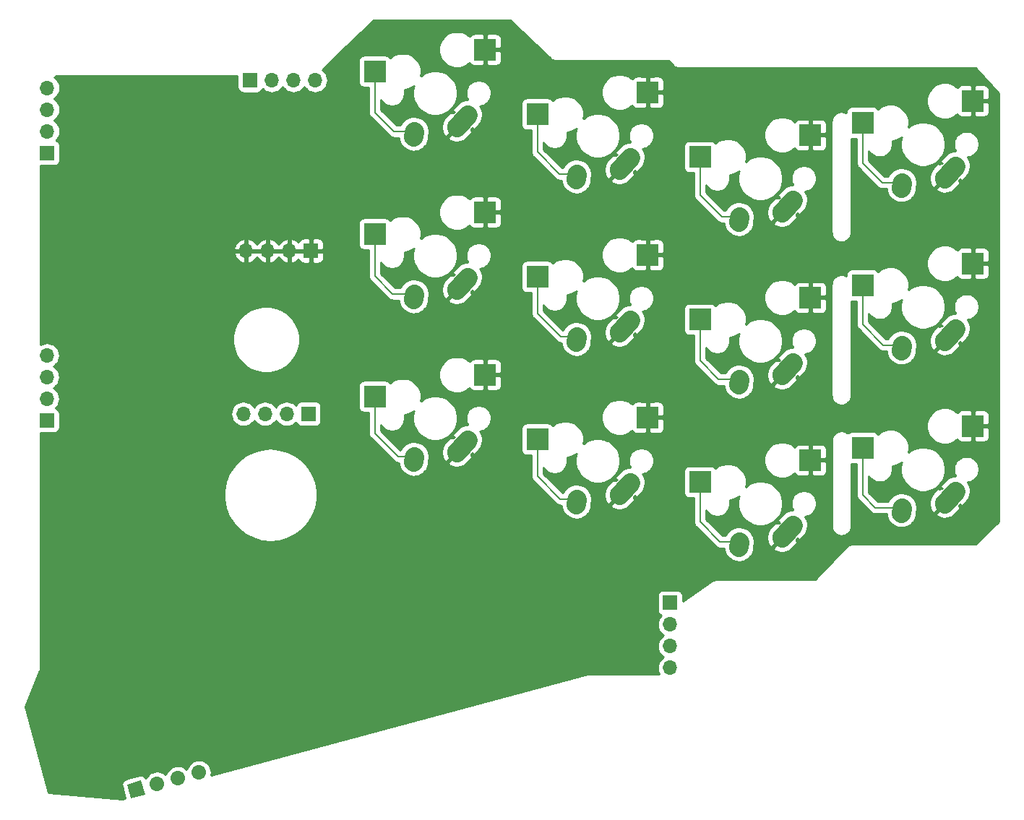
<source format=gbr>
G04 #@! TF.GenerationSoftware,KiCad,Pcbnew,(5.1.4)-1*
G04 #@! TF.CreationDate,2023-06-17T18:30:50-04:00*
G04 #@! TF.ProjectId,ThumbsUp,5468756d-6273-4557-902e-6b696361645f,rev?*
G04 #@! TF.SameCoordinates,Original*
G04 #@! TF.FileFunction,Copper,L2,Bot*
G04 #@! TF.FilePolarity,Positive*
%FSLAX46Y46*%
G04 Gerber Fmt 4.6, Leading zero omitted, Abs format (unit mm)*
G04 Created by KiCad (PCBNEW (5.1.4)-1) date 2023-06-17 18:30:50*
%MOMM*%
%LPD*%
G04 APERTURE LIST*
%ADD10O,1.700000X1.700000*%
%ADD11R,1.700000X1.700000*%
%ADD12C,1.700000*%
%ADD13C,1.700000*%
%ADD14C,0.100000*%
%ADD15R,2.550000X2.500000*%
%ADD16C,2.250000*%
%ADD17C,2.250000*%
%ADD18C,0.200000*%
%ADD19C,0.254000*%
G04 APERTURE END LIST*
D10*
X225912025Y-586230322D03*
X225912025Y-583690322D03*
X225912025Y-581150322D03*
D11*
X225912025Y-578610322D03*
D10*
X175936722Y-556457847D03*
X178476722Y-556457847D03*
X181016722Y-556457847D03*
D11*
X183556722Y-556457847D03*
D10*
X176239012Y-537342011D03*
X178779012Y-537342011D03*
X181319012Y-537342011D03*
D11*
X183859012Y-537342011D03*
D12*
X170712025Y-598510322D03*
D13*
X170712025Y-598510322D02*
X170712025Y-598510322D01*
D12*
X168258573Y-599167722D03*
D13*
X168258573Y-599167722D02*
X168258573Y-599167722D01*
D12*
X165805122Y-599825123D03*
D13*
X165805122Y-599825123D02*
X165805122Y-599825123D01*
D12*
X163351670Y-600482523D03*
D14*
G36*
X164392703Y-601083564D02*
G01*
X162750629Y-601523556D01*
X162310637Y-599881482D01*
X163952711Y-599441490D01*
X164392703Y-601083564D01*
X164392703Y-601083564D01*
G37*
D10*
X184332025Y-517360322D03*
X181792025Y-517360322D03*
X179252025Y-517360322D03*
D11*
X176712025Y-517360322D03*
D15*
X248477025Y-522320322D03*
X261404025Y-519780322D03*
D16*
X258062025Y-528860322D03*
X258717024Y-528130322D03*
D17*
X259372025Y-527400322D02*
X258062023Y-528860322D01*
D16*
X253022025Y-529940322D03*
X253042025Y-529650322D03*
D17*
X253062025Y-529360322D02*
X253022025Y-529940322D01*
D15*
X229427025Y-564420323D03*
X242354025Y-561880323D03*
D16*
X239012025Y-570960323D03*
X239667024Y-570230323D03*
D17*
X240322025Y-569500323D02*
X239012023Y-570960323D01*
D16*
X233972025Y-572040323D03*
X233992025Y-571750323D03*
D17*
X234012025Y-571460323D02*
X233972025Y-572040323D01*
D15*
X229427026Y-545370322D03*
X242354026Y-542830322D03*
D16*
X239012026Y-551910322D03*
X239667025Y-551180322D03*
D17*
X240322026Y-550450322D02*
X239012024Y-551910322D01*
D16*
X233972026Y-552990322D03*
X233992026Y-552700322D03*
D17*
X234012026Y-552410322D02*
X233972026Y-552990322D01*
D15*
X248477025Y-560420322D03*
X261404025Y-557880322D03*
D16*
X258062025Y-566960322D03*
X258717024Y-566230322D03*
D17*
X259372025Y-565500322D02*
X258062023Y-566960322D01*
D16*
X253022025Y-568040322D03*
X253042025Y-567750322D03*
D17*
X253062025Y-567460322D02*
X253022025Y-568040322D01*
D15*
X248477024Y-541370322D03*
X261404024Y-538830322D03*
D16*
X258062024Y-547910322D03*
X258717023Y-547180322D03*
D17*
X259372024Y-546450322D02*
X258062022Y-547910322D01*
D16*
X253022024Y-548990322D03*
X253042024Y-548700322D03*
D17*
X253062024Y-548410322D02*
X253022024Y-548990322D01*
D15*
X210377025Y-559420322D03*
X223304025Y-556880322D03*
D16*
X219962025Y-565960322D03*
X220617024Y-565230322D03*
D17*
X221272025Y-564500322D02*
X219962023Y-565960322D01*
D16*
X214922025Y-567040322D03*
X214942025Y-566750322D03*
D17*
X214962025Y-566460322D02*
X214922025Y-567040322D01*
D15*
X191327025Y-516320322D03*
X204254025Y-513780322D03*
D16*
X200912025Y-522860322D03*
X201567024Y-522130322D03*
D17*
X202222025Y-521400322D02*
X200912023Y-522860322D01*
D16*
X195872025Y-523940322D03*
X195892025Y-523650322D03*
D17*
X195912025Y-523360322D02*
X195872025Y-523940322D01*
D15*
X191327025Y-535370323D03*
X204254025Y-532830323D03*
D16*
X200912025Y-541910323D03*
X201567024Y-541180323D03*
D17*
X202222025Y-540450323D02*
X200912023Y-541910323D01*
D16*
X195872025Y-542990323D03*
X195892025Y-542700323D03*
D17*
X195912025Y-542410323D02*
X195872025Y-542990323D01*
D15*
X191327025Y-554420322D03*
X204254025Y-551880322D03*
D16*
X200912025Y-560960322D03*
X201567024Y-560230322D03*
D17*
X202222025Y-559500322D02*
X200912023Y-560960322D01*
D16*
X195872025Y-562040322D03*
X195892025Y-561750322D03*
D17*
X195912025Y-561460322D02*
X195872025Y-562040322D01*
D15*
X210377025Y-540370322D03*
X223304025Y-537830322D03*
D16*
X219962025Y-546910322D03*
X220617024Y-546180322D03*
D17*
X221272025Y-545450322D02*
X219962023Y-546910322D01*
D16*
X214922025Y-547990322D03*
X214942025Y-547700322D03*
D17*
X214962025Y-547410322D02*
X214922025Y-547990322D01*
D15*
X229427025Y-526320322D03*
X242354025Y-523780322D03*
D16*
X239012025Y-532860322D03*
X239667024Y-532130322D03*
D17*
X240322025Y-531400322D02*
X239012023Y-532860322D01*
D16*
X233972025Y-533940322D03*
X233992025Y-533650322D03*
D17*
X234012025Y-533360322D02*
X233972025Y-533940322D01*
D15*
X210377025Y-521320323D03*
X223304025Y-518780323D03*
D16*
X219962025Y-527860323D03*
X220617024Y-527130323D03*
D17*
X221272025Y-526400323D02*
X219962023Y-527860323D01*
D16*
X214922025Y-528940323D03*
X214942025Y-528650323D03*
D17*
X214962025Y-528360323D02*
X214922025Y-528940323D01*
D10*
X152912019Y-549610280D03*
X152912019Y-552150280D03*
X152912019Y-554690280D03*
D11*
X152912019Y-557230280D03*
D10*
X152958726Y-518260794D03*
X152958726Y-520800794D03*
X152958726Y-523340794D03*
D11*
X152958726Y-525880794D03*
D18*
X248477024Y-545977024D02*
X248477024Y-541370322D01*
X250910322Y-548410322D02*
X248477024Y-545977024D01*
X253062024Y-548410322D02*
X250910322Y-548410322D01*
X229427026Y-550227026D02*
X229427026Y-545370322D01*
X234012026Y-552410322D02*
X231610322Y-552410322D01*
X231610322Y-552410322D02*
X229427026Y-550227026D01*
X214962025Y-547410322D02*
X213110322Y-547410322D01*
X213110322Y-547410322D02*
X210377025Y-544677025D01*
X210377025Y-544677025D02*
X210377025Y-540370322D01*
X193410323Y-542410323D02*
X191327025Y-540327025D01*
X191327025Y-540327025D02*
X191327025Y-535370323D01*
X195912025Y-542410323D02*
X193410323Y-542410323D01*
X195912025Y-561460322D02*
X194060322Y-561460322D01*
X194060322Y-561460322D02*
X191327025Y-558727025D01*
X191327025Y-558727025D02*
X191327025Y-554420322D01*
X210377025Y-563777025D02*
X210377025Y-559420322D01*
X214962025Y-566460322D02*
X213060322Y-566460322D01*
X213060322Y-566460322D02*
X210377025Y-563777025D01*
X234012025Y-571460323D02*
X231760323Y-571460323D01*
X229427025Y-569127025D02*
X229427025Y-564420323D01*
X231760323Y-571460323D02*
X229427025Y-569127025D01*
X249960322Y-567460322D02*
X248477025Y-565977025D01*
X253062025Y-567460322D02*
X249960322Y-567460322D01*
X248477025Y-565977025D02*
X248477025Y-560420322D01*
X253062025Y-529360322D02*
X250760322Y-529360322D01*
X248477025Y-523770322D02*
X248477025Y-522320322D01*
X250760322Y-529360322D02*
X248477025Y-527077025D01*
X248477025Y-527077025D02*
X248477025Y-523770322D01*
X231960322Y-533360322D02*
X229427025Y-530827025D01*
X234012025Y-533360322D02*
X231960322Y-533360322D01*
X229427025Y-530827025D02*
X229427025Y-526320322D01*
X214962025Y-528360323D02*
X212960323Y-528360323D01*
X210377025Y-525777025D02*
X210377025Y-522770323D01*
X212960323Y-528360323D02*
X210377025Y-525777025D01*
X210377025Y-522770323D02*
X210377025Y-521320323D01*
X195912025Y-523360322D02*
X193560322Y-523360322D01*
X191327025Y-521127025D02*
X191327025Y-516320322D01*
X193560322Y-523360322D02*
X191327025Y-521127025D01*
D19*
G36*
X211926743Y-514859367D02*
G01*
X211943078Y-514879271D01*
X211973522Y-514904256D01*
X211978445Y-514908980D01*
X211998604Y-514924841D01*
X212043576Y-514961748D01*
X212049624Y-514964981D01*
X212055020Y-514969226D01*
X212106923Y-514995607D01*
X212158233Y-515023033D01*
X212164799Y-515025025D01*
X212170916Y-515028134D01*
X212226936Y-515043874D01*
X212282643Y-515060773D01*
X212289474Y-515061446D01*
X212296077Y-515063301D01*
X212354068Y-515067808D01*
X212379607Y-515070323D01*
X212386435Y-515070323D01*
X212425695Y-515073374D01*
X212451259Y-515070323D01*
X225688644Y-515070321D01*
X226322413Y-515704091D01*
X226343077Y-515729270D01*
X226368256Y-515749934D01*
X226368258Y-515749936D01*
X226426927Y-515798084D01*
X226443575Y-515811747D01*
X226558232Y-515873032D01*
X226682642Y-515910772D01*
X226779606Y-515920322D01*
X226779613Y-515920322D01*
X226812025Y-515923514D01*
X226844437Y-515920322D01*
X228644444Y-515920322D01*
X228644454Y-515920321D01*
X261720638Y-515920323D01*
X264452025Y-518916037D01*
X264452026Y-569130582D01*
X261744960Y-571750322D01*
X249144454Y-571750324D01*
X249144444Y-571750323D01*
X247279606Y-571750323D01*
X247279601Y-571750324D01*
X247136277Y-571750322D01*
X247095655Y-571747332D01*
X247039234Y-571754299D01*
X246982646Y-571759872D01*
X246974785Y-571762257D01*
X246966626Y-571763264D01*
X246912613Y-571781116D01*
X246858236Y-571797611D01*
X246850993Y-571801482D01*
X246843185Y-571804063D01*
X246793690Y-571832111D01*
X246743578Y-571858896D01*
X246737229Y-571864107D01*
X246730076Y-571868160D01*
X246687006Y-571905323D01*
X246643080Y-571941372D01*
X246617243Y-571972854D01*
X242879051Y-575900322D01*
X231240055Y-575900322D01*
X231203245Y-575897188D01*
X231143062Y-575903921D01*
X231082642Y-575909872D01*
X231078417Y-575911154D01*
X231074043Y-575911643D01*
X231016288Y-575930001D01*
X230958232Y-575947612D01*
X230954346Y-575949689D01*
X230950143Y-575951025D01*
X230897062Y-575980308D01*
X230843575Y-576008897D01*
X230815007Y-576032343D01*
X227400097Y-578380093D01*
X227400097Y-577760322D01*
X227387837Y-577635840D01*
X227351527Y-577516142D01*
X227292562Y-577405828D01*
X227213210Y-577309137D01*
X227116519Y-577229785D01*
X227006205Y-577170820D01*
X226886507Y-577134510D01*
X226762025Y-577122250D01*
X225062025Y-577122250D01*
X224937543Y-577134510D01*
X224817845Y-577170820D01*
X224707531Y-577229785D01*
X224610840Y-577309137D01*
X224531488Y-577405828D01*
X224472523Y-577516142D01*
X224436213Y-577635840D01*
X224423953Y-577760322D01*
X224423953Y-579460322D01*
X224436213Y-579584804D01*
X224472523Y-579704502D01*
X224531488Y-579814816D01*
X224610840Y-579911507D01*
X224707531Y-579990859D01*
X224817845Y-580049824D01*
X224886712Y-580070715D01*
X224856891Y-580095188D01*
X224671319Y-580321308D01*
X224533426Y-580579288D01*
X224448512Y-580859211D01*
X224419840Y-581150322D01*
X224448512Y-581441433D01*
X224533426Y-581721356D01*
X224671319Y-581979336D01*
X224856891Y-582205456D01*
X225083011Y-582391028D01*
X225137816Y-582420322D01*
X225083011Y-582449616D01*
X224856891Y-582635188D01*
X224671319Y-582861308D01*
X224533426Y-583119288D01*
X224448512Y-583399211D01*
X224419840Y-583690322D01*
X224448512Y-583981433D01*
X224533426Y-584261356D01*
X224671319Y-584519336D01*
X224856891Y-584745456D01*
X225083011Y-584931028D01*
X225137816Y-584960322D01*
X225083011Y-584989616D01*
X224856891Y-585175188D01*
X224671319Y-585401308D01*
X224533426Y-585659288D01*
X224448512Y-585939211D01*
X224419840Y-586230322D01*
X224448512Y-586521433D01*
X224533426Y-586801356D01*
X224613051Y-586950324D01*
X216644440Y-586950322D01*
X216579602Y-586950322D01*
X216422446Y-586950324D01*
X216367897Y-586948600D01*
X216325453Y-586955657D01*
X216282639Y-586959874D01*
X216230434Y-586975711D01*
X172164792Y-598836857D01*
X172175538Y-598801433D01*
X172204210Y-598510322D01*
X172175538Y-598219211D01*
X172090624Y-597939288D01*
X171952731Y-597681308D01*
X171767159Y-597455188D01*
X171541039Y-597269616D01*
X171283059Y-597131723D01*
X171003136Y-597046809D01*
X170784975Y-597025322D01*
X170639075Y-597025322D01*
X170420914Y-597046809D01*
X170140991Y-597131723D01*
X169883011Y-597269616D01*
X169656891Y-597455188D01*
X169471319Y-597681308D01*
X169333426Y-597939288D01*
X169287404Y-598091002D01*
X169087587Y-597927016D01*
X168829607Y-597789123D01*
X168549684Y-597704209D01*
X168331523Y-597682722D01*
X168185623Y-597682722D01*
X167967462Y-597704209D01*
X167687539Y-597789123D01*
X167429559Y-597927016D01*
X167203439Y-598112588D01*
X167017867Y-598338708D01*
X166879974Y-598596688D01*
X166833952Y-598748402D01*
X166634136Y-598584417D01*
X166376156Y-598446524D01*
X166096233Y-598361610D01*
X165878072Y-598340123D01*
X165732172Y-598340123D01*
X165514011Y-598361610D01*
X165234088Y-598446524D01*
X164976108Y-598584417D01*
X164749988Y-598769989D01*
X164564416Y-598996109D01*
X164499286Y-599117958D01*
X164458928Y-599053056D01*
X164373421Y-598961762D01*
X164271747Y-598888904D01*
X164157813Y-598837280D01*
X164035996Y-598808877D01*
X163910979Y-598804784D01*
X163787566Y-598825160D01*
X162145492Y-599265152D01*
X162028425Y-599309213D01*
X161922203Y-599375265D01*
X161830909Y-599460772D01*
X161758051Y-599562446D01*
X161706427Y-599676380D01*
X161678024Y-599798197D01*
X161673931Y-599923214D01*
X161694307Y-600046627D01*
X162096327Y-601546986D01*
X161747094Y-601640989D01*
X153101405Y-600832288D01*
X150398979Y-590727481D01*
X152101170Y-586514411D01*
X152115127Y-586488317D01*
X152125457Y-586454297D01*
X152126575Y-586451531D01*
X152134890Y-586423233D01*
X152152902Y-586363917D01*
X152153197Y-586360933D01*
X152154044Y-586358050D01*
X152159588Y-586296234D01*
X152162480Y-586266956D01*
X152162481Y-586263976D01*
X152165657Y-586228561D01*
X152162499Y-586199135D01*
X152168425Y-565464369D01*
X173643377Y-565464369D01*
X173643377Y-566475631D01*
X173829195Y-567469673D01*
X174194505Y-568412646D01*
X174726866Y-569272438D01*
X175408148Y-570019769D01*
X176215152Y-570629190D01*
X177120396Y-571079948D01*
X178093053Y-571356693D01*
X179100000Y-571450000D01*
X180106947Y-571356693D01*
X181079604Y-571079948D01*
X181984848Y-570629190D01*
X182791852Y-570019769D01*
X183473134Y-569272438D01*
X184005495Y-568412646D01*
X184370805Y-567469673D01*
X184556623Y-566475631D01*
X184556623Y-565464369D01*
X184370805Y-564470327D01*
X184005495Y-563527354D01*
X183473134Y-562667562D01*
X182791852Y-561920231D01*
X181984848Y-561310810D01*
X181079604Y-560860052D01*
X180106947Y-560583307D01*
X179100000Y-560490000D01*
X178093053Y-560583307D01*
X177120396Y-560860052D01*
X176215152Y-561310810D01*
X175408148Y-561920231D01*
X174726866Y-562667562D01*
X174194505Y-563527354D01*
X173829195Y-564470327D01*
X173643377Y-565464369D01*
X152168425Y-565464369D01*
X152170354Y-558718352D01*
X153762019Y-558718352D01*
X153886501Y-558706092D01*
X154006199Y-558669782D01*
X154116513Y-558610817D01*
X154213204Y-558531465D01*
X154292556Y-558434774D01*
X154351521Y-558324460D01*
X154387831Y-558204762D01*
X154400091Y-558080280D01*
X154400091Y-556457847D01*
X174444537Y-556457847D01*
X174473209Y-556748958D01*
X174558123Y-557028881D01*
X174696016Y-557286861D01*
X174881588Y-557512981D01*
X175107708Y-557698553D01*
X175365688Y-557836446D01*
X175645611Y-557921360D01*
X175863772Y-557942847D01*
X176009672Y-557942847D01*
X176227833Y-557921360D01*
X176507756Y-557836446D01*
X176765736Y-557698553D01*
X176991856Y-557512981D01*
X177177428Y-557286861D01*
X177206722Y-557232056D01*
X177236016Y-557286861D01*
X177421588Y-557512981D01*
X177647708Y-557698553D01*
X177905688Y-557836446D01*
X178185611Y-557921360D01*
X178403772Y-557942847D01*
X178549672Y-557942847D01*
X178767833Y-557921360D01*
X179047756Y-557836446D01*
X179305736Y-557698553D01*
X179531856Y-557512981D01*
X179717428Y-557286861D01*
X179746722Y-557232056D01*
X179776016Y-557286861D01*
X179961588Y-557512981D01*
X180187708Y-557698553D01*
X180445688Y-557836446D01*
X180725611Y-557921360D01*
X180943772Y-557942847D01*
X181089672Y-557942847D01*
X181307833Y-557921360D01*
X181587756Y-557836446D01*
X181845736Y-557698553D01*
X182071856Y-557512981D01*
X182096329Y-557483160D01*
X182117220Y-557552027D01*
X182176185Y-557662341D01*
X182255537Y-557759032D01*
X182352228Y-557838384D01*
X182462542Y-557897349D01*
X182582240Y-557933659D01*
X182706722Y-557945919D01*
X184406722Y-557945919D01*
X184531204Y-557933659D01*
X184650902Y-557897349D01*
X184761216Y-557838384D01*
X184857907Y-557759032D01*
X184937259Y-557662341D01*
X184996224Y-557552027D01*
X185032534Y-557432329D01*
X185044794Y-557307847D01*
X185044794Y-555607847D01*
X185032534Y-555483365D01*
X184996224Y-555363667D01*
X184937259Y-555253353D01*
X184857907Y-555156662D01*
X184761216Y-555077310D01*
X184650902Y-555018345D01*
X184531204Y-554982035D01*
X184406722Y-554969775D01*
X182706722Y-554969775D01*
X182582240Y-554982035D01*
X182462542Y-555018345D01*
X182352228Y-555077310D01*
X182255537Y-555156662D01*
X182176185Y-555253353D01*
X182117220Y-555363667D01*
X182096329Y-555432534D01*
X182071856Y-555402713D01*
X181845736Y-555217141D01*
X181587756Y-555079248D01*
X181307833Y-554994334D01*
X181089672Y-554972847D01*
X180943772Y-554972847D01*
X180725611Y-554994334D01*
X180445688Y-555079248D01*
X180187708Y-555217141D01*
X179961588Y-555402713D01*
X179776016Y-555628833D01*
X179746722Y-555683638D01*
X179717428Y-555628833D01*
X179531856Y-555402713D01*
X179305736Y-555217141D01*
X179047756Y-555079248D01*
X178767833Y-554994334D01*
X178549672Y-554972847D01*
X178403772Y-554972847D01*
X178185611Y-554994334D01*
X177905688Y-555079248D01*
X177647708Y-555217141D01*
X177421588Y-555402713D01*
X177236016Y-555628833D01*
X177206722Y-555683638D01*
X177177428Y-555628833D01*
X176991856Y-555402713D01*
X176765736Y-555217141D01*
X176507756Y-555079248D01*
X176227833Y-554994334D01*
X176009672Y-554972847D01*
X175863772Y-554972847D01*
X175645611Y-554994334D01*
X175365688Y-555079248D01*
X175107708Y-555217141D01*
X174881588Y-555402713D01*
X174696016Y-555628833D01*
X174558123Y-555886813D01*
X174473209Y-556166736D01*
X174444537Y-556457847D01*
X154400091Y-556457847D01*
X154400091Y-556380280D01*
X154387831Y-556255798D01*
X154351521Y-556136100D01*
X154292556Y-556025786D01*
X154213204Y-555929095D01*
X154116513Y-555849743D01*
X154006199Y-555790778D01*
X153937332Y-555769887D01*
X153967153Y-555745414D01*
X154152725Y-555519294D01*
X154290618Y-555261314D01*
X154375532Y-554981391D01*
X154404204Y-554690280D01*
X154375532Y-554399169D01*
X154290618Y-554119246D01*
X154152725Y-553861266D01*
X153967153Y-553635146D01*
X153741033Y-553449574D01*
X153686228Y-553420280D01*
X153741033Y-553390986D01*
X153967153Y-553205414D01*
X153995952Y-553170322D01*
X189413953Y-553170322D01*
X189413953Y-555670322D01*
X189426213Y-555794804D01*
X189462523Y-555914502D01*
X189521488Y-556024816D01*
X189600840Y-556121507D01*
X189697531Y-556200859D01*
X189807845Y-556259824D01*
X189927543Y-556296134D01*
X190052025Y-556308394D01*
X190592026Y-556308394D01*
X190592025Y-558690920D01*
X190588469Y-558727025D01*
X190602660Y-558871110D01*
X190610843Y-558898084D01*
X190644688Y-559009657D01*
X190712938Y-559137344D01*
X190804787Y-559249262D01*
X190832833Y-559272279D01*
X193515068Y-561954515D01*
X193538084Y-561982560D01*
X193566128Y-562005575D01*
X193650002Y-562074409D01*
X193777688Y-562142659D01*
X193916237Y-562184687D01*
X194060322Y-562198878D01*
X194096427Y-562195322D01*
X194112025Y-562195322D01*
X194112025Y-562213667D01*
X194117103Y-562239194D01*
X194117865Y-562265184D01*
X194150865Y-562408928D01*
X194179661Y-562553695D01*
X194189619Y-562577736D01*
X194195438Y-562603083D01*
X194255845Y-562737620D01*
X194312333Y-562873995D01*
X194326795Y-562895639D01*
X194337444Y-562919356D01*
X194422929Y-563039513D01*
X194504944Y-563162257D01*
X194523347Y-563180660D01*
X194538421Y-563201848D01*
X194645714Y-563303027D01*
X194750090Y-563407403D01*
X194771731Y-563421863D01*
X194790649Y-563439703D01*
X194915618Y-563518006D01*
X195038352Y-563600014D01*
X195062397Y-563609974D01*
X195084433Y-563623781D01*
X195222285Y-563676201D01*
X195358652Y-563732686D01*
X195384179Y-563737764D01*
X195408484Y-563747006D01*
X195553917Y-563771527D01*
X195698680Y-563800322D01*
X195724702Y-563800322D01*
X195750348Y-563804646D01*
X195897774Y-563800322D01*
X196045370Y-563800322D01*
X196070897Y-563795244D01*
X196096887Y-563794482D01*
X196240631Y-563761482D01*
X196385398Y-563732686D01*
X196409439Y-563722728D01*
X196434786Y-563716909D01*
X196569323Y-563656502D01*
X196705698Y-563600014D01*
X196727342Y-563585552D01*
X196751059Y-563574903D01*
X196871216Y-563489418D01*
X196993960Y-563407403D01*
X197012363Y-563389000D01*
X197033551Y-563373926D01*
X197134730Y-563266633D01*
X197239106Y-563162257D01*
X197253566Y-563140616D01*
X197271406Y-563121698D01*
X197349709Y-562996729D01*
X197431717Y-562873995D01*
X197441677Y-562849950D01*
X197455484Y-562827914D01*
X197507904Y-562690062D01*
X197564389Y-562553695D01*
X197569467Y-562528168D01*
X197578709Y-562503863D01*
X197603230Y-562358430D01*
X197632025Y-562213667D01*
X197632025Y-562100935D01*
X197673802Y-561495166D01*
X197666185Y-561235459D01*
X197616256Y-561017972D01*
X199144449Y-561017972D01*
X199160223Y-561137904D01*
X199161465Y-561182303D01*
X199172322Y-561229892D01*
X199189659Y-561361702D01*
X199228530Y-561476259D01*
X199238408Y-561519554D01*
X199258337Y-561564103D01*
X199301059Y-561690007D01*
X199410311Y-561894401D01*
X199422859Y-561899419D01*
X199469640Y-561968850D01*
X199751490Y-562063574D01*
X200907030Y-560775722D01*
X200912025Y-560780717D01*
X201615987Y-560076755D01*
X201759723Y-560205724D01*
X201746366Y-560220610D01*
X201791155Y-560260797D01*
X201611287Y-560440665D01*
X201576736Y-560409664D01*
X200917019Y-561144921D01*
X200912025Y-561139927D01*
X199867099Y-562184853D01*
X199977946Y-562462036D01*
X200121429Y-562532815D01*
X200207619Y-562578204D01*
X200224484Y-562583652D01*
X200288865Y-562615411D01*
X200488286Y-562668872D01*
X200536787Y-562684540D01*
X200554389Y-562686593D01*
X200623730Y-562705182D01*
X200829762Y-562718711D01*
X200880375Y-562724614D01*
X200898036Y-562723194D01*
X200969675Y-562727898D01*
X201174395Y-562700972D01*
X201225180Y-562696888D01*
X201242221Y-562692051D01*
X201313405Y-562682688D01*
X201508944Y-562616338D01*
X201557950Y-562602427D01*
X201573718Y-562594359D01*
X201641710Y-562571288D01*
X201846104Y-562462036D01*
X201849648Y-562453175D01*
X201865898Y-562444860D01*
X202137188Y-562230243D01*
X202792189Y-561500243D01*
X202628744Y-561353590D01*
X202656885Y-561248617D01*
X202669971Y-561049325D01*
X202961820Y-561311189D01*
X203616820Y-560581190D01*
X203800887Y-560288310D01*
X203924278Y-559965148D01*
X203982253Y-559624123D01*
X203972583Y-559278341D01*
X203895640Y-558941090D01*
X203754381Y-558625329D01*
X203664408Y-558491794D01*
X203600518Y-558470322D01*
X203640747Y-558470322D01*
X203932476Y-558412293D01*
X204207278Y-558298466D01*
X204399059Y-558170322D01*
X208463953Y-558170322D01*
X208463953Y-560670322D01*
X208476213Y-560794804D01*
X208512523Y-560914502D01*
X208571488Y-561024816D01*
X208650840Y-561121507D01*
X208747531Y-561200859D01*
X208857845Y-561259824D01*
X208977543Y-561296134D01*
X209102025Y-561308394D01*
X209642026Y-561308394D01*
X209642025Y-563740920D01*
X209638469Y-563777025D01*
X209652660Y-563921110D01*
X209656351Y-563933276D01*
X209694688Y-564059657D01*
X209762938Y-564187344D01*
X209854787Y-564299262D01*
X209882833Y-564322279D01*
X212515068Y-566954515D01*
X212538084Y-566982560D01*
X212650002Y-567074409D01*
X212777689Y-567142659D01*
X212874208Y-567171938D01*
X212916236Y-567184687D01*
X213060321Y-567198878D01*
X213096426Y-567195322D01*
X213162025Y-567195322D01*
X213162025Y-567213667D01*
X213167103Y-567239194D01*
X213167865Y-567265184D01*
X213200865Y-567408928D01*
X213229661Y-567553695D01*
X213239619Y-567577736D01*
X213245438Y-567603083D01*
X213305845Y-567737620D01*
X213362333Y-567873995D01*
X213376795Y-567895639D01*
X213387444Y-567919356D01*
X213472929Y-568039513D01*
X213554944Y-568162257D01*
X213573347Y-568180660D01*
X213588421Y-568201848D01*
X213695714Y-568303027D01*
X213800090Y-568407403D01*
X213821731Y-568421863D01*
X213840649Y-568439703D01*
X213965618Y-568518006D01*
X214088352Y-568600014D01*
X214112397Y-568609974D01*
X214134433Y-568623781D01*
X214272285Y-568676201D01*
X214408652Y-568732686D01*
X214434179Y-568737764D01*
X214458484Y-568747006D01*
X214603917Y-568771527D01*
X214748680Y-568800322D01*
X214774702Y-568800322D01*
X214800348Y-568804646D01*
X214947774Y-568800322D01*
X215095370Y-568800322D01*
X215120897Y-568795244D01*
X215146887Y-568794482D01*
X215290631Y-568761482D01*
X215435398Y-568732686D01*
X215459439Y-568722728D01*
X215484786Y-568716909D01*
X215619323Y-568656502D01*
X215755698Y-568600014D01*
X215777342Y-568585552D01*
X215801059Y-568574903D01*
X215921216Y-568489418D01*
X216043960Y-568407403D01*
X216062363Y-568389000D01*
X216083551Y-568373926D01*
X216184730Y-568266633D01*
X216289106Y-568162257D01*
X216303566Y-568140616D01*
X216321406Y-568121698D01*
X216399709Y-567996729D01*
X216481717Y-567873995D01*
X216491677Y-567849950D01*
X216505484Y-567827914D01*
X216557904Y-567690062D01*
X216614389Y-567553695D01*
X216619467Y-567528168D01*
X216628709Y-567503863D01*
X216653230Y-567358430D01*
X216682025Y-567213667D01*
X216682025Y-567100935D01*
X216723802Y-566495166D01*
X216716185Y-566235459D01*
X216666256Y-566017972D01*
X218194449Y-566017972D01*
X218210223Y-566137904D01*
X218211465Y-566182303D01*
X218222322Y-566229892D01*
X218239659Y-566361702D01*
X218278530Y-566476259D01*
X218288408Y-566519554D01*
X218308337Y-566564103D01*
X218351059Y-566690007D01*
X218460311Y-566894401D01*
X218472859Y-566899419D01*
X218519640Y-566968850D01*
X218801490Y-567063574D01*
X219957030Y-565775722D01*
X219962025Y-565780717D01*
X220665987Y-565076755D01*
X220809723Y-565205724D01*
X220796366Y-565220610D01*
X220841155Y-565260797D01*
X220661287Y-565440665D01*
X220626736Y-565409664D01*
X219967019Y-566144921D01*
X219962025Y-566139927D01*
X218917099Y-567184853D01*
X219027946Y-567462036D01*
X219171429Y-567532815D01*
X219257619Y-567578204D01*
X219274484Y-567583652D01*
X219338865Y-567615411D01*
X219538286Y-567668872D01*
X219586787Y-567684540D01*
X219604389Y-567686593D01*
X219673730Y-567705182D01*
X219879762Y-567718711D01*
X219930375Y-567724614D01*
X219948036Y-567723194D01*
X220019675Y-567727898D01*
X220224395Y-567700972D01*
X220275180Y-567696888D01*
X220292221Y-567692051D01*
X220363405Y-567682688D01*
X220558944Y-567616338D01*
X220607950Y-567602427D01*
X220623718Y-567594359D01*
X220691710Y-567571288D01*
X220896104Y-567462036D01*
X220899648Y-567453175D01*
X220915898Y-567444860D01*
X221187188Y-567230243D01*
X221842189Y-566500243D01*
X221678744Y-566353590D01*
X221706885Y-566248617D01*
X221719971Y-566049325D01*
X222011820Y-566311189D01*
X222666820Y-565581190D01*
X222850887Y-565288310D01*
X222974278Y-564965148D01*
X223032253Y-564624123D01*
X223022583Y-564278341D01*
X222945640Y-563941090D01*
X222804381Y-563625329D01*
X222714408Y-563491794D01*
X222650518Y-563470322D01*
X222690747Y-563470322D01*
X222982476Y-563412293D01*
X223257278Y-563298466D01*
X223449057Y-563170323D01*
X227513953Y-563170323D01*
X227513953Y-565670323D01*
X227526213Y-565794805D01*
X227562523Y-565914503D01*
X227621488Y-566024817D01*
X227700840Y-566121508D01*
X227797531Y-566200860D01*
X227907845Y-566259825D01*
X228027543Y-566296135D01*
X228152025Y-566308395D01*
X228692026Y-566308395D01*
X228692025Y-569090920D01*
X228688469Y-569127025D01*
X228702660Y-569271110D01*
X228711410Y-569299953D01*
X228744688Y-569409657D01*
X228812938Y-569537344D01*
X228904787Y-569649262D01*
X228932833Y-569672279D01*
X231215069Y-571954516D01*
X231238085Y-571982561D01*
X231310357Y-572041873D01*
X231350003Y-572074410D01*
X231477689Y-572142660D01*
X231616238Y-572184688D01*
X231760323Y-572198879D01*
X231796428Y-572195323D01*
X232212025Y-572195323D01*
X232212025Y-572213668D01*
X232217103Y-572239195D01*
X232217865Y-572265185D01*
X232250865Y-572408929D01*
X232279661Y-572553696D01*
X232289619Y-572577737D01*
X232295438Y-572603084D01*
X232355845Y-572737621D01*
X232412333Y-572873996D01*
X232426795Y-572895640D01*
X232437444Y-572919357D01*
X232522929Y-573039514D01*
X232604944Y-573162258D01*
X232623347Y-573180661D01*
X232638421Y-573201849D01*
X232745714Y-573303028D01*
X232850090Y-573407404D01*
X232871731Y-573421864D01*
X232890649Y-573439704D01*
X233015618Y-573518007D01*
X233138352Y-573600015D01*
X233162397Y-573609975D01*
X233184433Y-573623782D01*
X233322285Y-573676202D01*
X233458652Y-573732687D01*
X233484179Y-573737765D01*
X233508484Y-573747007D01*
X233653917Y-573771528D01*
X233798680Y-573800323D01*
X233824702Y-573800323D01*
X233850348Y-573804647D01*
X233997774Y-573800323D01*
X234145370Y-573800323D01*
X234170897Y-573795245D01*
X234196887Y-573794483D01*
X234340631Y-573761483D01*
X234485398Y-573732687D01*
X234509439Y-573722729D01*
X234534786Y-573716910D01*
X234669323Y-573656503D01*
X234805698Y-573600015D01*
X234827342Y-573585553D01*
X234851059Y-573574904D01*
X234971216Y-573489419D01*
X235093960Y-573407404D01*
X235112363Y-573389001D01*
X235133551Y-573373927D01*
X235234730Y-573266634D01*
X235339106Y-573162258D01*
X235353566Y-573140617D01*
X235371406Y-573121699D01*
X235449709Y-572996730D01*
X235531717Y-572873996D01*
X235541677Y-572849951D01*
X235555484Y-572827915D01*
X235607904Y-572690063D01*
X235664389Y-572553696D01*
X235669467Y-572528169D01*
X235678709Y-572503864D01*
X235703230Y-572358431D01*
X235732025Y-572213668D01*
X235732025Y-572100936D01*
X235773802Y-571495167D01*
X235766185Y-571235460D01*
X235716256Y-571017973D01*
X237244449Y-571017973D01*
X237260223Y-571137905D01*
X237261465Y-571182304D01*
X237272322Y-571229893D01*
X237289659Y-571361703D01*
X237328530Y-571476260D01*
X237338408Y-571519555D01*
X237358337Y-571564104D01*
X237401059Y-571690008D01*
X237510311Y-571894402D01*
X237522859Y-571899420D01*
X237569640Y-571968851D01*
X237851490Y-572063575D01*
X239007030Y-570775723D01*
X239012025Y-570780718D01*
X239715987Y-570076756D01*
X239859723Y-570205725D01*
X239846366Y-570220611D01*
X239891155Y-570260798D01*
X239711287Y-570440666D01*
X239676736Y-570409665D01*
X239017019Y-571144922D01*
X239012025Y-571139928D01*
X237967099Y-572184854D01*
X238077946Y-572462037D01*
X238221429Y-572532816D01*
X238307619Y-572578205D01*
X238324484Y-572583653D01*
X238388865Y-572615412D01*
X238588286Y-572668873D01*
X238636787Y-572684541D01*
X238654389Y-572686594D01*
X238723730Y-572705183D01*
X238929762Y-572718712D01*
X238980375Y-572724615D01*
X238998036Y-572723195D01*
X239069675Y-572727899D01*
X239274395Y-572700973D01*
X239325180Y-572696889D01*
X239342221Y-572692052D01*
X239413405Y-572682689D01*
X239608944Y-572616339D01*
X239657950Y-572602428D01*
X239673718Y-572594360D01*
X239741710Y-572571289D01*
X239946104Y-572462037D01*
X239949648Y-572453176D01*
X239965898Y-572444861D01*
X240237188Y-572230244D01*
X240892189Y-571500244D01*
X240728744Y-571353591D01*
X240756885Y-571248618D01*
X240769971Y-571049326D01*
X241061820Y-571311190D01*
X241716820Y-570581191D01*
X241900887Y-570288311D01*
X242024278Y-569965149D01*
X242082253Y-569624124D01*
X242072583Y-569278342D01*
X241995640Y-568941091D01*
X241854381Y-568625330D01*
X241764408Y-568491795D01*
X241700518Y-568470323D01*
X241740747Y-568470323D01*
X242032476Y-568412294D01*
X242307278Y-568298467D01*
X242554594Y-568133216D01*
X242764918Y-567922892D01*
X242930169Y-567675576D01*
X243043996Y-567400774D01*
X243102025Y-567109045D01*
X243102025Y-566811601D01*
X243043996Y-566519872D01*
X242930169Y-566245070D01*
X242764918Y-565997754D01*
X242554594Y-565787430D01*
X242307278Y-565622179D01*
X242032476Y-565508352D01*
X241740747Y-565450323D01*
X241443303Y-565450323D01*
X241151574Y-565508352D01*
X240876772Y-565622179D01*
X240629456Y-565787430D01*
X240419132Y-565997754D01*
X240253881Y-566245070D01*
X240140054Y-566519872D01*
X240082025Y-566811601D01*
X240082025Y-567109045D01*
X240140054Y-567400774D01*
X240253881Y-567675576D01*
X240297304Y-567740564D01*
X240008868Y-567763757D01*
X239676098Y-567858218D01*
X239368150Y-568015785D01*
X239096860Y-568230402D01*
X238441859Y-568960402D01*
X238733226Y-569221834D01*
X238610645Y-569237957D01*
X238436659Y-569296994D01*
X238272228Y-569149456D01*
X237617228Y-569879455D01*
X237529898Y-570018411D01*
X237510311Y-570026244D01*
X237456798Y-570134725D01*
X237433161Y-570172335D01*
X237415747Y-570217942D01*
X237356936Y-570337163D01*
X237325613Y-570454003D01*
X237309770Y-570495497D01*
X237301589Y-570543618D01*
X237267165Y-570672028D01*
X237259239Y-570792734D01*
X237251795Y-570836522D01*
X237253160Y-570885318D01*
X237244449Y-571017973D01*
X235716256Y-571017973D01*
X235688612Y-570897561D01*
X235546606Y-570581289D01*
X235345629Y-570298797D01*
X235093401Y-570060942D01*
X234799617Y-569876864D01*
X234475566Y-569753639D01*
X234133702Y-569695999D01*
X233787163Y-569706162D01*
X233449264Y-569783736D01*
X233132991Y-569925741D01*
X232850499Y-570126719D01*
X232612644Y-570378946D01*
X232428566Y-570672731D01*
X232408567Y-570725323D01*
X232064770Y-570725323D01*
X230162025Y-568822579D01*
X230162025Y-567777561D01*
X230259132Y-567922892D01*
X230469456Y-568133216D01*
X230716772Y-568298467D01*
X230991574Y-568412294D01*
X231283303Y-568470323D01*
X231580747Y-568470323D01*
X231872476Y-568412294D01*
X232147278Y-568298467D01*
X232394594Y-568133216D01*
X232604918Y-567922892D01*
X232770169Y-567675576D01*
X232883996Y-567400774D01*
X232942025Y-567109045D01*
X232942025Y-566811601D01*
X232891048Y-566555323D01*
X232912304Y-566555323D01*
X233324781Y-566473276D01*
X233713327Y-566312335D01*
X234019733Y-566107602D01*
X233984152Y-566193501D01*
X233883125Y-566701399D01*
X233883125Y-567219247D01*
X233984152Y-567727145D01*
X234182324Y-568205574D01*
X234470025Y-568636149D01*
X234836199Y-569002323D01*
X235266774Y-569290024D01*
X235745203Y-569488196D01*
X236253101Y-569589223D01*
X236770949Y-569589223D01*
X237278847Y-569488196D01*
X237757276Y-569290024D01*
X238187851Y-569002323D01*
X238554025Y-568636149D01*
X238841726Y-568205574D01*
X239039898Y-567727145D01*
X239140925Y-567219247D01*
X239140925Y-566701399D01*
X239039898Y-566193501D01*
X238841726Y-565715072D01*
X238554025Y-565284497D01*
X238187851Y-564918323D01*
X237757276Y-564630622D01*
X237278847Y-564432450D01*
X236770949Y-564331423D01*
X236253101Y-564331423D01*
X235745203Y-564432450D01*
X235266774Y-564630622D01*
X234836199Y-564918323D01*
X234765788Y-564988734D01*
X234837025Y-564630602D01*
X234837025Y-564210044D01*
X234754978Y-563797567D01*
X234594037Y-563409021D01*
X234360388Y-563059340D01*
X234063008Y-562761960D01*
X233713327Y-562528311D01*
X233324781Y-562367370D01*
X232912304Y-562285323D01*
X232491746Y-562285323D01*
X232079269Y-562367370D01*
X231690723Y-562528311D01*
X231341042Y-562761960D01*
X231251585Y-562851417D01*
X231232562Y-562815829D01*
X231153210Y-562719138D01*
X231056519Y-562639786D01*
X230946205Y-562580821D01*
X230826507Y-562544511D01*
X230702025Y-562532251D01*
X228152025Y-562532251D01*
X228027543Y-562544511D01*
X227907845Y-562580821D01*
X227797531Y-562639786D01*
X227700840Y-562719138D01*
X227621488Y-562815829D01*
X227562523Y-562926143D01*
X227526213Y-563045841D01*
X227513953Y-563170323D01*
X223449057Y-563170323D01*
X223504594Y-563133215D01*
X223714918Y-562922891D01*
X223880169Y-562675575D01*
X223993996Y-562400773D01*
X224052025Y-562109044D01*
X224052025Y-561811600D01*
X224023868Y-561670044D01*
X236917025Y-561670044D01*
X236917025Y-562090602D01*
X236999072Y-562503079D01*
X237160013Y-562891625D01*
X237393662Y-563241306D01*
X237691042Y-563538686D01*
X238040723Y-563772335D01*
X238429269Y-563933276D01*
X238841746Y-564015323D01*
X239262304Y-564015323D01*
X239674781Y-563933276D01*
X240063327Y-563772335D01*
X240413008Y-563538686D01*
X240520060Y-563431634D01*
X240548488Y-563484817D01*
X240627840Y-563581508D01*
X240724531Y-563660860D01*
X240834845Y-563719825D01*
X240954543Y-563756135D01*
X241079025Y-563768395D01*
X242068275Y-563765323D01*
X242227025Y-563606573D01*
X242227025Y-562007323D01*
X242481025Y-562007323D01*
X242481025Y-563606573D01*
X242639775Y-563765323D01*
X243629025Y-563768395D01*
X243753507Y-563756135D01*
X243873205Y-563719825D01*
X243983519Y-563660860D01*
X244080210Y-563581508D01*
X244159562Y-563484817D01*
X244218527Y-563374503D01*
X244254837Y-563254805D01*
X244267097Y-563130323D01*
X244264025Y-562166073D01*
X244105275Y-562007323D01*
X242481025Y-562007323D01*
X242227025Y-562007323D01*
X242207025Y-562007323D01*
X242207025Y-561753323D01*
X242227025Y-561753323D01*
X242227025Y-560154073D01*
X242481025Y-560154073D01*
X242481025Y-561753323D01*
X244105275Y-561753323D01*
X244264025Y-561594573D01*
X244267097Y-560630323D01*
X244254837Y-560505841D01*
X244218527Y-560386143D01*
X244159562Y-560275829D01*
X244080210Y-560179138D01*
X243983519Y-560099786D01*
X243873205Y-560040821D01*
X243753507Y-560004511D01*
X243629025Y-559992251D01*
X242639775Y-559995323D01*
X242481025Y-560154073D01*
X242227025Y-560154073D01*
X242068275Y-559995323D01*
X241079025Y-559992251D01*
X240954543Y-560004511D01*
X240834845Y-560040821D01*
X240724531Y-560099786D01*
X240627840Y-560179138D01*
X240548488Y-560275829D01*
X240520060Y-560329012D01*
X240413008Y-560221960D01*
X240063327Y-559988311D01*
X239674781Y-559827370D01*
X239262304Y-559745323D01*
X238841746Y-559745323D01*
X238429269Y-559827370D01*
X238040723Y-559988311D01*
X237691042Y-560221960D01*
X237393662Y-560519340D01*
X237160013Y-560869021D01*
X236999072Y-561257567D01*
X236917025Y-561670044D01*
X224023868Y-561670044D01*
X223993996Y-561519871D01*
X223880169Y-561245069D01*
X223714918Y-560997753D01*
X223504594Y-560787429D01*
X223257278Y-560622178D01*
X222982476Y-560508351D01*
X222690747Y-560450322D01*
X222393303Y-560450322D01*
X222101574Y-560508351D01*
X221826772Y-560622178D01*
X221579456Y-560787429D01*
X221369132Y-560997753D01*
X221203881Y-561245069D01*
X221090054Y-561519871D01*
X221032025Y-561811600D01*
X221032025Y-562109044D01*
X221090054Y-562400773D01*
X221203881Y-562675575D01*
X221247304Y-562740563D01*
X220958868Y-562763756D01*
X220626098Y-562858217D01*
X220318150Y-563015784D01*
X220046860Y-563230401D01*
X219391859Y-563960401D01*
X219683226Y-564221833D01*
X219560645Y-564237956D01*
X219386659Y-564296993D01*
X219222228Y-564149455D01*
X218567228Y-564879454D01*
X218479898Y-565018410D01*
X218460311Y-565026243D01*
X218406798Y-565134724D01*
X218383161Y-565172334D01*
X218365747Y-565217941D01*
X218306936Y-565337162D01*
X218275613Y-565454002D01*
X218259770Y-565495496D01*
X218251589Y-565543617D01*
X218217165Y-565672027D01*
X218209239Y-565792733D01*
X218201795Y-565836521D01*
X218203160Y-565885317D01*
X218194449Y-566017972D01*
X216666256Y-566017972D01*
X216638612Y-565897560D01*
X216496606Y-565581288D01*
X216295629Y-565298796D01*
X216043401Y-565060941D01*
X215749617Y-564876863D01*
X215425566Y-564753638D01*
X215083702Y-564695998D01*
X214737163Y-564706161D01*
X214399264Y-564783735D01*
X214082991Y-564925740D01*
X213800499Y-565126718D01*
X213562644Y-565378945D01*
X213378566Y-565672730D01*
X213360276Y-565720829D01*
X211112025Y-563472579D01*
X211112025Y-562777560D01*
X211209132Y-562922891D01*
X211419456Y-563133215D01*
X211666772Y-563298466D01*
X211941574Y-563412293D01*
X212233303Y-563470322D01*
X212530747Y-563470322D01*
X212822476Y-563412293D01*
X213097278Y-563298466D01*
X213344594Y-563133215D01*
X213554918Y-562922891D01*
X213720169Y-562675575D01*
X213833996Y-562400773D01*
X213892025Y-562109044D01*
X213892025Y-561811600D01*
X213841048Y-561555322D01*
X213862304Y-561555322D01*
X214274781Y-561473275D01*
X214663327Y-561312334D01*
X214969733Y-561107601D01*
X214934152Y-561193500D01*
X214833125Y-561701398D01*
X214833125Y-562219246D01*
X214934152Y-562727144D01*
X215132324Y-563205573D01*
X215420025Y-563636148D01*
X215786199Y-564002322D01*
X216216774Y-564290023D01*
X216695203Y-564488195D01*
X217203101Y-564589222D01*
X217720949Y-564589222D01*
X218228847Y-564488195D01*
X218707276Y-564290023D01*
X219137851Y-564002322D01*
X219504025Y-563636148D01*
X219791726Y-563205573D01*
X219989898Y-562727144D01*
X220090925Y-562219246D01*
X220090925Y-561701398D01*
X219989898Y-561193500D01*
X219791726Y-560715071D01*
X219504025Y-560284496D01*
X219137851Y-559918322D01*
X218707276Y-559630621D01*
X218555087Y-559567582D01*
X244840000Y-559567582D01*
X244840001Y-569632419D01*
X244843198Y-569664880D01*
X244843198Y-569671383D01*
X244844162Y-569680547D01*
X244848913Y-569722904D01*
X244849551Y-569729383D01*
X244849692Y-569729846D01*
X244855039Y-569777522D01*
X244867469Y-569836002D01*
X244879095Y-569894717D01*
X244881820Y-569903520D01*
X244911326Y-569996535D01*
X244934882Y-570051495D01*
X244957686Y-570106822D01*
X244962069Y-570114928D01*
X245009080Y-570200440D01*
X245042857Y-570249771D01*
X245075981Y-570299626D01*
X245081851Y-570306719D01*
X245081853Y-570306723D01*
X245081856Y-570306726D01*
X245144581Y-570381478D01*
X245187310Y-570423321D01*
X245229467Y-570465774D01*
X245236609Y-570471598D01*
X245236612Y-570471601D01*
X245236616Y-570471604D01*
X245312659Y-570532744D01*
X245362695Y-570565487D01*
X245412307Y-570598951D01*
X245420443Y-570603277D01*
X245506923Y-570648487D01*
X245562374Y-570670890D01*
X245617527Y-570694075D01*
X245626349Y-570696738D01*
X245719960Y-570724290D01*
X245778695Y-570735495D01*
X245837322Y-570747529D01*
X245846493Y-570748428D01*
X245943676Y-570757272D01*
X246003492Y-570756854D01*
X246063308Y-570757272D01*
X246072479Y-570756373D01*
X246169527Y-570746173D01*
X246228152Y-570734139D01*
X246286884Y-570722936D01*
X246295706Y-570720272D01*
X246388925Y-570691416D01*
X246444075Y-570668233D01*
X246499537Y-570645825D01*
X246507666Y-570641502D01*
X246507670Y-570641500D01*
X246507673Y-570641498D01*
X246593511Y-570595086D01*
X246643098Y-570561638D01*
X246693156Y-570528881D01*
X246700297Y-570523057D01*
X246775486Y-570460855D01*
X246817639Y-570418406D01*
X246860371Y-570376561D01*
X246866245Y-570369460D01*
X246927921Y-570293840D01*
X246961052Y-570243975D01*
X246994825Y-570194650D01*
X246999208Y-570186544D01*
X247045020Y-570100383D01*
X247067809Y-570045091D01*
X247091378Y-569990102D01*
X247094103Y-569981299D01*
X247122308Y-569887881D01*
X247133933Y-569829174D01*
X247146365Y-569770684D01*
X247147327Y-569761530D01*
X247147328Y-569761524D01*
X247147328Y-569761519D01*
X247156850Y-569664402D01*
X247160000Y-569632419D01*
X247160000Y-562304255D01*
X247202025Y-562308394D01*
X247742026Y-562308394D01*
X247742025Y-565940920D01*
X247738469Y-565977025D01*
X247742025Y-566013129D01*
X247752660Y-566121109D01*
X247794688Y-566259657D01*
X247862938Y-566387344D01*
X247954787Y-566499262D01*
X247982833Y-566522279D01*
X249415068Y-567954515D01*
X249438084Y-567982560D01*
X249466128Y-568005575D01*
X249550002Y-568074409D01*
X249677688Y-568142659D01*
X249816237Y-568184687D01*
X249960322Y-568198878D01*
X249996427Y-568195322D01*
X251262025Y-568195322D01*
X251262025Y-568213667D01*
X251267103Y-568239194D01*
X251267865Y-568265184D01*
X251300865Y-568408928D01*
X251329661Y-568553695D01*
X251339619Y-568577736D01*
X251345438Y-568603083D01*
X251405845Y-568737620D01*
X251462333Y-568873995D01*
X251476795Y-568895639D01*
X251487444Y-568919356D01*
X251572929Y-569039513D01*
X251654944Y-569162257D01*
X251673347Y-569180660D01*
X251688421Y-569201848D01*
X251795714Y-569303027D01*
X251900090Y-569407403D01*
X251921731Y-569421863D01*
X251940649Y-569439703D01*
X252065618Y-569518006D01*
X252188352Y-569600014D01*
X252212397Y-569609974D01*
X252234433Y-569623781D01*
X252372285Y-569676201D01*
X252508652Y-569732686D01*
X252534179Y-569737764D01*
X252558484Y-569747006D01*
X252703917Y-569771527D01*
X252848680Y-569800322D01*
X252874702Y-569800322D01*
X252900348Y-569804646D01*
X253047774Y-569800322D01*
X253195370Y-569800322D01*
X253220897Y-569795244D01*
X253246887Y-569794482D01*
X253390631Y-569761482D01*
X253535398Y-569732686D01*
X253559439Y-569722728D01*
X253584786Y-569716909D01*
X253719323Y-569656502D01*
X253855698Y-569600014D01*
X253877342Y-569585552D01*
X253901059Y-569574903D01*
X254021216Y-569489418D01*
X254143960Y-569407403D01*
X254162363Y-569389000D01*
X254183551Y-569373926D01*
X254284730Y-569266633D01*
X254389106Y-569162257D01*
X254403566Y-569140616D01*
X254421406Y-569121698D01*
X254499709Y-568996729D01*
X254581717Y-568873995D01*
X254591677Y-568849950D01*
X254605484Y-568827914D01*
X254657904Y-568690062D01*
X254714389Y-568553695D01*
X254719467Y-568528168D01*
X254728709Y-568503863D01*
X254753230Y-568358430D01*
X254782025Y-568213667D01*
X254782025Y-568100935D01*
X254823802Y-567495166D01*
X254816185Y-567235459D01*
X254766256Y-567017972D01*
X256294449Y-567017972D01*
X256310223Y-567137904D01*
X256311465Y-567182303D01*
X256322322Y-567229892D01*
X256339659Y-567361702D01*
X256378530Y-567476259D01*
X256388408Y-567519554D01*
X256408337Y-567564103D01*
X256451059Y-567690007D01*
X256560311Y-567894401D01*
X256572859Y-567899419D01*
X256619640Y-567968850D01*
X256901490Y-568063574D01*
X258057030Y-566775722D01*
X258062025Y-566780717D01*
X258765987Y-566076755D01*
X258909723Y-566205724D01*
X258896366Y-566220610D01*
X258941155Y-566260797D01*
X258761287Y-566440665D01*
X258726736Y-566409664D01*
X258067019Y-567144921D01*
X258062025Y-567139927D01*
X257017099Y-568184853D01*
X257127946Y-568462036D01*
X257271429Y-568532815D01*
X257357619Y-568578204D01*
X257374484Y-568583652D01*
X257438865Y-568615411D01*
X257638286Y-568668872D01*
X257686787Y-568684540D01*
X257704389Y-568686593D01*
X257773730Y-568705182D01*
X257979762Y-568718711D01*
X258030375Y-568724614D01*
X258048036Y-568723194D01*
X258119675Y-568727898D01*
X258324395Y-568700972D01*
X258375180Y-568696888D01*
X258392221Y-568692051D01*
X258463405Y-568682688D01*
X258658944Y-568616338D01*
X258707950Y-568602427D01*
X258723718Y-568594359D01*
X258791710Y-568571288D01*
X258996104Y-568462036D01*
X258999648Y-568453175D01*
X259015898Y-568444860D01*
X259287188Y-568230243D01*
X259942189Y-567500243D01*
X259778744Y-567353590D01*
X259806885Y-567248617D01*
X259819971Y-567049325D01*
X260111820Y-567311189D01*
X260766820Y-566581190D01*
X260950887Y-566288310D01*
X261074278Y-565965148D01*
X261132253Y-565624123D01*
X261122583Y-565278341D01*
X261045640Y-564941090D01*
X260904381Y-564625329D01*
X260814408Y-564491794D01*
X260750518Y-564470322D01*
X260790747Y-564470322D01*
X261082476Y-564412293D01*
X261357278Y-564298466D01*
X261604594Y-564133215D01*
X261814918Y-563922891D01*
X261980169Y-563675575D01*
X262093996Y-563400773D01*
X262152025Y-563109044D01*
X262152025Y-562811600D01*
X262093996Y-562519871D01*
X261980169Y-562245069D01*
X261814918Y-561997753D01*
X261604594Y-561787429D01*
X261357278Y-561622178D01*
X261082476Y-561508351D01*
X260790747Y-561450322D01*
X260493303Y-561450322D01*
X260201574Y-561508351D01*
X259926772Y-561622178D01*
X259679456Y-561787429D01*
X259469132Y-561997753D01*
X259303881Y-562245069D01*
X259190054Y-562519871D01*
X259132025Y-562811600D01*
X259132025Y-563109044D01*
X259190054Y-563400773D01*
X259303881Y-563675575D01*
X259347304Y-563740563D01*
X259058868Y-563763756D01*
X258726098Y-563858217D01*
X258418150Y-564015784D01*
X258146860Y-564230401D01*
X257491859Y-564960401D01*
X257783226Y-565221833D01*
X257660645Y-565237956D01*
X257486659Y-565296993D01*
X257322228Y-565149455D01*
X256667228Y-565879454D01*
X256579898Y-566018410D01*
X256560311Y-566026243D01*
X256506798Y-566134724D01*
X256483161Y-566172334D01*
X256465747Y-566217941D01*
X256406936Y-566337162D01*
X256375613Y-566454002D01*
X256359770Y-566495496D01*
X256351589Y-566543617D01*
X256317165Y-566672027D01*
X256309239Y-566792733D01*
X256301795Y-566836521D01*
X256303160Y-566885317D01*
X256294449Y-567017972D01*
X254766256Y-567017972D01*
X254738612Y-566897560D01*
X254596606Y-566581288D01*
X254395629Y-566298796D01*
X254143401Y-566060941D01*
X253849617Y-565876863D01*
X253525566Y-565753638D01*
X253183702Y-565695998D01*
X252837163Y-565706161D01*
X252499264Y-565783735D01*
X252182991Y-565925740D01*
X251900499Y-566126718D01*
X251662644Y-566378945D01*
X251478566Y-566672730D01*
X251458567Y-566725322D01*
X250264769Y-566725322D01*
X249212025Y-565672579D01*
X249212025Y-563777560D01*
X249309132Y-563922891D01*
X249519456Y-564133215D01*
X249766772Y-564298466D01*
X250041574Y-564412293D01*
X250333303Y-564470322D01*
X250630747Y-564470322D01*
X250922476Y-564412293D01*
X251197278Y-564298466D01*
X251444594Y-564133215D01*
X251654918Y-563922891D01*
X251820169Y-563675575D01*
X251933996Y-563400773D01*
X251992025Y-563109044D01*
X251992025Y-562811600D01*
X251941048Y-562555322D01*
X251962304Y-562555322D01*
X252374781Y-562473275D01*
X252763327Y-562312334D01*
X253069733Y-562107601D01*
X253034152Y-562193500D01*
X252933125Y-562701398D01*
X252933125Y-563219246D01*
X253034152Y-563727144D01*
X253232324Y-564205573D01*
X253520025Y-564636148D01*
X253886199Y-565002322D01*
X254316774Y-565290023D01*
X254795203Y-565488195D01*
X255303101Y-565589222D01*
X255820949Y-565589222D01*
X256328847Y-565488195D01*
X256807276Y-565290023D01*
X257237851Y-565002322D01*
X257604025Y-564636148D01*
X257891726Y-564205573D01*
X258089898Y-563727144D01*
X258190925Y-563219246D01*
X258190925Y-562701398D01*
X258089898Y-562193500D01*
X257891726Y-561715071D01*
X257604025Y-561284496D01*
X257237851Y-560918322D01*
X256807276Y-560630621D01*
X256328847Y-560432449D01*
X255820949Y-560331422D01*
X255303101Y-560331422D01*
X254795203Y-560432449D01*
X254316774Y-560630621D01*
X253886199Y-560918322D01*
X253815788Y-560988733D01*
X253887025Y-560630601D01*
X253887025Y-560210043D01*
X253804978Y-559797566D01*
X253644037Y-559409020D01*
X253410388Y-559059339D01*
X253113008Y-558761959D01*
X252763327Y-558528310D01*
X252374781Y-558367369D01*
X251962304Y-558285322D01*
X251541746Y-558285322D01*
X251129269Y-558367369D01*
X250740723Y-558528310D01*
X250391042Y-558761959D01*
X250301585Y-558851416D01*
X250282562Y-558815828D01*
X250203210Y-558719137D01*
X250106519Y-558639785D01*
X249996205Y-558580820D01*
X249876507Y-558544510D01*
X249752025Y-558532250D01*
X247202025Y-558532250D01*
X247077543Y-558544510D01*
X246957845Y-558580820D01*
X246847531Y-558639785D01*
X246751349Y-558718720D01*
X246687341Y-558667256D01*
X246637339Y-558634535D01*
X246587694Y-558601049D01*
X246579557Y-558596723D01*
X246493078Y-558551513D01*
X246437593Y-558529096D01*
X246382473Y-558505925D01*
X246373651Y-558503262D01*
X246280039Y-558475710D01*
X246221318Y-558464508D01*
X246162678Y-558452471D01*
X246153507Y-558451572D01*
X246056325Y-558442728D01*
X245996509Y-558443146D01*
X245936693Y-558442728D01*
X245927522Y-558443627D01*
X245830473Y-558453827D01*
X245771854Y-558465860D01*
X245713116Y-558477064D01*
X245704294Y-558479728D01*
X245611075Y-558508584D01*
X245555937Y-558531762D01*
X245500463Y-558554175D01*
X245492334Y-558558498D01*
X245492330Y-558558500D01*
X245492327Y-558558502D01*
X245406489Y-558604915D01*
X245356913Y-558638355D01*
X245306844Y-558671119D01*
X245299703Y-558676943D01*
X245224514Y-558739145D01*
X245182361Y-558781594D01*
X245139629Y-558823439D01*
X245133755Y-558830540D01*
X245072079Y-558906161D01*
X245038988Y-558955966D01*
X245005174Y-559005350D01*
X245000792Y-559013456D01*
X244954980Y-559099617D01*
X244932191Y-559154909D01*
X244908622Y-559209898D01*
X244905897Y-559218701D01*
X244877692Y-559312119D01*
X244866067Y-559370826D01*
X244853635Y-559429316D01*
X244852673Y-559438470D01*
X244852672Y-559438476D01*
X244852672Y-559438481D01*
X244843150Y-559535598D01*
X244840000Y-559567582D01*
X218555087Y-559567582D01*
X218228847Y-559432449D01*
X217720949Y-559331422D01*
X217203101Y-559331422D01*
X216695203Y-559432449D01*
X216216774Y-559630621D01*
X215786199Y-559918322D01*
X215715788Y-559988733D01*
X215787025Y-559630601D01*
X215787025Y-559210043D01*
X215704978Y-558797566D01*
X215544037Y-558409020D01*
X215310388Y-558059339D01*
X215013008Y-557761959D01*
X214663327Y-557528310D01*
X214274781Y-557367369D01*
X213862304Y-557285322D01*
X213441746Y-557285322D01*
X213029269Y-557367369D01*
X212640723Y-557528310D01*
X212291042Y-557761959D01*
X212201585Y-557851416D01*
X212182562Y-557815828D01*
X212103210Y-557719137D01*
X212006519Y-557639785D01*
X211896205Y-557580820D01*
X211776507Y-557544510D01*
X211652025Y-557532250D01*
X209102025Y-557532250D01*
X208977543Y-557544510D01*
X208857845Y-557580820D01*
X208747531Y-557639785D01*
X208650840Y-557719137D01*
X208571488Y-557815828D01*
X208512523Y-557926142D01*
X208476213Y-558045840D01*
X208463953Y-558170322D01*
X204399059Y-558170322D01*
X204454594Y-558133215D01*
X204664918Y-557922891D01*
X204830169Y-557675575D01*
X204943996Y-557400773D01*
X205002025Y-557109044D01*
X205002025Y-556811600D01*
X204973868Y-556670043D01*
X217867025Y-556670043D01*
X217867025Y-557090601D01*
X217949072Y-557503078D01*
X218110013Y-557891624D01*
X218343662Y-558241305D01*
X218641042Y-558538685D01*
X218990723Y-558772334D01*
X219379269Y-558933275D01*
X219791746Y-559015322D01*
X220212304Y-559015322D01*
X220624781Y-558933275D01*
X221013327Y-558772334D01*
X221363008Y-558538685D01*
X221470060Y-558431633D01*
X221498488Y-558484816D01*
X221577840Y-558581507D01*
X221674531Y-558660859D01*
X221784845Y-558719824D01*
X221904543Y-558756134D01*
X222029025Y-558768394D01*
X223018275Y-558765322D01*
X223177025Y-558606572D01*
X223177025Y-557007322D01*
X223431025Y-557007322D01*
X223431025Y-558606572D01*
X223589775Y-558765322D01*
X224579025Y-558768394D01*
X224703507Y-558756134D01*
X224823205Y-558719824D01*
X224933519Y-558660859D01*
X225030210Y-558581507D01*
X225109562Y-558484816D01*
X225168527Y-558374502D01*
X225204837Y-558254804D01*
X225217097Y-558130322D01*
X225215631Y-557670043D01*
X255967025Y-557670043D01*
X255967025Y-558090601D01*
X256049072Y-558503078D01*
X256210013Y-558891624D01*
X256443662Y-559241305D01*
X256741042Y-559538685D01*
X257090723Y-559772334D01*
X257479269Y-559933275D01*
X257891746Y-560015322D01*
X258312304Y-560015322D01*
X258724781Y-559933275D01*
X259113327Y-559772334D01*
X259463008Y-559538685D01*
X259570060Y-559431633D01*
X259598488Y-559484816D01*
X259677840Y-559581507D01*
X259774531Y-559660859D01*
X259884845Y-559719824D01*
X260004543Y-559756134D01*
X260129025Y-559768394D01*
X261118275Y-559765322D01*
X261277025Y-559606572D01*
X261277025Y-558007322D01*
X261531025Y-558007322D01*
X261531025Y-559606572D01*
X261689775Y-559765322D01*
X262679025Y-559768394D01*
X262803507Y-559756134D01*
X262923205Y-559719824D01*
X263033519Y-559660859D01*
X263130210Y-559581507D01*
X263209562Y-559484816D01*
X263268527Y-559374502D01*
X263304837Y-559254804D01*
X263317097Y-559130322D01*
X263314025Y-558166072D01*
X263155275Y-558007322D01*
X261531025Y-558007322D01*
X261277025Y-558007322D01*
X261257025Y-558007322D01*
X261257025Y-557753322D01*
X261277025Y-557753322D01*
X261277025Y-556154072D01*
X261531025Y-556154072D01*
X261531025Y-557753322D01*
X263155275Y-557753322D01*
X263314025Y-557594572D01*
X263317097Y-556630322D01*
X263304837Y-556505840D01*
X263268527Y-556386142D01*
X263209562Y-556275828D01*
X263130210Y-556179137D01*
X263033519Y-556099785D01*
X262923205Y-556040820D01*
X262803507Y-556004510D01*
X262679025Y-555992250D01*
X261689775Y-555995322D01*
X261531025Y-556154072D01*
X261277025Y-556154072D01*
X261118275Y-555995322D01*
X260129025Y-555992250D01*
X260004543Y-556004510D01*
X259884845Y-556040820D01*
X259774531Y-556099785D01*
X259677840Y-556179137D01*
X259598488Y-556275828D01*
X259570060Y-556329011D01*
X259463008Y-556221959D01*
X259113327Y-555988310D01*
X258724781Y-555827369D01*
X258312304Y-555745322D01*
X257891746Y-555745322D01*
X257479269Y-555827369D01*
X257090723Y-555988310D01*
X256741042Y-556221959D01*
X256443662Y-556519339D01*
X256210013Y-556869020D01*
X256049072Y-557257566D01*
X255967025Y-557670043D01*
X225215631Y-557670043D01*
X225214025Y-557166072D01*
X225055275Y-557007322D01*
X223431025Y-557007322D01*
X223177025Y-557007322D01*
X223157025Y-557007322D01*
X223157025Y-556753322D01*
X223177025Y-556753322D01*
X223177025Y-555154072D01*
X223431025Y-555154072D01*
X223431025Y-556753322D01*
X225055275Y-556753322D01*
X225214025Y-556594572D01*
X225217097Y-555630322D01*
X225204837Y-555505840D01*
X225168527Y-555386142D01*
X225109562Y-555275828D01*
X225030210Y-555179137D01*
X224933519Y-555099785D01*
X224823205Y-555040820D01*
X224703507Y-555004510D01*
X224579025Y-554992250D01*
X223589775Y-554995322D01*
X223431025Y-555154072D01*
X223177025Y-555154072D01*
X223018275Y-554995322D01*
X222029025Y-554992250D01*
X221904543Y-555004510D01*
X221784845Y-555040820D01*
X221674531Y-555099785D01*
X221577840Y-555179137D01*
X221498488Y-555275828D01*
X221470060Y-555329011D01*
X221363008Y-555221959D01*
X221013327Y-554988310D01*
X220624781Y-554827369D01*
X220212304Y-554745322D01*
X219791746Y-554745322D01*
X219379269Y-554827369D01*
X218990723Y-554988310D01*
X218641042Y-555221959D01*
X218343662Y-555519339D01*
X218110013Y-555869020D01*
X217949072Y-556257566D01*
X217867025Y-556670043D01*
X204973868Y-556670043D01*
X204943996Y-556519871D01*
X204830169Y-556245069D01*
X204664918Y-555997753D01*
X204454594Y-555787429D01*
X204207278Y-555622178D01*
X203932476Y-555508351D01*
X203640747Y-555450322D01*
X203343303Y-555450322D01*
X203051574Y-555508351D01*
X202776772Y-555622178D01*
X202529456Y-555787429D01*
X202319132Y-555997753D01*
X202153881Y-556245069D01*
X202040054Y-556519871D01*
X201982025Y-556811600D01*
X201982025Y-557109044D01*
X202040054Y-557400773D01*
X202153881Y-557675575D01*
X202197304Y-557740563D01*
X201908868Y-557763756D01*
X201576098Y-557858217D01*
X201268150Y-558015784D01*
X200996860Y-558230401D01*
X200341859Y-558960401D01*
X200633226Y-559221833D01*
X200510645Y-559237956D01*
X200336659Y-559296993D01*
X200172228Y-559149455D01*
X199517228Y-559879454D01*
X199429898Y-560018410D01*
X199410311Y-560026243D01*
X199356798Y-560134724D01*
X199333161Y-560172334D01*
X199315747Y-560217941D01*
X199256936Y-560337162D01*
X199225613Y-560454002D01*
X199209770Y-560495496D01*
X199201589Y-560543617D01*
X199167165Y-560672027D01*
X199159239Y-560792733D01*
X199151795Y-560836521D01*
X199153160Y-560885317D01*
X199144449Y-561017972D01*
X197616256Y-561017972D01*
X197588612Y-560897560D01*
X197446606Y-560581288D01*
X197245629Y-560298796D01*
X196993401Y-560060941D01*
X196699617Y-559876863D01*
X196375566Y-559753638D01*
X196033702Y-559695998D01*
X195687163Y-559706161D01*
X195349264Y-559783735D01*
X195032991Y-559925740D01*
X194750499Y-560126718D01*
X194512644Y-560378945D01*
X194328566Y-560672730D01*
X194324051Y-560684604D01*
X192062025Y-558422579D01*
X192062025Y-557777560D01*
X192159132Y-557922891D01*
X192369456Y-558133215D01*
X192616772Y-558298466D01*
X192891574Y-558412293D01*
X193183303Y-558470322D01*
X193480747Y-558470322D01*
X193772476Y-558412293D01*
X194047278Y-558298466D01*
X194294594Y-558133215D01*
X194504918Y-557922891D01*
X194670169Y-557675575D01*
X194783996Y-557400773D01*
X194842025Y-557109044D01*
X194842025Y-556811600D01*
X194791048Y-556555322D01*
X194812304Y-556555322D01*
X195224781Y-556473275D01*
X195613327Y-556312334D01*
X195919733Y-556107601D01*
X195884152Y-556193500D01*
X195783125Y-556701398D01*
X195783125Y-557219246D01*
X195884152Y-557727144D01*
X196082324Y-558205573D01*
X196370025Y-558636148D01*
X196736199Y-559002322D01*
X197166774Y-559290023D01*
X197645203Y-559488195D01*
X198153101Y-559589222D01*
X198670949Y-559589222D01*
X199178847Y-559488195D01*
X199657276Y-559290023D01*
X200087851Y-559002322D01*
X200454025Y-558636148D01*
X200741726Y-558205573D01*
X200939898Y-557727144D01*
X201040925Y-557219246D01*
X201040925Y-556701398D01*
X200939898Y-556193500D01*
X200741726Y-555715071D01*
X200454025Y-555284496D01*
X200087851Y-554918322D01*
X199657276Y-554630621D01*
X199178847Y-554432449D01*
X198670949Y-554331422D01*
X198153101Y-554331422D01*
X197645203Y-554432449D01*
X197166774Y-554630621D01*
X196736199Y-554918322D01*
X196665788Y-554988733D01*
X196737025Y-554630601D01*
X196737025Y-554210043D01*
X196654978Y-553797566D01*
X196494037Y-553409020D01*
X196260388Y-553059339D01*
X195963008Y-552761959D01*
X195613327Y-552528310D01*
X195224781Y-552367369D01*
X194812304Y-552285322D01*
X194391746Y-552285322D01*
X193979269Y-552367369D01*
X193590723Y-552528310D01*
X193241042Y-552761959D01*
X193151585Y-552851416D01*
X193132562Y-552815828D01*
X193053210Y-552719137D01*
X192956519Y-552639785D01*
X192846205Y-552580820D01*
X192726507Y-552544510D01*
X192602025Y-552532250D01*
X190052025Y-552532250D01*
X189927543Y-552544510D01*
X189807845Y-552580820D01*
X189697531Y-552639785D01*
X189600840Y-552719137D01*
X189521488Y-552815828D01*
X189462523Y-552926142D01*
X189426213Y-553045840D01*
X189413953Y-553170322D01*
X153995952Y-553170322D01*
X154152725Y-552979294D01*
X154290618Y-552721314D01*
X154375532Y-552441391D01*
X154404204Y-552150280D01*
X154375532Y-551859169D01*
X154318162Y-551670043D01*
X198817025Y-551670043D01*
X198817025Y-552090601D01*
X198899072Y-552503078D01*
X199060013Y-552891624D01*
X199293662Y-553241305D01*
X199591042Y-553538685D01*
X199940723Y-553772334D01*
X200329269Y-553933275D01*
X200741746Y-554015322D01*
X201162304Y-554015322D01*
X201574781Y-553933275D01*
X201963327Y-553772334D01*
X202313008Y-553538685D01*
X202420060Y-553431633D01*
X202448488Y-553484816D01*
X202527840Y-553581507D01*
X202624531Y-553660859D01*
X202734845Y-553719824D01*
X202854543Y-553756134D01*
X202979025Y-553768394D01*
X203968275Y-553765322D01*
X204127025Y-553606572D01*
X204127025Y-552007322D01*
X204381025Y-552007322D01*
X204381025Y-553606572D01*
X204539775Y-553765322D01*
X205529025Y-553768394D01*
X205653507Y-553756134D01*
X205773205Y-553719824D01*
X205883519Y-553660859D01*
X205980210Y-553581507D01*
X206059562Y-553484816D01*
X206118527Y-553374502D01*
X206154837Y-553254804D01*
X206167097Y-553130322D01*
X206164025Y-552166072D01*
X206005275Y-552007322D01*
X204381025Y-552007322D01*
X204127025Y-552007322D01*
X204107025Y-552007322D01*
X204107025Y-551753322D01*
X204127025Y-551753322D01*
X204127025Y-550154072D01*
X204381025Y-550154072D01*
X204381025Y-551753322D01*
X206005275Y-551753322D01*
X206164025Y-551594572D01*
X206167097Y-550630322D01*
X206154837Y-550505840D01*
X206118527Y-550386142D01*
X206059562Y-550275828D01*
X205980210Y-550179137D01*
X205883519Y-550099785D01*
X205773205Y-550040820D01*
X205653507Y-550004510D01*
X205529025Y-549992250D01*
X204539775Y-549995322D01*
X204381025Y-550154072D01*
X204127025Y-550154072D01*
X203968275Y-549995322D01*
X202979025Y-549992250D01*
X202854543Y-550004510D01*
X202734845Y-550040820D01*
X202624531Y-550099785D01*
X202527840Y-550179137D01*
X202448488Y-550275828D01*
X202420060Y-550329011D01*
X202313008Y-550221959D01*
X201963327Y-549988310D01*
X201574781Y-549827369D01*
X201162304Y-549745322D01*
X200741746Y-549745322D01*
X200329269Y-549827369D01*
X199940723Y-549988310D01*
X199591042Y-550221959D01*
X199293662Y-550519339D01*
X199060013Y-550869020D01*
X198899072Y-551257566D01*
X198817025Y-551670043D01*
X154318162Y-551670043D01*
X154290618Y-551579246D01*
X154152725Y-551321266D01*
X153967153Y-551095146D01*
X153741033Y-550909574D01*
X153686228Y-550880280D01*
X153741033Y-550850986D01*
X153967153Y-550665414D01*
X154152725Y-550439294D01*
X154290618Y-550181314D01*
X154375532Y-549901391D01*
X154404204Y-549610280D01*
X154375532Y-549319169D01*
X154290618Y-549039246D01*
X154152725Y-548781266D01*
X153967153Y-548555146D01*
X153741033Y-548369574D01*
X153483053Y-548231681D01*
X153203130Y-548146767D01*
X152984969Y-548125280D01*
X152839069Y-548125280D01*
X152620908Y-548146767D01*
X152340985Y-548231681D01*
X152173326Y-548321297D01*
X152173599Y-547364793D01*
X174688924Y-547364793D01*
X174688924Y-548135207D01*
X174839224Y-548890819D01*
X175134049Y-549602589D01*
X175562069Y-550243166D01*
X176106834Y-550787931D01*
X176747411Y-551215951D01*
X177459181Y-551510776D01*
X178214793Y-551661076D01*
X178985207Y-551661076D01*
X179740819Y-551510776D01*
X180452589Y-551215951D01*
X181093166Y-550787931D01*
X181637931Y-550243166D01*
X182065951Y-549602589D01*
X182360776Y-548890819D01*
X182511076Y-548135207D01*
X182511076Y-547364793D01*
X182360776Y-546609181D01*
X182065951Y-545897411D01*
X181637931Y-545256834D01*
X181093166Y-544712069D01*
X180452589Y-544284049D01*
X179740819Y-543989224D01*
X178985207Y-543838924D01*
X178214793Y-543838924D01*
X177459181Y-543989224D01*
X176747411Y-544284049D01*
X176106834Y-544712069D01*
X175562069Y-545256834D01*
X175134049Y-545897411D01*
X174839224Y-546609181D01*
X174688924Y-547364793D01*
X152173599Y-547364793D01*
X152176362Y-537698902D01*
X174797531Y-537698902D01*
X174894855Y-537973263D01*
X175043834Y-538223366D01*
X175238743Y-538439599D01*
X175472092Y-538613652D01*
X175734913Y-538738836D01*
X175882122Y-538783487D01*
X176112012Y-538662166D01*
X176112012Y-537469011D01*
X176366012Y-537469011D01*
X176366012Y-538662166D01*
X176595902Y-538783487D01*
X176743111Y-538738836D01*
X177005932Y-538613652D01*
X177239281Y-538439599D01*
X177434190Y-538223366D01*
X177509012Y-538097756D01*
X177583834Y-538223366D01*
X177778743Y-538439599D01*
X178012092Y-538613652D01*
X178274913Y-538738836D01*
X178422122Y-538783487D01*
X178652012Y-538662166D01*
X178652012Y-537469011D01*
X178906012Y-537469011D01*
X178906012Y-538662166D01*
X179135902Y-538783487D01*
X179283111Y-538738836D01*
X179545932Y-538613652D01*
X179779281Y-538439599D01*
X179974190Y-538223366D01*
X180049012Y-538097756D01*
X180123834Y-538223366D01*
X180318743Y-538439599D01*
X180552092Y-538613652D01*
X180814913Y-538738836D01*
X180962122Y-538783487D01*
X181192012Y-538662166D01*
X181192012Y-537469011D01*
X181446012Y-537469011D01*
X181446012Y-538662166D01*
X181675902Y-538783487D01*
X181823111Y-538738836D01*
X182085932Y-538613652D01*
X182319281Y-538439599D01*
X182395046Y-538355545D01*
X182419510Y-538436191D01*
X182478475Y-538546505D01*
X182557827Y-538643196D01*
X182654518Y-538722548D01*
X182764832Y-538781513D01*
X182884530Y-538817823D01*
X183009012Y-538830083D01*
X183573262Y-538827011D01*
X183732012Y-538668261D01*
X183732012Y-537469011D01*
X183986012Y-537469011D01*
X183986012Y-538668261D01*
X184144762Y-538827011D01*
X184709012Y-538830083D01*
X184833494Y-538817823D01*
X184953192Y-538781513D01*
X185063506Y-538722548D01*
X185160197Y-538643196D01*
X185239549Y-538546505D01*
X185298514Y-538436191D01*
X185334824Y-538316493D01*
X185347084Y-538192011D01*
X185344012Y-537627761D01*
X185185262Y-537469011D01*
X183986012Y-537469011D01*
X183732012Y-537469011D01*
X181446012Y-537469011D01*
X181192012Y-537469011D01*
X178906012Y-537469011D01*
X178652012Y-537469011D01*
X176366012Y-537469011D01*
X176112012Y-537469011D01*
X174918198Y-537469011D01*
X174797531Y-537698902D01*
X152176362Y-537698902D01*
X152176566Y-536985120D01*
X174797531Y-536985120D01*
X174918198Y-537215011D01*
X176112012Y-537215011D01*
X176112012Y-536021856D01*
X176366012Y-536021856D01*
X176366012Y-537215011D01*
X178652012Y-537215011D01*
X178652012Y-536021856D01*
X178906012Y-536021856D01*
X178906012Y-537215011D01*
X181192012Y-537215011D01*
X181192012Y-536021856D01*
X181446012Y-536021856D01*
X181446012Y-537215011D01*
X183732012Y-537215011D01*
X183732012Y-536015761D01*
X183986012Y-536015761D01*
X183986012Y-537215011D01*
X185185262Y-537215011D01*
X185344012Y-537056261D01*
X185347084Y-536492011D01*
X185334824Y-536367529D01*
X185298514Y-536247831D01*
X185239549Y-536137517D01*
X185160197Y-536040826D01*
X185063506Y-535961474D01*
X184953192Y-535902509D01*
X184833494Y-535866199D01*
X184709012Y-535853939D01*
X184144762Y-535857011D01*
X183986012Y-536015761D01*
X183732012Y-536015761D01*
X183573262Y-535857011D01*
X183009012Y-535853939D01*
X182884530Y-535866199D01*
X182764832Y-535902509D01*
X182654518Y-535961474D01*
X182557827Y-536040826D01*
X182478475Y-536137517D01*
X182419510Y-536247831D01*
X182395046Y-536328477D01*
X182319281Y-536244423D01*
X182085932Y-536070370D01*
X181823111Y-535945186D01*
X181675902Y-535900535D01*
X181446012Y-536021856D01*
X181192012Y-536021856D01*
X180962122Y-535900535D01*
X180814913Y-535945186D01*
X180552092Y-536070370D01*
X180318743Y-536244423D01*
X180123834Y-536460656D01*
X180049012Y-536586266D01*
X179974190Y-536460656D01*
X179779281Y-536244423D01*
X179545932Y-536070370D01*
X179283111Y-535945186D01*
X179135902Y-535900535D01*
X178906012Y-536021856D01*
X178652012Y-536021856D01*
X178422122Y-535900535D01*
X178274913Y-535945186D01*
X178012092Y-536070370D01*
X177778743Y-536244423D01*
X177583834Y-536460656D01*
X177509012Y-536586266D01*
X177434190Y-536460656D01*
X177239281Y-536244423D01*
X177005932Y-536070370D01*
X176743111Y-535945186D01*
X176595902Y-535900535D01*
X176366012Y-536021856D01*
X176112012Y-536021856D01*
X175882122Y-535900535D01*
X175734913Y-535945186D01*
X175472092Y-536070370D01*
X175238743Y-536244423D01*
X175043834Y-536460656D01*
X174894855Y-536710759D01*
X174797531Y-536985120D01*
X152176566Y-536985120D01*
X152177384Y-534120323D01*
X189413953Y-534120323D01*
X189413953Y-536620323D01*
X189426213Y-536744805D01*
X189462523Y-536864503D01*
X189521488Y-536974817D01*
X189600840Y-537071508D01*
X189697531Y-537150860D01*
X189807845Y-537209825D01*
X189927543Y-537246135D01*
X190052025Y-537258395D01*
X190592026Y-537258395D01*
X190592025Y-540290920D01*
X190588469Y-540327025D01*
X190602660Y-540471110D01*
X190608070Y-540488943D01*
X190644688Y-540609657D01*
X190712938Y-540737344D01*
X190804787Y-540849262D01*
X190832833Y-540872279D01*
X192865069Y-542904516D01*
X192888085Y-542932561D01*
X193000003Y-543024410D01*
X193127690Y-543092660D01*
X193266238Y-543134688D01*
X193374218Y-543145323D01*
X193374227Y-543145323D01*
X193410322Y-543148878D01*
X193446417Y-543145323D01*
X194112025Y-543145323D01*
X194112025Y-543163668D01*
X194117103Y-543189195D01*
X194117865Y-543215185D01*
X194150865Y-543358929D01*
X194179661Y-543503696D01*
X194189619Y-543527737D01*
X194195438Y-543553084D01*
X194255845Y-543687621D01*
X194312333Y-543823996D01*
X194326795Y-543845640D01*
X194337444Y-543869357D01*
X194422929Y-543989514D01*
X194504944Y-544112258D01*
X194523347Y-544130661D01*
X194538421Y-544151849D01*
X194645714Y-544253028D01*
X194750090Y-544357404D01*
X194771731Y-544371864D01*
X194790649Y-544389704D01*
X194915618Y-544468007D01*
X195038352Y-544550015D01*
X195062397Y-544559975D01*
X195084433Y-544573782D01*
X195222285Y-544626202D01*
X195358652Y-544682687D01*
X195384179Y-544687765D01*
X195408484Y-544697007D01*
X195553917Y-544721528D01*
X195698680Y-544750323D01*
X195724702Y-544750323D01*
X195750348Y-544754647D01*
X195897774Y-544750323D01*
X196045370Y-544750323D01*
X196070897Y-544745245D01*
X196096887Y-544744483D01*
X196240631Y-544711483D01*
X196385398Y-544682687D01*
X196409439Y-544672729D01*
X196434786Y-544666910D01*
X196569323Y-544606503D01*
X196705698Y-544550015D01*
X196727342Y-544535553D01*
X196751059Y-544524904D01*
X196871216Y-544439419D01*
X196993960Y-544357404D01*
X197012363Y-544339001D01*
X197033551Y-544323927D01*
X197134730Y-544216634D01*
X197239106Y-544112258D01*
X197253566Y-544090617D01*
X197271406Y-544071699D01*
X197349709Y-543946730D01*
X197431717Y-543823996D01*
X197441677Y-543799951D01*
X197455484Y-543777915D01*
X197507904Y-543640063D01*
X197564389Y-543503696D01*
X197569467Y-543478169D01*
X197578709Y-543453864D01*
X197603230Y-543308431D01*
X197632025Y-543163668D01*
X197632025Y-543050936D01*
X197673802Y-542445167D01*
X197666185Y-542185460D01*
X197616256Y-541967973D01*
X199144449Y-541967973D01*
X199160223Y-542087905D01*
X199161465Y-542132304D01*
X199172322Y-542179893D01*
X199189659Y-542311703D01*
X199228530Y-542426260D01*
X199238408Y-542469555D01*
X199258337Y-542514104D01*
X199301059Y-542640008D01*
X199410311Y-542844402D01*
X199422859Y-542849420D01*
X199469640Y-542918851D01*
X199751490Y-543013575D01*
X200907030Y-541725723D01*
X200912025Y-541730718D01*
X201615987Y-541026756D01*
X201759723Y-541155725D01*
X201746366Y-541170611D01*
X201791155Y-541210798D01*
X201611287Y-541390666D01*
X201576736Y-541359665D01*
X200917019Y-542094922D01*
X200912025Y-542089928D01*
X199867099Y-543134854D01*
X199977946Y-543412037D01*
X200121429Y-543482816D01*
X200207619Y-543528205D01*
X200224484Y-543533653D01*
X200288865Y-543565412D01*
X200488286Y-543618873D01*
X200536787Y-543634541D01*
X200554389Y-543636594D01*
X200623730Y-543655183D01*
X200829762Y-543668712D01*
X200880375Y-543674615D01*
X200898036Y-543673195D01*
X200969675Y-543677899D01*
X201174395Y-543650973D01*
X201225180Y-543646889D01*
X201242221Y-543642052D01*
X201313405Y-543632689D01*
X201508944Y-543566339D01*
X201557950Y-543552428D01*
X201573718Y-543544360D01*
X201641710Y-543521289D01*
X201846104Y-543412037D01*
X201849648Y-543403176D01*
X201865898Y-543394861D01*
X202137188Y-543180244D01*
X202792189Y-542450244D01*
X202628744Y-542303591D01*
X202656885Y-542198618D01*
X202669971Y-541999326D01*
X202961820Y-542261190D01*
X203616820Y-541531191D01*
X203800887Y-541238311D01*
X203924278Y-540915149D01*
X203982253Y-540574124D01*
X203972583Y-540228342D01*
X203895640Y-539891091D01*
X203754381Y-539575330D01*
X203664408Y-539441795D01*
X203600518Y-539420323D01*
X203640747Y-539420323D01*
X203932476Y-539362294D01*
X204207278Y-539248467D01*
X204399060Y-539120322D01*
X208463953Y-539120322D01*
X208463953Y-541620322D01*
X208476213Y-541744804D01*
X208512523Y-541864502D01*
X208571488Y-541974816D01*
X208650840Y-542071507D01*
X208747531Y-542150859D01*
X208857845Y-542209824D01*
X208977543Y-542246134D01*
X209102025Y-542258394D01*
X209642026Y-542258394D01*
X209642025Y-544640920D01*
X209638469Y-544677025D01*
X209651390Y-544808217D01*
X209652660Y-544821109D01*
X209694688Y-544959657D01*
X209762938Y-545087344D01*
X209854787Y-545199262D01*
X209882833Y-545222279D01*
X212565068Y-547904515D01*
X212588084Y-547932560D01*
X212616128Y-547955575D01*
X212700002Y-548024409D01*
X212827688Y-548092659D01*
X212966237Y-548134687D01*
X213110322Y-548148878D01*
X213146427Y-548145322D01*
X213162025Y-548145322D01*
X213162025Y-548163667D01*
X213167103Y-548189194D01*
X213167865Y-548215184D01*
X213200865Y-548358928D01*
X213229661Y-548503695D01*
X213239619Y-548527736D01*
X213245438Y-548553083D01*
X213305845Y-548687620D01*
X213362333Y-548823995D01*
X213376795Y-548845639D01*
X213387444Y-548869356D01*
X213472929Y-548989513D01*
X213554944Y-549112257D01*
X213573347Y-549130660D01*
X213588421Y-549151848D01*
X213695714Y-549253027D01*
X213800090Y-549357403D01*
X213821731Y-549371863D01*
X213840649Y-549389703D01*
X213965618Y-549468006D01*
X214088352Y-549550014D01*
X214112397Y-549559974D01*
X214134433Y-549573781D01*
X214272285Y-549626201D01*
X214408652Y-549682686D01*
X214434179Y-549687764D01*
X214458484Y-549697006D01*
X214603917Y-549721527D01*
X214748680Y-549750322D01*
X214774702Y-549750322D01*
X214800348Y-549754646D01*
X214947774Y-549750322D01*
X215095370Y-549750322D01*
X215120897Y-549745244D01*
X215146887Y-549744482D01*
X215290631Y-549711482D01*
X215435398Y-549682686D01*
X215459439Y-549672728D01*
X215484786Y-549666909D01*
X215619323Y-549606502D01*
X215755698Y-549550014D01*
X215777342Y-549535552D01*
X215801059Y-549524903D01*
X215921216Y-549439418D01*
X216043960Y-549357403D01*
X216062363Y-549339000D01*
X216083551Y-549323926D01*
X216184730Y-549216633D01*
X216289106Y-549112257D01*
X216303566Y-549090616D01*
X216321406Y-549071698D01*
X216399709Y-548946729D01*
X216481717Y-548823995D01*
X216491677Y-548799950D01*
X216505484Y-548777914D01*
X216557904Y-548640062D01*
X216614389Y-548503695D01*
X216619467Y-548478168D01*
X216628709Y-548453863D01*
X216653230Y-548308430D01*
X216682025Y-548163667D01*
X216682025Y-548050935D01*
X216723802Y-547445166D01*
X216716185Y-547185459D01*
X216666256Y-546967972D01*
X218194449Y-546967972D01*
X218210223Y-547087904D01*
X218211465Y-547132303D01*
X218222322Y-547179892D01*
X218239659Y-547311702D01*
X218278530Y-547426259D01*
X218288408Y-547469554D01*
X218308337Y-547514103D01*
X218351059Y-547640007D01*
X218460311Y-547844401D01*
X218472859Y-547849419D01*
X218519640Y-547918850D01*
X218801490Y-548013574D01*
X219957030Y-546725722D01*
X219962025Y-546730717D01*
X220665987Y-546026755D01*
X220809723Y-546155724D01*
X220796366Y-546170610D01*
X220841155Y-546210797D01*
X220661287Y-546390665D01*
X220626736Y-546359664D01*
X219967019Y-547094921D01*
X219962025Y-547089927D01*
X218917099Y-548134853D01*
X219027946Y-548412036D01*
X219171429Y-548482815D01*
X219257619Y-548528204D01*
X219274484Y-548533652D01*
X219338865Y-548565411D01*
X219538286Y-548618872D01*
X219586787Y-548634540D01*
X219604389Y-548636593D01*
X219673730Y-548655182D01*
X219879762Y-548668711D01*
X219930375Y-548674614D01*
X219948036Y-548673194D01*
X220019675Y-548677898D01*
X220224395Y-548650972D01*
X220275180Y-548646888D01*
X220292221Y-548642051D01*
X220363405Y-548632688D01*
X220558944Y-548566338D01*
X220607950Y-548552427D01*
X220623718Y-548544359D01*
X220691710Y-548521288D01*
X220896104Y-548412036D01*
X220899648Y-548403175D01*
X220915898Y-548394860D01*
X221187188Y-548180243D01*
X221842189Y-547450243D01*
X221678744Y-547303590D01*
X221706885Y-547198617D01*
X221719971Y-546999325D01*
X222011820Y-547261189D01*
X222666820Y-546531190D01*
X222850887Y-546238310D01*
X222974278Y-545915148D01*
X223032253Y-545574123D01*
X223022583Y-545228341D01*
X222945640Y-544891090D01*
X222804381Y-544575329D01*
X222714408Y-544441794D01*
X222650518Y-544420322D01*
X222690747Y-544420322D01*
X222982476Y-544362293D01*
X223257278Y-544248466D01*
X223449059Y-544120322D01*
X227513954Y-544120322D01*
X227513954Y-546620322D01*
X227526214Y-546744804D01*
X227562524Y-546864502D01*
X227621489Y-546974816D01*
X227700841Y-547071507D01*
X227797532Y-547150859D01*
X227907846Y-547209824D01*
X228027544Y-547246134D01*
X228152026Y-547258394D01*
X228692027Y-547258394D01*
X228692026Y-550190921D01*
X228688470Y-550227026D01*
X228701311Y-550357403D01*
X228702661Y-550371110D01*
X228744689Y-550509658D01*
X228812939Y-550637345D01*
X228904788Y-550749263D01*
X228932834Y-550772280D01*
X231065068Y-552904515D01*
X231088084Y-552932560D01*
X231200002Y-553024409D01*
X231327689Y-553092659D01*
X231466237Y-553134687D01*
X231610322Y-553148878D01*
X231646427Y-553145322D01*
X232212026Y-553145322D01*
X232212026Y-553163667D01*
X232217104Y-553189194D01*
X232217866Y-553215184D01*
X232250866Y-553358928D01*
X232279662Y-553503695D01*
X232289620Y-553527736D01*
X232295439Y-553553083D01*
X232355846Y-553687620D01*
X232412334Y-553823995D01*
X232426796Y-553845639D01*
X232437445Y-553869356D01*
X232522930Y-553989513D01*
X232604945Y-554112257D01*
X232623348Y-554130660D01*
X232638422Y-554151848D01*
X232745715Y-554253027D01*
X232850091Y-554357403D01*
X232871732Y-554371863D01*
X232890650Y-554389703D01*
X233015619Y-554468006D01*
X233138353Y-554550014D01*
X233162398Y-554559974D01*
X233184434Y-554573781D01*
X233322286Y-554626201D01*
X233458653Y-554682686D01*
X233484180Y-554687764D01*
X233508485Y-554697006D01*
X233653918Y-554721527D01*
X233798681Y-554750322D01*
X233824703Y-554750322D01*
X233850349Y-554754646D01*
X233997775Y-554750322D01*
X234145371Y-554750322D01*
X234170898Y-554745244D01*
X234196888Y-554744482D01*
X234340632Y-554711482D01*
X234485399Y-554682686D01*
X234509440Y-554672728D01*
X234534787Y-554666909D01*
X234669324Y-554606502D01*
X234805699Y-554550014D01*
X234827343Y-554535552D01*
X234851060Y-554524903D01*
X234971217Y-554439418D01*
X235093961Y-554357403D01*
X235112364Y-554339000D01*
X235133552Y-554323926D01*
X235234731Y-554216633D01*
X235339107Y-554112257D01*
X235353567Y-554090616D01*
X235371407Y-554071698D01*
X235449710Y-553946729D01*
X235531718Y-553823995D01*
X235541678Y-553799950D01*
X235555485Y-553777914D01*
X235607905Y-553640062D01*
X235664390Y-553503695D01*
X235669468Y-553478168D01*
X235678710Y-553453863D01*
X235703231Y-553308430D01*
X235732026Y-553163667D01*
X235732026Y-553050935D01*
X235773803Y-552445166D01*
X235766186Y-552185459D01*
X235716257Y-551967972D01*
X237244450Y-551967972D01*
X237260224Y-552087904D01*
X237261466Y-552132303D01*
X237272323Y-552179892D01*
X237289660Y-552311702D01*
X237328531Y-552426259D01*
X237338409Y-552469554D01*
X237358338Y-552514103D01*
X237401060Y-552640007D01*
X237510312Y-552844401D01*
X237522860Y-552849419D01*
X237569641Y-552918850D01*
X237851491Y-553013574D01*
X239007031Y-551725722D01*
X239012026Y-551730717D01*
X239715988Y-551026755D01*
X239859724Y-551155724D01*
X239846367Y-551170610D01*
X239891156Y-551210797D01*
X239711288Y-551390665D01*
X239676737Y-551359664D01*
X239017020Y-552094921D01*
X239012026Y-552089927D01*
X237967100Y-553134853D01*
X238077947Y-553412036D01*
X238221430Y-553482815D01*
X238307620Y-553528204D01*
X238324485Y-553533652D01*
X238388866Y-553565411D01*
X238588287Y-553618872D01*
X238636788Y-553634540D01*
X238654390Y-553636593D01*
X238723731Y-553655182D01*
X238929763Y-553668711D01*
X238980376Y-553674614D01*
X238998037Y-553673194D01*
X239069676Y-553677898D01*
X239274396Y-553650972D01*
X239325181Y-553646888D01*
X239342222Y-553642051D01*
X239413406Y-553632688D01*
X239608945Y-553566338D01*
X239657951Y-553552427D01*
X239673719Y-553544359D01*
X239741711Y-553521288D01*
X239946105Y-553412036D01*
X239949649Y-553403175D01*
X239965899Y-553394860D01*
X240237189Y-553180243D01*
X240892190Y-552450243D01*
X240728745Y-552303590D01*
X240756886Y-552198617D01*
X240769972Y-551999325D01*
X241061821Y-552261189D01*
X241716821Y-551531190D01*
X241900888Y-551238310D01*
X242024279Y-550915148D01*
X242082254Y-550574123D01*
X242072584Y-550228341D01*
X241995641Y-549891090D01*
X241854382Y-549575329D01*
X241764409Y-549441794D01*
X241700519Y-549420322D01*
X241740748Y-549420322D01*
X242032477Y-549362293D01*
X242307279Y-549248466D01*
X242554595Y-549083215D01*
X242764919Y-548872891D01*
X242930170Y-548625575D01*
X243043997Y-548350773D01*
X243102026Y-548059044D01*
X243102026Y-547761600D01*
X243043997Y-547469871D01*
X242930170Y-547195069D01*
X242764919Y-546947753D01*
X242554595Y-546737429D01*
X242307279Y-546572178D01*
X242032477Y-546458351D01*
X241740748Y-546400322D01*
X241443304Y-546400322D01*
X241151575Y-546458351D01*
X240876773Y-546572178D01*
X240629457Y-546737429D01*
X240419133Y-546947753D01*
X240253882Y-547195069D01*
X240140055Y-547469871D01*
X240082026Y-547761600D01*
X240082026Y-548059044D01*
X240140055Y-548350773D01*
X240253882Y-548625575D01*
X240297305Y-548690563D01*
X240008869Y-548713756D01*
X239676099Y-548808217D01*
X239368151Y-548965784D01*
X239096861Y-549180401D01*
X238441860Y-549910401D01*
X238733227Y-550171833D01*
X238610646Y-550187956D01*
X238436660Y-550246993D01*
X238272229Y-550099455D01*
X237617229Y-550829454D01*
X237529899Y-550968410D01*
X237510312Y-550976243D01*
X237456799Y-551084724D01*
X237433162Y-551122334D01*
X237415748Y-551167941D01*
X237356937Y-551287162D01*
X237325614Y-551404002D01*
X237309771Y-551445496D01*
X237301590Y-551493617D01*
X237267166Y-551622027D01*
X237259240Y-551742733D01*
X237251796Y-551786521D01*
X237253161Y-551835317D01*
X237244450Y-551967972D01*
X235716257Y-551967972D01*
X235688613Y-551847560D01*
X235546607Y-551531288D01*
X235345630Y-551248796D01*
X235093402Y-551010941D01*
X234799618Y-550826863D01*
X234475567Y-550703638D01*
X234133703Y-550645998D01*
X233787164Y-550656161D01*
X233449265Y-550733735D01*
X233132992Y-550875740D01*
X232850500Y-551076718D01*
X232612645Y-551328945D01*
X232428567Y-551622730D01*
X232408568Y-551675322D01*
X231914769Y-551675322D01*
X230162026Y-549922580D01*
X230162026Y-548727560D01*
X230259133Y-548872891D01*
X230469457Y-549083215D01*
X230716773Y-549248466D01*
X230991575Y-549362293D01*
X231283304Y-549420322D01*
X231580748Y-549420322D01*
X231872477Y-549362293D01*
X232147279Y-549248466D01*
X232394595Y-549083215D01*
X232604919Y-548872891D01*
X232770170Y-548625575D01*
X232883997Y-548350773D01*
X232942026Y-548059044D01*
X232942026Y-547761600D01*
X232891049Y-547505322D01*
X232912305Y-547505322D01*
X233324782Y-547423275D01*
X233713328Y-547262334D01*
X234019734Y-547057601D01*
X233984153Y-547143500D01*
X233883126Y-547651398D01*
X233883126Y-548169246D01*
X233984153Y-548677144D01*
X234182325Y-549155573D01*
X234470026Y-549586148D01*
X234836200Y-549952322D01*
X235266775Y-550240023D01*
X235745204Y-550438195D01*
X236253102Y-550539222D01*
X236770950Y-550539222D01*
X237278848Y-550438195D01*
X237757277Y-550240023D01*
X238187852Y-549952322D01*
X238554026Y-549586148D01*
X238841727Y-549155573D01*
X239039899Y-548677144D01*
X239140926Y-548169246D01*
X239140926Y-547651398D01*
X239039899Y-547143500D01*
X238841727Y-546665071D01*
X238554026Y-546234496D01*
X238187852Y-545868322D01*
X237757277Y-545580621D01*
X237278848Y-545382449D01*
X236770950Y-545281422D01*
X236253102Y-545281422D01*
X235745204Y-545382449D01*
X235266775Y-545580621D01*
X234836200Y-545868322D01*
X234765789Y-545938733D01*
X234837026Y-545580601D01*
X234837026Y-545160043D01*
X234754979Y-544747566D01*
X234594038Y-544359020D01*
X234360389Y-544009339D01*
X234063009Y-543711959D01*
X233713328Y-543478310D01*
X233324782Y-543317369D01*
X232912305Y-543235322D01*
X232491747Y-543235322D01*
X232079270Y-543317369D01*
X231690724Y-543478310D01*
X231341043Y-543711959D01*
X231251586Y-543801416D01*
X231232563Y-543765828D01*
X231153211Y-543669137D01*
X231056520Y-543589785D01*
X230946206Y-543530820D01*
X230826508Y-543494510D01*
X230702026Y-543482250D01*
X228152026Y-543482250D01*
X228027544Y-543494510D01*
X227907846Y-543530820D01*
X227797532Y-543589785D01*
X227700841Y-543669137D01*
X227621489Y-543765828D01*
X227562524Y-543876142D01*
X227526214Y-543995840D01*
X227513954Y-544120322D01*
X223449059Y-544120322D01*
X223504594Y-544083215D01*
X223714918Y-543872891D01*
X223880169Y-543625575D01*
X223993996Y-543350773D01*
X224052025Y-543059044D01*
X224052025Y-542761600D01*
X224023868Y-542620043D01*
X236917026Y-542620043D01*
X236917026Y-543040601D01*
X236999073Y-543453078D01*
X237160014Y-543841624D01*
X237393663Y-544191305D01*
X237691043Y-544488685D01*
X238040724Y-544722334D01*
X238429270Y-544883275D01*
X238841747Y-544965322D01*
X239262305Y-544965322D01*
X239674782Y-544883275D01*
X240063328Y-544722334D01*
X240413009Y-544488685D01*
X240520061Y-544381633D01*
X240548489Y-544434816D01*
X240627841Y-544531507D01*
X240724532Y-544610859D01*
X240834846Y-544669824D01*
X240954544Y-544706134D01*
X241079026Y-544718394D01*
X242068276Y-544715322D01*
X242227026Y-544556572D01*
X242227026Y-542957322D01*
X242481026Y-542957322D01*
X242481026Y-544556572D01*
X242639776Y-544715322D01*
X243629026Y-544718394D01*
X243753508Y-544706134D01*
X243873206Y-544669824D01*
X243983520Y-544610859D01*
X244080211Y-544531507D01*
X244159563Y-544434816D01*
X244218528Y-544324502D01*
X244254838Y-544204804D01*
X244267098Y-544080322D01*
X244264026Y-543116072D01*
X244105276Y-542957322D01*
X242481026Y-542957322D01*
X242227026Y-542957322D01*
X242207026Y-542957322D01*
X242207026Y-542703322D01*
X242227026Y-542703322D01*
X242227026Y-541104072D01*
X242481026Y-541104072D01*
X242481026Y-542703322D01*
X244105276Y-542703322D01*
X244264026Y-542544572D01*
X244267098Y-541580322D01*
X244254838Y-541455840D01*
X244218528Y-541336142D01*
X244171191Y-541247582D01*
X244820000Y-541247582D01*
X244820001Y-554332419D01*
X244823198Y-554364880D01*
X244823198Y-554371383D01*
X244824162Y-554380547D01*
X244828913Y-554422904D01*
X244829551Y-554429383D01*
X244829692Y-554429846D01*
X244835039Y-554477522D01*
X244847469Y-554536002D01*
X244859095Y-554594717D01*
X244861820Y-554603520D01*
X244891326Y-554696535D01*
X244914882Y-554751495D01*
X244937686Y-554806822D01*
X244942069Y-554814928D01*
X244989080Y-554900440D01*
X245022857Y-554949771D01*
X245055981Y-554999626D01*
X245061851Y-555006719D01*
X245061853Y-555006723D01*
X245061856Y-555006726D01*
X245124581Y-555081478D01*
X245167310Y-555123321D01*
X245209467Y-555165774D01*
X245216609Y-555171598D01*
X245216612Y-555171601D01*
X245216616Y-555171604D01*
X245292659Y-555232744D01*
X245342695Y-555265487D01*
X245392307Y-555298951D01*
X245400443Y-555303277D01*
X245486923Y-555348487D01*
X245542374Y-555370890D01*
X245597527Y-555394075D01*
X245606349Y-555396738D01*
X245699960Y-555424290D01*
X245758695Y-555435495D01*
X245817322Y-555447529D01*
X245826493Y-555448428D01*
X245923676Y-555457272D01*
X245983492Y-555456854D01*
X246043308Y-555457272D01*
X246052479Y-555456373D01*
X246149527Y-555446173D01*
X246208152Y-555434139D01*
X246266884Y-555422936D01*
X246275706Y-555420272D01*
X246368925Y-555391416D01*
X246424075Y-555368233D01*
X246479537Y-555345825D01*
X246487666Y-555341502D01*
X246487670Y-555341500D01*
X246487673Y-555341498D01*
X246573511Y-555295086D01*
X246623098Y-555261638D01*
X246673156Y-555228881D01*
X246680297Y-555223057D01*
X246755486Y-555160855D01*
X246797639Y-555118406D01*
X246840371Y-555076561D01*
X246846245Y-555069460D01*
X246907921Y-554993840D01*
X246941052Y-554943975D01*
X246974825Y-554894650D01*
X246979208Y-554886544D01*
X247025020Y-554800383D01*
X247047809Y-554745091D01*
X247071378Y-554690102D01*
X247074103Y-554681299D01*
X247102308Y-554587881D01*
X247113933Y-554529174D01*
X247126365Y-554470684D01*
X247127327Y-554461530D01*
X247127328Y-554461524D01*
X247127328Y-554461519D01*
X247136850Y-554364402D01*
X247140000Y-554332419D01*
X247140000Y-543252285D01*
X247202024Y-543258394D01*
X247742025Y-543258394D01*
X247742024Y-545940919D01*
X247738468Y-545977024D01*
X247742024Y-546013128D01*
X247752659Y-546121108D01*
X247794687Y-546259656D01*
X247862937Y-546387343D01*
X247954786Y-546499261D01*
X247982832Y-546522278D01*
X250365068Y-548904515D01*
X250388084Y-548932560D01*
X250500002Y-549024409D01*
X250627689Y-549092659D01*
X250724208Y-549121938D01*
X250766236Y-549134687D01*
X250910321Y-549148878D01*
X250946426Y-549145322D01*
X251262024Y-549145322D01*
X251262024Y-549163667D01*
X251267102Y-549189194D01*
X251267864Y-549215184D01*
X251300864Y-549358928D01*
X251329660Y-549503695D01*
X251339618Y-549527736D01*
X251345437Y-549553083D01*
X251405844Y-549687620D01*
X251462332Y-549823995D01*
X251476794Y-549845639D01*
X251487443Y-549869356D01*
X251572928Y-549989513D01*
X251654943Y-550112257D01*
X251673346Y-550130660D01*
X251688420Y-550151848D01*
X251795713Y-550253027D01*
X251900089Y-550357403D01*
X251921730Y-550371863D01*
X251940648Y-550389703D01*
X252065617Y-550468006D01*
X252188351Y-550550014D01*
X252212396Y-550559974D01*
X252234432Y-550573781D01*
X252372284Y-550626201D01*
X252508651Y-550682686D01*
X252534178Y-550687764D01*
X252558483Y-550697006D01*
X252703916Y-550721527D01*
X252848679Y-550750322D01*
X252874701Y-550750322D01*
X252900347Y-550754646D01*
X253047773Y-550750322D01*
X253195369Y-550750322D01*
X253220896Y-550745244D01*
X253246886Y-550744482D01*
X253390630Y-550711482D01*
X253535397Y-550682686D01*
X253559438Y-550672728D01*
X253584785Y-550666909D01*
X253719322Y-550606502D01*
X253855697Y-550550014D01*
X253877341Y-550535552D01*
X253901058Y-550524903D01*
X254021215Y-550439418D01*
X254143959Y-550357403D01*
X254162362Y-550339000D01*
X254183550Y-550323926D01*
X254284729Y-550216633D01*
X254389105Y-550112257D01*
X254403565Y-550090616D01*
X254421405Y-550071698D01*
X254499708Y-549946729D01*
X254581716Y-549823995D01*
X254591676Y-549799950D01*
X254605483Y-549777914D01*
X254657903Y-549640062D01*
X254714388Y-549503695D01*
X254719466Y-549478168D01*
X254728708Y-549453863D01*
X254753229Y-549308430D01*
X254782024Y-549163667D01*
X254782024Y-549050935D01*
X254823801Y-548445166D01*
X254816184Y-548185459D01*
X254766255Y-547967972D01*
X256294448Y-547967972D01*
X256310222Y-548087904D01*
X256311464Y-548132303D01*
X256322321Y-548179892D01*
X256339658Y-548311702D01*
X256378529Y-548426259D01*
X256388407Y-548469554D01*
X256408336Y-548514103D01*
X256451058Y-548640007D01*
X256560310Y-548844401D01*
X256572858Y-548849419D01*
X256619639Y-548918850D01*
X256901489Y-549013574D01*
X258057029Y-547725722D01*
X258062024Y-547730717D01*
X258765986Y-547026755D01*
X258909722Y-547155724D01*
X258896365Y-547170610D01*
X258941154Y-547210797D01*
X258761286Y-547390665D01*
X258726735Y-547359664D01*
X258067018Y-548094921D01*
X258062024Y-548089927D01*
X257017098Y-549134853D01*
X257127945Y-549412036D01*
X257271428Y-549482815D01*
X257357618Y-549528204D01*
X257374483Y-549533652D01*
X257438864Y-549565411D01*
X257638285Y-549618872D01*
X257686786Y-549634540D01*
X257704388Y-549636593D01*
X257773729Y-549655182D01*
X257979761Y-549668711D01*
X258030374Y-549674614D01*
X258048035Y-549673194D01*
X258119674Y-549677898D01*
X258324394Y-549650972D01*
X258375179Y-549646888D01*
X258392220Y-549642051D01*
X258463404Y-549632688D01*
X258658943Y-549566338D01*
X258707949Y-549552427D01*
X258723717Y-549544359D01*
X258791709Y-549521288D01*
X258996103Y-549412036D01*
X258999647Y-549403175D01*
X259015897Y-549394860D01*
X259287187Y-549180243D01*
X259942188Y-548450243D01*
X259778743Y-548303590D01*
X259806884Y-548198617D01*
X259819970Y-547999325D01*
X260111819Y-548261189D01*
X260766819Y-547531190D01*
X260950886Y-547238310D01*
X261074277Y-546915148D01*
X261132252Y-546574123D01*
X261122582Y-546228341D01*
X261045639Y-545891090D01*
X260904380Y-545575329D01*
X260814407Y-545441794D01*
X260750517Y-545420322D01*
X260790746Y-545420322D01*
X261082475Y-545362293D01*
X261357277Y-545248466D01*
X261604593Y-545083215D01*
X261814917Y-544872891D01*
X261980168Y-544625575D01*
X262093995Y-544350773D01*
X262152024Y-544059044D01*
X262152024Y-543761600D01*
X262093995Y-543469871D01*
X261980168Y-543195069D01*
X261814917Y-542947753D01*
X261604593Y-542737429D01*
X261357277Y-542572178D01*
X261082475Y-542458351D01*
X260790746Y-542400322D01*
X260493302Y-542400322D01*
X260201573Y-542458351D01*
X259926771Y-542572178D01*
X259679455Y-542737429D01*
X259469131Y-542947753D01*
X259303880Y-543195069D01*
X259190053Y-543469871D01*
X259132024Y-543761600D01*
X259132024Y-544059044D01*
X259190053Y-544350773D01*
X259303880Y-544625575D01*
X259347303Y-544690563D01*
X259058867Y-544713756D01*
X258726097Y-544808217D01*
X258418149Y-544965784D01*
X258146859Y-545180401D01*
X257491858Y-545910401D01*
X257783225Y-546171833D01*
X257660644Y-546187956D01*
X257486658Y-546246993D01*
X257322227Y-546099455D01*
X256667227Y-546829454D01*
X256579897Y-546968410D01*
X256560310Y-546976243D01*
X256506797Y-547084724D01*
X256483160Y-547122334D01*
X256465746Y-547167941D01*
X256406935Y-547287162D01*
X256375612Y-547404002D01*
X256359769Y-547445496D01*
X256351588Y-547493617D01*
X256317164Y-547622027D01*
X256309238Y-547742733D01*
X256301794Y-547786521D01*
X256303159Y-547835317D01*
X256294448Y-547967972D01*
X254766255Y-547967972D01*
X254738611Y-547847560D01*
X254596605Y-547531288D01*
X254395628Y-547248796D01*
X254143400Y-547010941D01*
X253849616Y-546826863D01*
X253525565Y-546703638D01*
X253183701Y-546645998D01*
X252837162Y-546656161D01*
X252499263Y-546733735D01*
X252182990Y-546875740D01*
X251900498Y-547076718D01*
X251662643Y-547328945D01*
X251478565Y-547622730D01*
X251458566Y-547675322D01*
X251214769Y-547675322D01*
X249212024Y-545672578D01*
X249212024Y-544727560D01*
X249309131Y-544872891D01*
X249519455Y-545083215D01*
X249766771Y-545248466D01*
X250041573Y-545362293D01*
X250333302Y-545420322D01*
X250630746Y-545420322D01*
X250922475Y-545362293D01*
X251197277Y-545248466D01*
X251444593Y-545083215D01*
X251654917Y-544872891D01*
X251820168Y-544625575D01*
X251933995Y-544350773D01*
X251992024Y-544059044D01*
X251992024Y-543761600D01*
X251941047Y-543505322D01*
X251962303Y-543505322D01*
X252374780Y-543423275D01*
X252763326Y-543262334D01*
X253069732Y-543057601D01*
X253034151Y-543143500D01*
X252933124Y-543651398D01*
X252933124Y-544169246D01*
X253034151Y-544677144D01*
X253232323Y-545155573D01*
X253520024Y-545586148D01*
X253886198Y-545952322D01*
X254316773Y-546240023D01*
X254795202Y-546438195D01*
X255303100Y-546539222D01*
X255820948Y-546539222D01*
X256328846Y-546438195D01*
X256807275Y-546240023D01*
X257237850Y-545952322D01*
X257604024Y-545586148D01*
X257891725Y-545155573D01*
X258089897Y-544677144D01*
X258190924Y-544169246D01*
X258190924Y-543651398D01*
X258089897Y-543143500D01*
X257891725Y-542665071D01*
X257604024Y-542234496D01*
X257237850Y-541868322D01*
X256807275Y-541580621D01*
X256328846Y-541382449D01*
X255820948Y-541281422D01*
X255303100Y-541281422D01*
X254795202Y-541382449D01*
X254316773Y-541580621D01*
X253886198Y-541868322D01*
X253815787Y-541938733D01*
X253887024Y-541580601D01*
X253887024Y-541160043D01*
X253804977Y-540747566D01*
X253644036Y-540359020D01*
X253410387Y-540009339D01*
X253113007Y-539711959D01*
X252763326Y-539478310D01*
X252374780Y-539317369D01*
X251962303Y-539235322D01*
X251541745Y-539235322D01*
X251129268Y-539317369D01*
X250740722Y-539478310D01*
X250391041Y-539711959D01*
X250301584Y-539801416D01*
X250282561Y-539765828D01*
X250203209Y-539669137D01*
X250106518Y-539589785D01*
X249996204Y-539530820D01*
X249876506Y-539494510D01*
X249752024Y-539482250D01*
X247202024Y-539482250D01*
X247077542Y-539494510D01*
X246957844Y-539530820D01*
X246847530Y-539589785D01*
X246750839Y-539669137D01*
X246671487Y-539765828D01*
X246612522Y-539876142D01*
X246576212Y-539995840D01*
X246563952Y-540120322D01*
X246563952Y-540279060D01*
X246559557Y-540276723D01*
X246473078Y-540231513D01*
X246417593Y-540209096D01*
X246362473Y-540185925D01*
X246353651Y-540183262D01*
X246260039Y-540155710D01*
X246201318Y-540144508D01*
X246142678Y-540132471D01*
X246133507Y-540131572D01*
X246036325Y-540122728D01*
X245976509Y-540123146D01*
X245916693Y-540122728D01*
X245907522Y-540123627D01*
X245810473Y-540133827D01*
X245751854Y-540145860D01*
X245693116Y-540157064D01*
X245684294Y-540159728D01*
X245591075Y-540188584D01*
X245535937Y-540211762D01*
X245480463Y-540234175D01*
X245472334Y-540238498D01*
X245472330Y-540238500D01*
X245472327Y-540238502D01*
X245386489Y-540284915D01*
X245336913Y-540318355D01*
X245286844Y-540351119D01*
X245279703Y-540356943D01*
X245204514Y-540419145D01*
X245162361Y-540461594D01*
X245119629Y-540503439D01*
X245113755Y-540510540D01*
X245052079Y-540586161D01*
X245018988Y-540635966D01*
X244985174Y-540685350D01*
X244980792Y-540693456D01*
X244934980Y-540779617D01*
X244912191Y-540834909D01*
X244888622Y-540889898D01*
X244885897Y-540898701D01*
X244857692Y-540992119D01*
X244846067Y-541050826D01*
X244833635Y-541109316D01*
X244832673Y-541118470D01*
X244832672Y-541118476D01*
X244832672Y-541118481D01*
X244823150Y-541215598D01*
X244820000Y-541247582D01*
X244171191Y-541247582D01*
X244159563Y-541225828D01*
X244080211Y-541129137D01*
X243983520Y-541049785D01*
X243873206Y-540990820D01*
X243753508Y-540954510D01*
X243629026Y-540942250D01*
X242639776Y-540945322D01*
X242481026Y-541104072D01*
X242227026Y-541104072D01*
X242068276Y-540945322D01*
X241079026Y-540942250D01*
X240954544Y-540954510D01*
X240834846Y-540990820D01*
X240724532Y-541049785D01*
X240627841Y-541129137D01*
X240548489Y-541225828D01*
X240520061Y-541279011D01*
X240413009Y-541171959D01*
X240063328Y-540938310D01*
X239674782Y-540777369D01*
X239262305Y-540695322D01*
X238841747Y-540695322D01*
X238429270Y-540777369D01*
X238040724Y-540938310D01*
X237691043Y-541171959D01*
X237393663Y-541469339D01*
X237160014Y-541819020D01*
X236999073Y-542207566D01*
X236917026Y-542620043D01*
X224023868Y-542620043D01*
X223993996Y-542469871D01*
X223880169Y-542195069D01*
X223714918Y-541947753D01*
X223504594Y-541737429D01*
X223257278Y-541572178D01*
X222982476Y-541458351D01*
X222690747Y-541400322D01*
X222393303Y-541400322D01*
X222101574Y-541458351D01*
X221826772Y-541572178D01*
X221579456Y-541737429D01*
X221369132Y-541947753D01*
X221203881Y-542195069D01*
X221090054Y-542469871D01*
X221032025Y-542761600D01*
X221032025Y-543059044D01*
X221090054Y-543350773D01*
X221203881Y-543625575D01*
X221247304Y-543690563D01*
X220958868Y-543713756D01*
X220626098Y-543808217D01*
X220318150Y-543965784D01*
X220046860Y-544180401D01*
X219391859Y-544910401D01*
X219683226Y-545171833D01*
X219560645Y-545187956D01*
X219386659Y-545246993D01*
X219222228Y-545099455D01*
X218567228Y-545829454D01*
X218479898Y-545968410D01*
X218460311Y-545976243D01*
X218406798Y-546084724D01*
X218383161Y-546122334D01*
X218365747Y-546167941D01*
X218306936Y-546287162D01*
X218275613Y-546404002D01*
X218259770Y-546445496D01*
X218251589Y-546493617D01*
X218217165Y-546622027D01*
X218209239Y-546742733D01*
X218201795Y-546786521D01*
X218203160Y-546835317D01*
X218194449Y-546967972D01*
X216666256Y-546967972D01*
X216638612Y-546847560D01*
X216496606Y-546531288D01*
X216295629Y-546248796D01*
X216043401Y-546010941D01*
X215749617Y-545826863D01*
X215425566Y-545703638D01*
X215083702Y-545645998D01*
X214737163Y-545656161D01*
X214399264Y-545733735D01*
X214082991Y-545875740D01*
X213800499Y-546076718D01*
X213562644Y-546328945D01*
X213378566Y-546622730D01*
X213374051Y-546634604D01*
X211112025Y-544372579D01*
X211112025Y-543727560D01*
X211209132Y-543872891D01*
X211419456Y-544083215D01*
X211666772Y-544248466D01*
X211941574Y-544362293D01*
X212233303Y-544420322D01*
X212530747Y-544420322D01*
X212822476Y-544362293D01*
X213097278Y-544248466D01*
X213344594Y-544083215D01*
X213554918Y-543872891D01*
X213720169Y-543625575D01*
X213833996Y-543350773D01*
X213892025Y-543059044D01*
X213892025Y-542761600D01*
X213841048Y-542505322D01*
X213862304Y-542505322D01*
X214274781Y-542423275D01*
X214663327Y-542262334D01*
X214969733Y-542057601D01*
X214934152Y-542143500D01*
X214833125Y-542651398D01*
X214833125Y-543169246D01*
X214934152Y-543677144D01*
X215132324Y-544155573D01*
X215420025Y-544586148D01*
X215786199Y-544952322D01*
X216216774Y-545240023D01*
X216695203Y-545438195D01*
X217203101Y-545539222D01*
X217720949Y-545539222D01*
X218228847Y-545438195D01*
X218707276Y-545240023D01*
X219137851Y-544952322D01*
X219504025Y-544586148D01*
X219791726Y-544155573D01*
X219989898Y-543677144D01*
X220090925Y-543169246D01*
X220090925Y-542651398D01*
X219989898Y-542143500D01*
X219791726Y-541665071D01*
X219504025Y-541234496D01*
X219137851Y-540868322D01*
X218707276Y-540580621D01*
X218228847Y-540382449D01*
X217720949Y-540281422D01*
X217203101Y-540281422D01*
X216695203Y-540382449D01*
X216216774Y-540580621D01*
X215786199Y-540868322D01*
X215715788Y-540938733D01*
X215787025Y-540580601D01*
X215787025Y-540160043D01*
X215704978Y-539747566D01*
X215544037Y-539359020D01*
X215310388Y-539009339D01*
X215013008Y-538711959D01*
X214663327Y-538478310D01*
X214274781Y-538317369D01*
X213862304Y-538235322D01*
X213441746Y-538235322D01*
X213029269Y-538317369D01*
X212640723Y-538478310D01*
X212291042Y-538711959D01*
X212201585Y-538801416D01*
X212182562Y-538765828D01*
X212103210Y-538669137D01*
X212006519Y-538589785D01*
X211896205Y-538530820D01*
X211776507Y-538494510D01*
X211652025Y-538482250D01*
X209102025Y-538482250D01*
X208977543Y-538494510D01*
X208857845Y-538530820D01*
X208747531Y-538589785D01*
X208650840Y-538669137D01*
X208571488Y-538765828D01*
X208512523Y-538876142D01*
X208476213Y-538995840D01*
X208463953Y-539120322D01*
X204399060Y-539120322D01*
X204454594Y-539083216D01*
X204664918Y-538872892D01*
X204830169Y-538625576D01*
X204943996Y-538350774D01*
X205002025Y-538059045D01*
X205002025Y-537761601D01*
X204973868Y-537620043D01*
X217867025Y-537620043D01*
X217867025Y-538040601D01*
X217949072Y-538453078D01*
X218110013Y-538841624D01*
X218343662Y-539191305D01*
X218641042Y-539488685D01*
X218990723Y-539722334D01*
X219379269Y-539883275D01*
X219791746Y-539965322D01*
X220212304Y-539965322D01*
X220624781Y-539883275D01*
X221013327Y-539722334D01*
X221363008Y-539488685D01*
X221470060Y-539381633D01*
X221498488Y-539434816D01*
X221577840Y-539531507D01*
X221674531Y-539610859D01*
X221784845Y-539669824D01*
X221904543Y-539706134D01*
X222029025Y-539718394D01*
X223018275Y-539715322D01*
X223177025Y-539556572D01*
X223177025Y-537957322D01*
X223431025Y-537957322D01*
X223431025Y-539556572D01*
X223589775Y-539715322D01*
X224579025Y-539718394D01*
X224703507Y-539706134D01*
X224823205Y-539669824D01*
X224933519Y-539610859D01*
X225030210Y-539531507D01*
X225109562Y-539434816D01*
X225168527Y-539324502D01*
X225204837Y-539204804D01*
X225217097Y-539080322D01*
X225215631Y-538620043D01*
X255967024Y-538620043D01*
X255967024Y-539040601D01*
X256049071Y-539453078D01*
X256210012Y-539841624D01*
X256443661Y-540191305D01*
X256741041Y-540488685D01*
X257090722Y-540722334D01*
X257479268Y-540883275D01*
X257891745Y-540965322D01*
X258312303Y-540965322D01*
X258724780Y-540883275D01*
X259113326Y-540722334D01*
X259463007Y-540488685D01*
X259570059Y-540381633D01*
X259598487Y-540434816D01*
X259677839Y-540531507D01*
X259774530Y-540610859D01*
X259884844Y-540669824D01*
X260004542Y-540706134D01*
X260129024Y-540718394D01*
X261118274Y-540715322D01*
X261277024Y-540556572D01*
X261277024Y-538957322D01*
X261531024Y-538957322D01*
X261531024Y-540556572D01*
X261689774Y-540715322D01*
X262679024Y-540718394D01*
X262803506Y-540706134D01*
X262923204Y-540669824D01*
X263033518Y-540610859D01*
X263130209Y-540531507D01*
X263209561Y-540434816D01*
X263268526Y-540324502D01*
X263304836Y-540204804D01*
X263317096Y-540080322D01*
X263314024Y-539116072D01*
X263155274Y-538957322D01*
X261531024Y-538957322D01*
X261277024Y-538957322D01*
X261257024Y-538957322D01*
X261257024Y-538703322D01*
X261277024Y-538703322D01*
X261277024Y-537104072D01*
X261531024Y-537104072D01*
X261531024Y-538703322D01*
X263155274Y-538703322D01*
X263314024Y-538544572D01*
X263317096Y-537580322D01*
X263304836Y-537455840D01*
X263268526Y-537336142D01*
X263209561Y-537225828D01*
X263130209Y-537129137D01*
X263033518Y-537049785D01*
X262923204Y-536990820D01*
X262803506Y-536954510D01*
X262679024Y-536942250D01*
X261689774Y-536945322D01*
X261531024Y-537104072D01*
X261277024Y-537104072D01*
X261118274Y-536945322D01*
X260129024Y-536942250D01*
X260004542Y-536954510D01*
X259884844Y-536990820D01*
X259774530Y-537049785D01*
X259677839Y-537129137D01*
X259598487Y-537225828D01*
X259570059Y-537279011D01*
X259463007Y-537171959D01*
X259113326Y-536938310D01*
X258724780Y-536777369D01*
X258312303Y-536695322D01*
X257891745Y-536695322D01*
X257479268Y-536777369D01*
X257090722Y-536938310D01*
X256741041Y-537171959D01*
X256443661Y-537469339D01*
X256210012Y-537819020D01*
X256049071Y-538207566D01*
X255967024Y-538620043D01*
X225215631Y-538620043D01*
X225214025Y-538116072D01*
X225055275Y-537957322D01*
X223431025Y-537957322D01*
X223177025Y-537957322D01*
X223157025Y-537957322D01*
X223157025Y-537703322D01*
X223177025Y-537703322D01*
X223177025Y-536104072D01*
X223431025Y-536104072D01*
X223431025Y-537703322D01*
X225055275Y-537703322D01*
X225214025Y-537544572D01*
X225217097Y-536580322D01*
X225204837Y-536455840D01*
X225168527Y-536336142D01*
X225109562Y-536225828D01*
X225030210Y-536129137D01*
X224933519Y-536049785D01*
X224823205Y-535990820D01*
X224703507Y-535954510D01*
X224579025Y-535942250D01*
X223589775Y-535945322D01*
X223431025Y-536104072D01*
X223177025Y-536104072D01*
X223018275Y-535945322D01*
X222029025Y-535942250D01*
X221904543Y-535954510D01*
X221784845Y-535990820D01*
X221674531Y-536049785D01*
X221577840Y-536129137D01*
X221498488Y-536225828D01*
X221470060Y-536279011D01*
X221363008Y-536171959D01*
X221013327Y-535938310D01*
X220624781Y-535777369D01*
X220212304Y-535695322D01*
X219791746Y-535695322D01*
X219379269Y-535777369D01*
X218990723Y-535938310D01*
X218641042Y-536171959D01*
X218343662Y-536469339D01*
X218110013Y-536819020D01*
X217949072Y-537207566D01*
X217867025Y-537620043D01*
X204973868Y-537620043D01*
X204943996Y-537469872D01*
X204830169Y-537195070D01*
X204664918Y-536947754D01*
X204454594Y-536737430D01*
X204207278Y-536572179D01*
X203932476Y-536458352D01*
X203640747Y-536400323D01*
X203343303Y-536400323D01*
X203051574Y-536458352D01*
X202776772Y-536572179D01*
X202529456Y-536737430D01*
X202319132Y-536947754D01*
X202153881Y-537195070D01*
X202040054Y-537469872D01*
X201982025Y-537761601D01*
X201982025Y-538059045D01*
X202040054Y-538350774D01*
X202153881Y-538625576D01*
X202197304Y-538690564D01*
X201908868Y-538713757D01*
X201576098Y-538808218D01*
X201268150Y-538965785D01*
X200996860Y-539180402D01*
X200341859Y-539910402D01*
X200633226Y-540171834D01*
X200510645Y-540187957D01*
X200336659Y-540246994D01*
X200172228Y-540099456D01*
X199517228Y-540829455D01*
X199429898Y-540968411D01*
X199410311Y-540976244D01*
X199356798Y-541084725D01*
X199333161Y-541122335D01*
X199315747Y-541167942D01*
X199256936Y-541287163D01*
X199225613Y-541404003D01*
X199209770Y-541445497D01*
X199201589Y-541493618D01*
X199167165Y-541622028D01*
X199159239Y-541742734D01*
X199151795Y-541786522D01*
X199153160Y-541835318D01*
X199144449Y-541967973D01*
X197616256Y-541967973D01*
X197588612Y-541847561D01*
X197446606Y-541531289D01*
X197245629Y-541248797D01*
X196993401Y-541010942D01*
X196699617Y-540826864D01*
X196375566Y-540703639D01*
X196033702Y-540645999D01*
X195687163Y-540656162D01*
X195349264Y-540733736D01*
X195032991Y-540875741D01*
X194750499Y-541076719D01*
X194512644Y-541328946D01*
X194328566Y-541622731D01*
X194308567Y-541675323D01*
X193714770Y-541675323D01*
X192062025Y-540022579D01*
X192062025Y-538727561D01*
X192159132Y-538872892D01*
X192369456Y-539083216D01*
X192616772Y-539248467D01*
X192891574Y-539362294D01*
X193183303Y-539420323D01*
X193480747Y-539420323D01*
X193772476Y-539362294D01*
X194047278Y-539248467D01*
X194294594Y-539083216D01*
X194504918Y-538872892D01*
X194670169Y-538625576D01*
X194783996Y-538350774D01*
X194842025Y-538059045D01*
X194842025Y-537761601D01*
X194791048Y-537505323D01*
X194812304Y-537505323D01*
X195224781Y-537423276D01*
X195613327Y-537262335D01*
X195919733Y-537057602D01*
X195884152Y-537143501D01*
X195783125Y-537651399D01*
X195783125Y-538169247D01*
X195884152Y-538677145D01*
X196082324Y-539155574D01*
X196370025Y-539586149D01*
X196736199Y-539952323D01*
X197166774Y-540240024D01*
X197645203Y-540438196D01*
X198153101Y-540539223D01*
X198670949Y-540539223D01*
X199178847Y-540438196D01*
X199657276Y-540240024D01*
X200087851Y-539952323D01*
X200454025Y-539586149D01*
X200741726Y-539155574D01*
X200939898Y-538677145D01*
X201040925Y-538169247D01*
X201040925Y-537651399D01*
X200939898Y-537143501D01*
X200741726Y-536665072D01*
X200454025Y-536234497D01*
X200087851Y-535868323D01*
X199657276Y-535580622D01*
X199178847Y-535382450D01*
X198670949Y-535281423D01*
X198153101Y-535281423D01*
X197645203Y-535382450D01*
X197166774Y-535580622D01*
X196736199Y-535868323D01*
X196665788Y-535938734D01*
X196737025Y-535580602D01*
X196737025Y-535160044D01*
X196654978Y-534747567D01*
X196494037Y-534359021D01*
X196260388Y-534009340D01*
X195963008Y-533711960D01*
X195613327Y-533478311D01*
X195224781Y-533317370D01*
X194812304Y-533235323D01*
X194391746Y-533235323D01*
X193979269Y-533317370D01*
X193590723Y-533478311D01*
X193241042Y-533711960D01*
X193151585Y-533801417D01*
X193132562Y-533765829D01*
X193053210Y-533669138D01*
X192956519Y-533589786D01*
X192846205Y-533530821D01*
X192726507Y-533494511D01*
X192602025Y-533482251D01*
X190052025Y-533482251D01*
X189927543Y-533494511D01*
X189807845Y-533530821D01*
X189697531Y-533589786D01*
X189600840Y-533669138D01*
X189521488Y-533765829D01*
X189462523Y-533876143D01*
X189426213Y-533995841D01*
X189413953Y-534120323D01*
X152177384Y-534120323D01*
X152177813Y-532620044D01*
X198817025Y-532620044D01*
X198817025Y-533040602D01*
X198899072Y-533453079D01*
X199060013Y-533841625D01*
X199293662Y-534191306D01*
X199591042Y-534488686D01*
X199940723Y-534722335D01*
X200329269Y-534883276D01*
X200741746Y-534965323D01*
X201162304Y-534965323D01*
X201574781Y-534883276D01*
X201963327Y-534722335D01*
X202313008Y-534488686D01*
X202420060Y-534381634D01*
X202448488Y-534434817D01*
X202527840Y-534531508D01*
X202624531Y-534610860D01*
X202734845Y-534669825D01*
X202854543Y-534706135D01*
X202979025Y-534718395D01*
X203968275Y-534715323D01*
X204127025Y-534556573D01*
X204127025Y-532957323D01*
X204381025Y-532957323D01*
X204381025Y-534556573D01*
X204539775Y-534715323D01*
X205529025Y-534718395D01*
X205653507Y-534706135D01*
X205773205Y-534669825D01*
X205883519Y-534610860D01*
X205980210Y-534531508D01*
X206059562Y-534434817D01*
X206118527Y-534324503D01*
X206154837Y-534204805D01*
X206167097Y-534080323D01*
X206164025Y-533116073D01*
X206005275Y-532957323D01*
X204381025Y-532957323D01*
X204127025Y-532957323D01*
X204107025Y-532957323D01*
X204107025Y-532703323D01*
X204127025Y-532703323D01*
X204127025Y-531104073D01*
X204381025Y-531104073D01*
X204381025Y-532703323D01*
X206005275Y-532703323D01*
X206164025Y-532544573D01*
X206167097Y-531580323D01*
X206154837Y-531455841D01*
X206118527Y-531336143D01*
X206059562Y-531225829D01*
X205980210Y-531129138D01*
X205883519Y-531049786D01*
X205773205Y-530990821D01*
X205653507Y-530954511D01*
X205529025Y-530942251D01*
X204539775Y-530945323D01*
X204381025Y-531104073D01*
X204127025Y-531104073D01*
X203968275Y-530945323D01*
X202979025Y-530942251D01*
X202854543Y-530954511D01*
X202734845Y-530990821D01*
X202624531Y-531049786D01*
X202527840Y-531129138D01*
X202448488Y-531225829D01*
X202420060Y-531279012D01*
X202313008Y-531171960D01*
X201963327Y-530938311D01*
X201574781Y-530777370D01*
X201162304Y-530695323D01*
X200741746Y-530695323D01*
X200329269Y-530777370D01*
X199940723Y-530938311D01*
X199591042Y-531171960D01*
X199293662Y-531469340D01*
X199060013Y-531819021D01*
X198899072Y-532207567D01*
X198817025Y-532620044D01*
X152177813Y-532620044D01*
X152179315Y-527368866D01*
X153808726Y-527368866D01*
X153933208Y-527356606D01*
X154052906Y-527320296D01*
X154163220Y-527261331D01*
X154259911Y-527181979D01*
X154339263Y-527085288D01*
X154398228Y-526974974D01*
X154434538Y-526855276D01*
X154446798Y-526730794D01*
X154446798Y-525030794D01*
X154434538Y-524906312D01*
X154398228Y-524786614D01*
X154339263Y-524676300D01*
X154259911Y-524579609D01*
X154163220Y-524500257D01*
X154052906Y-524441292D01*
X153984039Y-524420401D01*
X154013860Y-524395928D01*
X154199432Y-524169808D01*
X154337325Y-523911828D01*
X154422239Y-523631905D01*
X154450911Y-523340794D01*
X154422239Y-523049683D01*
X154337325Y-522769760D01*
X154199432Y-522511780D01*
X154013860Y-522285660D01*
X153787740Y-522100088D01*
X153732935Y-522070794D01*
X153787740Y-522041500D01*
X154013860Y-521855928D01*
X154199432Y-521629808D01*
X154337325Y-521371828D01*
X154422239Y-521091905D01*
X154450911Y-520800794D01*
X154422239Y-520509683D01*
X154337325Y-520229760D01*
X154199432Y-519971780D01*
X154013860Y-519745660D01*
X153787740Y-519560088D01*
X153732935Y-519530794D01*
X153787740Y-519501500D01*
X154013860Y-519315928D01*
X154199432Y-519089808D01*
X154337325Y-518831828D01*
X154422239Y-518551905D01*
X154450911Y-518260794D01*
X154422239Y-517969683D01*
X154337325Y-517689760D01*
X154199432Y-517431780D01*
X154013860Y-517205660D01*
X153787740Y-517020088D01*
X153781193Y-517016588D01*
X153981488Y-516820322D01*
X175223953Y-516820322D01*
X175223953Y-518210322D01*
X175236213Y-518334804D01*
X175272523Y-518454502D01*
X175331488Y-518564816D01*
X175410840Y-518661507D01*
X175507531Y-518740859D01*
X175617845Y-518799824D01*
X175737543Y-518836134D01*
X175862025Y-518848394D01*
X177562025Y-518848394D01*
X177686507Y-518836134D01*
X177806205Y-518799824D01*
X177916519Y-518740859D01*
X178013210Y-518661507D01*
X178092562Y-518564816D01*
X178151527Y-518454502D01*
X178172418Y-518385635D01*
X178196891Y-518415456D01*
X178423011Y-518601028D01*
X178680991Y-518738921D01*
X178960914Y-518823835D01*
X179179075Y-518845322D01*
X179324975Y-518845322D01*
X179543136Y-518823835D01*
X179823059Y-518738921D01*
X180081039Y-518601028D01*
X180307159Y-518415456D01*
X180492731Y-518189336D01*
X180522025Y-518134531D01*
X180551319Y-518189336D01*
X180736891Y-518415456D01*
X180963011Y-518601028D01*
X181220991Y-518738921D01*
X181500914Y-518823835D01*
X181719075Y-518845322D01*
X181864975Y-518845322D01*
X182083136Y-518823835D01*
X182363059Y-518738921D01*
X182621039Y-518601028D01*
X182847159Y-518415456D01*
X183032731Y-518189336D01*
X183062025Y-518134531D01*
X183091319Y-518189336D01*
X183276891Y-518415456D01*
X183503011Y-518601028D01*
X183760991Y-518738921D01*
X184040914Y-518823835D01*
X184259075Y-518845322D01*
X184404975Y-518845322D01*
X184623136Y-518823835D01*
X184903059Y-518738921D01*
X185161039Y-518601028D01*
X185387159Y-518415456D01*
X185572731Y-518189336D01*
X185710624Y-517931356D01*
X185795538Y-517651433D01*
X185824210Y-517360322D01*
X185795538Y-517069211D01*
X185710624Y-516789288D01*
X185572731Y-516531308D01*
X185387159Y-516305188D01*
X185183138Y-516137752D01*
X186283412Y-515070322D01*
X189413953Y-515070322D01*
X189413953Y-517570322D01*
X189426213Y-517694804D01*
X189462523Y-517814502D01*
X189521488Y-517924816D01*
X189600840Y-518021507D01*
X189697531Y-518100859D01*
X189807845Y-518159824D01*
X189927543Y-518196134D01*
X190052025Y-518208394D01*
X190592026Y-518208394D01*
X190592025Y-521090920D01*
X190588469Y-521127025D01*
X190602660Y-521271110D01*
X190611202Y-521299269D01*
X190644688Y-521409657D01*
X190712938Y-521537344D01*
X190804787Y-521649262D01*
X190832833Y-521672279D01*
X193015068Y-523854515D01*
X193038084Y-523882560D01*
X193150002Y-523974409D01*
X193277689Y-524042659D01*
X193416237Y-524084687D01*
X193560322Y-524098878D01*
X193596427Y-524095322D01*
X194112025Y-524095322D01*
X194112025Y-524113667D01*
X194117103Y-524139194D01*
X194117865Y-524165184D01*
X194150865Y-524308928D01*
X194179661Y-524453695D01*
X194189619Y-524477736D01*
X194195438Y-524503083D01*
X194255845Y-524637620D01*
X194312333Y-524773995D01*
X194326795Y-524795639D01*
X194337444Y-524819356D01*
X194422929Y-524939513D01*
X194504944Y-525062257D01*
X194523347Y-525080660D01*
X194538421Y-525101848D01*
X194645714Y-525203027D01*
X194750090Y-525307403D01*
X194771731Y-525321863D01*
X194790649Y-525339703D01*
X194915618Y-525418006D01*
X195038352Y-525500014D01*
X195062397Y-525509974D01*
X195084433Y-525523781D01*
X195222285Y-525576201D01*
X195358652Y-525632686D01*
X195384179Y-525637764D01*
X195408484Y-525647006D01*
X195553917Y-525671527D01*
X195698680Y-525700322D01*
X195724702Y-525700322D01*
X195750348Y-525704646D01*
X195897774Y-525700322D01*
X196045370Y-525700322D01*
X196070897Y-525695244D01*
X196096887Y-525694482D01*
X196240631Y-525661482D01*
X196385398Y-525632686D01*
X196409439Y-525622728D01*
X196434786Y-525616909D01*
X196569323Y-525556502D01*
X196705698Y-525500014D01*
X196727342Y-525485552D01*
X196751059Y-525474903D01*
X196871216Y-525389418D01*
X196993960Y-525307403D01*
X197012363Y-525289000D01*
X197033551Y-525273926D01*
X197134730Y-525166633D01*
X197239106Y-525062257D01*
X197253566Y-525040616D01*
X197271406Y-525021698D01*
X197349709Y-524896729D01*
X197431717Y-524773995D01*
X197441677Y-524749950D01*
X197455484Y-524727914D01*
X197507904Y-524590062D01*
X197564389Y-524453695D01*
X197569467Y-524428168D01*
X197578709Y-524403863D01*
X197603230Y-524258430D01*
X197632025Y-524113667D01*
X197632025Y-524000935D01*
X197673802Y-523395166D01*
X197666185Y-523135459D01*
X197616256Y-522917972D01*
X199144449Y-522917972D01*
X199160223Y-523037904D01*
X199161465Y-523082303D01*
X199172322Y-523129892D01*
X199189659Y-523261702D01*
X199228530Y-523376259D01*
X199238408Y-523419554D01*
X199258337Y-523464103D01*
X199301059Y-523590007D01*
X199410311Y-523794401D01*
X199422859Y-523799419D01*
X199469640Y-523868850D01*
X199751490Y-523963574D01*
X200907030Y-522675722D01*
X200912025Y-522680717D01*
X201615987Y-521976755D01*
X201759723Y-522105724D01*
X201746366Y-522120610D01*
X201791155Y-522160797D01*
X201611287Y-522340665D01*
X201576736Y-522309664D01*
X200917019Y-523044921D01*
X200912025Y-523039927D01*
X199867099Y-524084853D01*
X199977946Y-524362036D01*
X200121429Y-524432815D01*
X200207619Y-524478204D01*
X200224484Y-524483652D01*
X200288865Y-524515411D01*
X200488286Y-524568872D01*
X200536787Y-524584540D01*
X200554389Y-524586593D01*
X200623730Y-524605182D01*
X200829762Y-524618711D01*
X200880375Y-524624614D01*
X200898036Y-524623194D01*
X200969675Y-524627898D01*
X201174395Y-524600972D01*
X201225180Y-524596888D01*
X201242221Y-524592051D01*
X201313405Y-524582688D01*
X201508944Y-524516338D01*
X201557950Y-524502427D01*
X201573718Y-524494359D01*
X201641710Y-524471288D01*
X201846104Y-524362036D01*
X201849648Y-524353175D01*
X201865898Y-524344860D01*
X202137188Y-524130243D01*
X202792189Y-523400243D01*
X202628744Y-523253590D01*
X202656885Y-523148617D01*
X202669971Y-522949325D01*
X202961820Y-523211189D01*
X203616820Y-522481190D01*
X203800887Y-522188310D01*
X203924278Y-521865148D01*
X203982253Y-521524123D01*
X203972583Y-521178341D01*
X203895640Y-520841090D01*
X203754381Y-520525329D01*
X203664408Y-520391794D01*
X203600518Y-520370322D01*
X203640747Y-520370322D01*
X203932476Y-520312293D01*
X204207278Y-520198466D01*
X204399057Y-520070323D01*
X208463953Y-520070323D01*
X208463953Y-522570323D01*
X208476213Y-522694805D01*
X208512523Y-522814503D01*
X208571488Y-522924817D01*
X208650840Y-523021508D01*
X208747531Y-523100860D01*
X208857845Y-523159825D01*
X208977543Y-523196135D01*
X209102025Y-523208395D01*
X209642026Y-523208395D01*
X209642025Y-525740920D01*
X209638469Y-525777025D01*
X209652660Y-525921109D01*
X209694688Y-526059657D01*
X209762938Y-526187344D01*
X209854787Y-526299262D01*
X209882833Y-526322279D01*
X212415069Y-528854516D01*
X212438085Y-528882561D01*
X212550003Y-528974410D01*
X212677690Y-529042660D01*
X212774209Y-529071939D01*
X212816237Y-529084688D01*
X212960322Y-529098879D01*
X212996427Y-529095323D01*
X213162025Y-529095323D01*
X213162025Y-529113668D01*
X213167103Y-529139195D01*
X213167865Y-529165185D01*
X213200865Y-529308929D01*
X213229661Y-529453696D01*
X213239619Y-529477737D01*
X213245438Y-529503084D01*
X213305845Y-529637621D01*
X213362333Y-529773996D01*
X213376795Y-529795640D01*
X213387444Y-529819357D01*
X213472929Y-529939514D01*
X213554944Y-530062258D01*
X213573347Y-530080661D01*
X213588421Y-530101849D01*
X213695714Y-530203028D01*
X213800090Y-530307404D01*
X213821731Y-530321864D01*
X213840649Y-530339704D01*
X213965618Y-530418007D01*
X214088352Y-530500015D01*
X214112397Y-530509975D01*
X214134433Y-530523782D01*
X214272285Y-530576202D01*
X214408652Y-530632687D01*
X214434179Y-530637765D01*
X214458484Y-530647007D01*
X214603917Y-530671528D01*
X214748680Y-530700323D01*
X214774702Y-530700323D01*
X214800348Y-530704647D01*
X214947774Y-530700323D01*
X215095370Y-530700323D01*
X215120897Y-530695245D01*
X215146887Y-530694483D01*
X215290631Y-530661483D01*
X215435398Y-530632687D01*
X215459439Y-530622729D01*
X215484786Y-530616910D01*
X215619323Y-530556503D01*
X215755698Y-530500015D01*
X215777342Y-530485553D01*
X215801059Y-530474904D01*
X215921216Y-530389419D01*
X216043960Y-530307404D01*
X216062363Y-530289001D01*
X216083551Y-530273927D01*
X216184730Y-530166634D01*
X216289106Y-530062258D01*
X216303566Y-530040617D01*
X216321406Y-530021699D01*
X216399709Y-529896730D01*
X216481717Y-529773996D01*
X216491677Y-529749951D01*
X216505484Y-529727915D01*
X216557904Y-529590063D01*
X216614389Y-529453696D01*
X216619467Y-529428169D01*
X216628709Y-529403864D01*
X216653230Y-529258431D01*
X216682025Y-529113668D01*
X216682025Y-529000936D01*
X216723802Y-528395167D01*
X216716185Y-528135460D01*
X216666256Y-527917973D01*
X218194449Y-527917973D01*
X218210223Y-528037905D01*
X218211465Y-528082304D01*
X218222322Y-528129893D01*
X218239659Y-528261703D01*
X218278530Y-528376260D01*
X218288408Y-528419555D01*
X218308337Y-528464104D01*
X218351059Y-528590008D01*
X218460311Y-528794402D01*
X218472859Y-528799420D01*
X218519640Y-528868851D01*
X218801490Y-528963575D01*
X219957030Y-527675723D01*
X219962025Y-527680718D01*
X220665987Y-526976756D01*
X220809723Y-527105725D01*
X220796366Y-527120611D01*
X220841155Y-527160798D01*
X220661287Y-527340666D01*
X220626736Y-527309665D01*
X219967019Y-528044922D01*
X219962025Y-528039928D01*
X218917099Y-529084854D01*
X219027946Y-529362037D01*
X219171429Y-529432816D01*
X219257619Y-529478205D01*
X219274484Y-529483653D01*
X219338865Y-529515412D01*
X219538286Y-529568873D01*
X219586787Y-529584541D01*
X219604389Y-529586594D01*
X219673730Y-529605183D01*
X219879762Y-529618712D01*
X219930375Y-529624615D01*
X219948036Y-529623195D01*
X220019675Y-529627899D01*
X220224395Y-529600973D01*
X220275180Y-529596889D01*
X220292221Y-529592052D01*
X220363405Y-529582689D01*
X220558944Y-529516339D01*
X220607950Y-529502428D01*
X220623718Y-529494360D01*
X220691710Y-529471289D01*
X220896104Y-529362037D01*
X220899648Y-529353176D01*
X220915898Y-529344861D01*
X221187188Y-529130244D01*
X221842189Y-528400244D01*
X221678744Y-528253591D01*
X221706885Y-528148618D01*
X221719971Y-527949326D01*
X222011820Y-528211190D01*
X222666820Y-527481191D01*
X222850887Y-527188311D01*
X222974278Y-526865149D01*
X223032253Y-526524124D01*
X223022583Y-526178342D01*
X222945640Y-525841091D01*
X222804381Y-525525330D01*
X222714408Y-525391795D01*
X222650518Y-525370323D01*
X222690747Y-525370323D01*
X222982476Y-525312294D01*
X223257278Y-525198467D01*
X223449060Y-525070322D01*
X227513953Y-525070322D01*
X227513953Y-527570322D01*
X227526213Y-527694804D01*
X227562523Y-527814502D01*
X227621488Y-527924816D01*
X227700840Y-528021507D01*
X227797531Y-528100859D01*
X227907845Y-528159824D01*
X228027543Y-528196134D01*
X228152025Y-528208394D01*
X228692026Y-528208394D01*
X228692025Y-530790920D01*
X228688469Y-530827025D01*
X228702660Y-530971110D01*
X228715409Y-531013138D01*
X228744688Y-531109657D01*
X228812938Y-531237344D01*
X228904787Y-531349262D01*
X228932833Y-531372279D01*
X231415068Y-533854515D01*
X231438084Y-533882560D01*
X231550002Y-533974409D01*
X231677689Y-534042659D01*
X231774208Y-534071938D01*
X231816236Y-534084687D01*
X231960322Y-534098878D01*
X231996427Y-534095322D01*
X232212025Y-534095322D01*
X232212025Y-534113667D01*
X232217103Y-534139194D01*
X232217865Y-534165184D01*
X232250865Y-534308928D01*
X232279661Y-534453695D01*
X232289619Y-534477736D01*
X232295438Y-534503083D01*
X232355845Y-534637620D01*
X232412333Y-534773995D01*
X232426795Y-534795639D01*
X232437444Y-534819356D01*
X232522929Y-534939513D01*
X232604944Y-535062257D01*
X232623347Y-535080660D01*
X232638421Y-535101848D01*
X232745714Y-535203027D01*
X232850090Y-535307403D01*
X232871731Y-535321863D01*
X232890649Y-535339703D01*
X233015618Y-535418006D01*
X233138352Y-535500014D01*
X233162397Y-535509974D01*
X233184433Y-535523781D01*
X233322285Y-535576201D01*
X233458652Y-535632686D01*
X233484179Y-535637764D01*
X233508484Y-535647006D01*
X233653917Y-535671527D01*
X233798680Y-535700322D01*
X233824702Y-535700322D01*
X233850348Y-535704646D01*
X233997774Y-535700322D01*
X234145370Y-535700322D01*
X234170897Y-535695244D01*
X234196887Y-535694482D01*
X234340631Y-535661482D01*
X234485398Y-535632686D01*
X234509439Y-535622728D01*
X234534786Y-535616909D01*
X234669323Y-535556502D01*
X234805698Y-535500014D01*
X234827342Y-535485552D01*
X234851059Y-535474903D01*
X234971216Y-535389418D01*
X235093960Y-535307403D01*
X235112363Y-535289000D01*
X235133551Y-535273926D01*
X235234730Y-535166633D01*
X235339106Y-535062257D01*
X235353566Y-535040616D01*
X235371406Y-535021698D01*
X235449709Y-534896729D01*
X235531717Y-534773995D01*
X235541677Y-534749950D01*
X235555484Y-534727914D01*
X235607904Y-534590062D01*
X235664389Y-534453695D01*
X235669467Y-534428168D01*
X235678709Y-534403863D01*
X235703230Y-534258430D01*
X235732025Y-534113667D01*
X235732025Y-534000935D01*
X235773802Y-533395166D01*
X235766185Y-533135459D01*
X235716256Y-532917972D01*
X237244449Y-532917972D01*
X237260223Y-533037904D01*
X237261465Y-533082303D01*
X237272322Y-533129892D01*
X237289659Y-533261702D01*
X237328530Y-533376259D01*
X237338408Y-533419554D01*
X237358337Y-533464103D01*
X237401059Y-533590007D01*
X237510311Y-533794401D01*
X237522859Y-533799419D01*
X237569640Y-533868850D01*
X237851490Y-533963574D01*
X239007030Y-532675722D01*
X239012025Y-532680717D01*
X239715987Y-531976755D01*
X239859723Y-532105724D01*
X239846366Y-532120610D01*
X239891155Y-532160797D01*
X239711287Y-532340665D01*
X239676736Y-532309664D01*
X239017019Y-533044921D01*
X239012025Y-533039927D01*
X237967099Y-534084853D01*
X238077946Y-534362036D01*
X238221429Y-534432815D01*
X238307619Y-534478204D01*
X238324484Y-534483652D01*
X238388865Y-534515411D01*
X238588286Y-534568872D01*
X238636787Y-534584540D01*
X238654389Y-534586593D01*
X238723730Y-534605182D01*
X238929762Y-534618711D01*
X238980375Y-534624614D01*
X238998036Y-534623194D01*
X239069675Y-534627898D01*
X239274395Y-534600972D01*
X239325180Y-534596888D01*
X239342221Y-534592051D01*
X239413405Y-534582688D01*
X239608944Y-534516338D01*
X239657950Y-534502427D01*
X239673718Y-534494359D01*
X239741710Y-534471288D01*
X239946104Y-534362036D01*
X239949648Y-534353175D01*
X239965898Y-534344860D01*
X240237188Y-534130243D01*
X240892189Y-533400243D01*
X240728744Y-533253590D01*
X240756885Y-533148617D01*
X240769971Y-532949325D01*
X241061820Y-533211189D01*
X241716820Y-532481190D01*
X241900887Y-532188310D01*
X242024278Y-531865148D01*
X242082253Y-531524123D01*
X242072583Y-531178341D01*
X241995640Y-530841090D01*
X241854381Y-530525329D01*
X241764408Y-530391794D01*
X241700518Y-530370322D01*
X241740747Y-530370322D01*
X242032476Y-530312293D01*
X242307278Y-530198466D01*
X242554594Y-530033215D01*
X242764918Y-529822891D01*
X242930169Y-529575575D01*
X243043996Y-529300773D01*
X243102025Y-529009044D01*
X243102025Y-528711600D01*
X243043996Y-528419871D01*
X242930169Y-528145069D01*
X242764918Y-527897753D01*
X242554594Y-527687429D01*
X242307278Y-527522178D01*
X242032476Y-527408351D01*
X241740747Y-527350322D01*
X241443303Y-527350322D01*
X241151574Y-527408351D01*
X240876772Y-527522178D01*
X240629456Y-527687429D01*
X240419132Y-527897753D01*
X240253881Y-528145069D01*
X240140054Y-528419871D01*
X240082025Y-528711600D01*
X240082025Y-529009044D01*
X240140054Y-529300773D01*
X240253881Y-529575575D01*
X240297304Y-529640563D01*
X240008868Y-529663756D01*
X239676098Y-529758217D01*
X239368150Y-529915784D01*
X239096860Y-530130401D01*
X238441859Y-530860401D01*
X238733226Y-531121833D01*
X238610645Y-531137956D01*
X238436659Y-531196993D01*
X238272228Y-531049455D01*
X237617228Y-531779454D01*
X237529898Y-531918410D01*
X237510311Y-531926243D01*
X237456798Y-532034724D01*
X237433161Y-532072334D01*
X237415747Y-532117941D01*
X237356936Y-532237162D01*
X237325613Y-532354002D01*
X237309770Y-532395496D01*
X237301589Y-532443617D01*
X237267165Y-532572027D01*
X237259239Y-532692733D01*
X237251795Y-532736521D01*
X237253160Y-532785317D01*
X237244449Y-532917972D01*
X235716256Y-532917972D01*
X235688612Y-532797560D01*
X235546606Y-532481288D01*
X235345629Y-532198796D01*
X235093401Y-531960941D01*
X234799617Y-531776863D01*
X234475566Y-531653638D01*
X234133702Y-531595998D01*
X233787163Y-531606161D01*
X233449264Y-531683735D01*
X233132991Y-531825740D01*
X232850499Y-532026718D01*
X232612644Y-532278945D01*
X232428566Y-532572730D01*
X232408567Y-532625322D01*
X232264769Y-532625322D01*
X230162025Y-530522579D01*
X230162025Y-529677560D01*
X230259132Y-529822891D01*
X230469456Y-530033215D01*
X230716772Y-530198466D01*
X230991574Y-530312293D01*
X231283303Y-530370322D01*
X231580747Y-530370322D01*
X231872476Y-530312293D01*
X232147278Y-530198466D01*
X232394594Y-530033215D01*
X232604918Y-529822891D01*
X232770169Y-529575575D01*
X232883996Y-529300773D01*
X232942025Y-529009044D01*
X232942025Y-528711600D01*
X232891048Y-528455322D01*
X232912304Y-528455322D01*
X233324781Y-528373275D01*
X233713327Y-528212334D01*
X234019733Y-528007601D01*
X233984152Y-528093500D01*
X233883125Y-528601398D01*
X233883125Y-529119246D01*
X233984152Y-529627144D01*
X234182324Y-530105573D01*
X234470025Y-530536148D01*
X234836199Y-530902322D01*
X235266774Y-531190023D01*
X235745203Y-531388195D01*
X236253101Y-531489222D01*
X236770949Y-531489222D01*
X237278847Y-531388195D01*
X237757276Y-531190023D01*
X238187851Y-530902322D01*
X238554025Y-530536148D01*
X238841726Y-530105573D01*
X239039898Y-529627144D01*
X239140925Y-529119246D01*
X239140925Y-528601398D01*
X239039898Y-528093500D01*
X238841726Y-527615071D01*
X238554025Y-527184496D01*
X238187851Y-526818322D01*
X237757276Y-526530621D01*
X237278847Y-526332449D01*
X236770949Y-526231422D01*
X236253101Y-526231422D01*
X235745203Y-526332449D01*
X235266774Y-526530621D01*
X234836199Y-526818322D01*
X234765788Y-526888733D01*
X234837025Y-526530601D01*
X234837025Y-526110043D01*
X234754978Y-525697566D01*
X234594037Y-525309020D01*
X234360388Y-524959339D01*
X234063008Y-524661959D01*
X233713327Y-524428310D01*
X233324781Y-524267369D01*
X232912304Y-524185322D01*
X232491746Y-524185322D01*
X232079269Y-524267369D01*
X231690723Y-524428310D01*
X231341042Y-524661959D01*
X231251585Y-524751416D01*
X231232562Y-524715828D01*
X231153210Y-524619137D01*
X231056519Y-524539785D01*
X230946205Y-524480820D01*
X230826507Y-524444510D01*
X230702025Y-524432250D01*
X228152025Y-524432250D01*
X228027543Y-524444510D01*
X227907845Y-524480820D01*
X227797531Y-524539785D01*
X227700840Y-524619137D01*
X227621488Y-524715828D01*
X227562523Y-524826142D01*
X227526213Y-524945840D01*
X227513953Y-525070322D01*
X223449060Y-525070322D01*
X223504594Y-525033216D01*
X223714918Y-524822892D01*
X223880169Y-524575576D01*
X223993996Y-524300774D01*
X224052025Y-524009045D01*
X224052025Y-523711601D01*
X224023868Y-523570043D01*
X236917025Y-523570043D01*
X236917025Y-523990601D01*
X236999072Y-524403078D01*
X237160013Y-524791624D01*
X237393662Y-525141305D01*
X237691042Y-525438685D01*
X238040723Y-525672334D01*
X238429269Y-525833275D01*
X238841746Y-525915322D01*
X239262304Y-525915322D01*
X239674781Y-525833275D01*
X240063327Y-525672334D01*
X240413008Y-525438685D01*
X240520060Y-525331633D01*
X240548488Y-525384816D01*
X240627840Y-525481507D01*
X240724531Y-525560859D01*
X240834845Y-525619824D01*
X240954543Y-525656134D01*
X241079025Y-525668394D01*
X242068275Y-525665322D01*
X242227025Y-525506572D01*
X242227025Y-523907322D01*
X242481025Y-523907322D01*
X242481025Y-525506572D01*
X242639775Y-525665322D01*
X243629025Y-525668394D01*
X243753507Y-525656134D01*
X243873205Y-525619824D01*
X243983519Y-525560859D01*
X244080210Y-525481507D01*
X244159562Y-525384816D01*
X244218527Y-525274502D01*
X244254837Y-525154804D01*
X244267097Y-525030322D01*
X244264025Y-524066072D01*
X244105275Y-523907322D01*
X242481025Y-523907322D01*
X242227025Y-523907322D01*
X242207025Y-523907322D01*
X242207025Y-523653322D01*
X242227025Y-523653322D01*
X242227025Y-522054072D01*
X242481025Y-522054072D01*
X242481025Y-523653322D01*
X244105275Y-523653322D01*
X244264025Y-523494572D01*
X244267097Y-522530322D01*
X244254837Y-522405840D01*
X244218527Y-522286142D01*
X244159562Y-522175828D01*
X244136382Y-522147582D01*
X244820000Y-522147582D01*
X244820001Y-535232419D01*
X244823198Y-535264880D01*
X244823198Y-535271383D01*
X244824162Y-535280547D01*
X244828913Y-535322904D01*
X244829551Y-535329383D01*
X244829692Y-535329846D01*
X244835039Y-535377522D01*
X244847469Y-535436002D01*
X244859095Y-535494717D01*
X244861820Y-535503520D01*
X244891326Y-535596535D01*
X244914882Y-535651495D01*
X244937686Y-535706822D01*
X244942069Y-535714928D01*
X244989080Y-535800440D01*
X245022857Y-535849771D01*
X245055981Y-535899626D01*
X245061851Y-535906719D01*
X245061853Y-535906723D01*
X245061856Y-535906726D01*
X245124581Y-535981478D01*
X245167310Y-536023321D01*
X245209467Y-536065774D01*
X245216609Y-536071598D01*
X245216612Y-536071601D01*
X245216616Y-536071604D01*
X245292659Y-536132744D01*
X245342695Y-536165487D01*
X245392307Y-536198951D01*
X245400443Y-536203277D01*
X245486923Y-536248487D01*
X245542374Y-536270890D01*
X245597527Y-536294075D01*
X245606349Y-536296738D01*
X245699960Y-536324290D01*
X245758695Y-536335495D01*
X245817322Y-536347529D01*
X245826493Y-536348428D01*
X245923676Y-536357272D01*
X245983492Y-536356854D01*
X246043308Y-536357272D01*
X246052479Y-536356373D01*
X246149527Y-536346173D01*
X246208152Y-536334139D01*
X246266884Y-536322936D01*
X246275706Y-536320272D01*
X246368925Y-536291416D01*
X246424075Y-536268233D01*
X246479537Y-536245825D01*
X246487666Y-536241502D01*
X246487670Y-536241500D01*
X246487673Y-536241498D01*
X246573511Y-536195086D01*
X246623098Y-536161638D01*
X246673156Y-536128881D01*
X246680297Y-536123057D01*
X246755486Y-536060855D01*
X246797639Y-536018406D01*
X246840371Y-535976561D01*
X246846245Y-535969460D01*
X246907921Y-535893840D01*
X246941052Y-535843975D01*
X246974825Y-535794650D01*
X246979208Y-535786544D01*
X247025020Y-535700383D01*
X247047809Y-535645091D01*
X247071378Y-535590102D01*
X247074103Y-535581299D01*
X247102308Y-535487881D01*
X247113933Y-535429174D01*
X247126365Y-535370684D01*
X247127327Y-535361530D01*
X247127328Y-535361524D01*
X247127328Y-535361519D01*
X247136850Y-535264402D01*
X247140000Y-535232419D01*
X247140000Y-524202285D01*
X247202025Y-524208394D01*
X247742026Y-524208394D01*
X247742025Y-527040920D01*
X247738469Y-527077025D01*
X247742025Y-527113129D01*
X247752660Y-527221109D01*
X247794688Y-527359657D01*
X247862938Y-527487344D01*
X247954787Y-527599262D01*
X247982833Y-527622279D01*
X250215068Y-529854515D01*
X250238084Y-529882560D01*
X250336800Y-529963574D01*
X250350002Y-529974409D01*
X250477688Y-530042659D01*
X250616237Y-530084687D01*
X250760322Y-530098878D01*
X250796427Y-530095322D01*
X251262025Y-530095322D01*
X251262025Y-530113667D01*
X251267103Y-530139194D01*
X251267865Y-530165184D01*
X251300865Y-530308928D01*
X251329661Y-530453695D01*
X251339619Y-530477736D01*
X251345438Y-530503083D01*
X251405845Y-530637620D01*
X251462333Y-530773995D01*
X251476795Y-530795639D01*
X251487444Y-530819356D01*
X251572929Y-530939513D01*
X251654944Y-531062257D01*
X251673347Y-531080660D01*
X251688421Y-531101848D01*
X251795714Y-531203027D01*
X251900090Y-531307403D01*
X251921731Y-531321863D01*
X251940649Y-531339703D01*
X252065618Y-531418006D01*
X252188352Y-531500014D01*
X252212397Y-531509974D01*
X252234433Y-531523781D01*
X252372285Y-531576201D01*
X252508652Y-531632686D01*
X252534179Y-531637764D01*
X252558484Y-531647006D01*
X252703917Y-531671527D01*
X252848680Y-531700322D01*
X252874702Y-531700322D01*
X252900348Y-531704646D01*
X253047774Y-531700322D01*
X253195370Y-531700322D01*
X253220897Y-531695244D01*
X253246887Y-531694482D01*
X253390631Y-531661482D01*
X253535398Y-531632686D01*
X253559439Y-531622728D01*
X253584786Y-531616909D01*
X253719323Y-531556502D01*
X253855698Y-531500014D01*
X253877342Y-531485552D01*
X253901059Y-531474903D01*
X254021216Y-531389418D01*
X254143960Y-531307403D01*
X254162363Y-531289000D01*
X254183551Y-531273926D01*
X254284730Y-531166633D01*
X254389106Y-531062257D01*
X254403566Y-531040616D01*
X254421406Y-531021698D01*
X254499709Y-530896729D01*
X254581717Y-530773995D01*
X254591677Y-530749950D01*
X254605484Y-530727914D01*
X254657904Y-530590062D01*
X254714389Y-530453695D01*
X254719467Y-530428168D01*
X254728709Y-530403863D01*
X254753230Y-530258430D01*
X254782025Y-530113667D01*
X254782025Y-530000935D01*
X254823802Y-529395166D01*
X254816185Y-529135459D01*
X254766256Y-528917972D01*
X256294449Y-528917972D01*
X256310223Y-529037904D01*
X256311465Y-529082303D01*
X256322322Y-529129892D01*
X256339659Y-529261702D01*
X256378530Y-529376259D01*
X256388408Y-529419554D01*
X256408337Y-529464103D01*
X256451059Y-529590007D01*
X256560311Y-529794401D01*
X256572859Y-529799419D01*
X256619640Y-529868850D01*
X256901490Y-529963574D01*
X258057030Y-528675722D01*
X258062025Y-528680717D01*
X258765987Y-527976755D01*
X258909723Y-528105724D01*
X258896366Y-528120610D01*
X258941155Y-528160797D01*
X258761287Y-528340665D01*
X258726736Y-528309664D01*
X258067019Y-529044921D01*
X258062025Y-529039927D01*
X257017099Y-530084853D01*
X257127946Y-530362036D01*
X257271429Y-530432815D01*
X257357619Y-530478204D01*
X257374484Y-530483652D01*
X257438865Y-530515411D01*
X257638286Y-530568872D01*
X257686787Y-530584540D01*
X257704389Y-530586593D01*
X257773730Y-530605182D01*
X257979762Y-530618711D01*
X258030375Y-530624614D01*
X258048036Y-530623194D01*
X258119675Y-530627898D01*
X258324395Y-530600972D01*
X258375180Y-530596888D01*
X258392221Y-530592051D01*
X258463405Y-530582688D01*
X258658944Y-530516338D01*
X258707950Y-530502427D01*
X258723718Y-530494359D01*
X258791710Y-530471288D01*
X258996104Y-530362036D01*
X258999648Y-530353175D01*
X259015898Y-530344860D01*
X259287188Y-530130243D01*
X259942189Y-529400243D01*
X259778744Y-529253590D01*
X259806885Y-529148617D01*
X259819971Y-528949325D01*
X260111820Y-529211189D01*
X260766820Y-528481190D01*
X260950887Y-528188310D01*
X261074278Y-527865148D01*
X261132253Y-527524123D01*
X261122583Y-527178341D01*
X261045640Y-526841090D01*
X260904381Y-526525329D01*
X260814408Y-526391794D01*
X260750518Y-526370322D01*
X260790747Y-526370322D01*
X261082476Y-526312293D01*
X261357278Y-526198466D01*
X261604594Y-526033215D01*
X261814918Y-525822891D01*
X261980169Y-525575575D01*
X262093996Y-525300773D01*
X262152025Y-525009044D01*
X262152025Y-524711600D01*
X262093996Y-524419871D01*
X261980169Y-524145069D01*
X261814918Y-523897753D01*
X261604594Y-523687429D01*
X261357278Y-523522178D01*
X261082476Y-523408351D01*
X260790747Y-523350322D01*
X260493303Y-523350322D01*
X260201574Y-523408351D01*
X259926772Y-523522178D01*
X259679456Y-523687429D01*
X259469132Y-523897753D01*
X259303881Y-524145069D01*
X259190054Y-524419871D01*
X259132025Y-524711600D01*
X259132025Y-525009044D01*
X259190054Y-525300773D01*
X259303881Y-525575575D01*
X259347304Y-525640563D01*
X259058868Y-525663756D01*
X258726098Y-525758217D01*
X258418150Y-525915784D01*
X258146860Y-526130401D01*
X257491859Y-526860401D01*
X257783226Y-527121833D01*
X257660645Y-527137956D01*
X257486659Y-527196993D01*
X257322228Y-527049455D01*
X256667228Y-527779454D01*
X256579898Y-527918410D01*
X256560311Y-527926243D01*
X256506798Y-528034724D01*
X256483161Y-528072334D01*
X256465747Y-528117941D01*
X256406936Y-528237162D01*
X256375613Y-528354002D01*
X256359770Y-528395496D01*
X256351589Y-528443617D01*
X256317165Y-528572027D01*
X256309239Y-528692733D01*
X256301795Y-528736521D01*
X256303160Y-528785317D01*
X256294449Y-528917972D01*
X254766256Y-528917972D01*
X254738612Y-528797560D01*
X254596606Y-528481288D01*
X254395629Y-528198796D01*
X254143401Y-527960941D01*
X253849617Y-527776863D01*
X253525566Y-527653638D01*
X253183702Y-527595998D01*
X252837163Y-527606161D01*
X252499264Y-527683735D01*
X252182991Y-527825740D01*
X251900499Y-528026718D01*
X251662644Y-528278945D01*
X251478566Y-528572730D01*
X251458567Y-528625322D01*
X251064769Y-528625322D01*
X249212025Y-526772579D01*
X249212025Y-525677560D01*
X249309132Y-525822891D01*
X249519456Y-526033215D01*
X249766772Y-526198466D01*
X250041574Y-526312293D01*
X250333303Y-526370322D01*
X250630747Y-526370322D01*
X250922476Y-526312293D01*
X251197278Y-526198466D01*
X251444594Y-526033215D01*
X251654918Y-525822891D01*
X251820169Y-525575575D01*
X251933996Y-525300773D01*
X251992025Y-525009044D01*
X251992025Y-524711600D01*
X251941048Y-524455322D01*
X251962304Y-524455322D01*
X252374781Y-524373275D01*
X252763327Y-524212334D01*
X253069733Y-524007601D01*
X253034152Y-524093500D01*
X252933125Y-524601398D01*
X252933125Y-525119246D01*
X253034152Y-525627144D01*
X253232324Y-526105573D01*
X253520025Y-526536148D01*
X253886199Y-526902322D01*
X254316774Y-527190023D01*
X254795203Y-527388195D01*
X255303101Y-527489222D01*
X255820949Y-527489222D01*
X256328847Y-527388195D01*
X256807276Y-527190023D01*
X257237851Y-526902322D01*
X257604025Y-526536148D01*
X257891726Y-526105573D01*
X258089898Y-525627144D01*
X258190925Y-525119246D01*
X258190925Y-524601398D01*
X258089898Y-524093500D01*
X257891726Y-523615071D01*
X257604025Y-523184496D01*
X257237851Y-522818322D01*
X256807276Y-522530621D01*
X256328847Y-522332449D01*
X255820949Y-522231422D01*
X255303101Y-522231422D01*
X254795203Y-522332449D01*
X254316774Y-522530621D01*
X253886199Y-522818322D01*
X253815788Y-522888733D01*
X253887025Y-522530601D01*
X253887025Y-522110043D01*
X253804978Y-521697566D01*
X253644037Y-521309020D01*
X253410388Y-520959339D01*
X253113008Y-520661959D01*
X252763327Y-520428310D01*
X252374781Y-520267369D01*
X251962304Y-520185322D01*
X251541746Y-520185322D01*
X251129269Y-520267369D01*
X250740723Y-520428310D01*
X250391042Y-520661959D01*
X250301585Y-520751416D01*
X250282562Y-520715828D01*
X250203210Y-520619137D01*
X250106519Y-520539785D01*
X249996205Y-520480820D01*
X249876507Y-520444510D01*
X249752025Y-520432250D01*
X247202025Y-520432250D01*
X247077543Y-520444510D01*
X246957845Y-520480820D01*
X246847531Y-520539785D01*
X246750840Y-520619137D01*
X246671488Y-520715828D01*
X246612523Y-520826142D01*
X246576213Y-520945840D01*
X246563953Y-521070322D01*
X246563953Y-521179060D01*
X246559557Y-521176723D01*
X246473078Y-521131513D01*
X246417593Y-521109096D01*
X246362473Y-521085925D01*
X246353651Y-521083262D01*
X246260039Y-521055710D01*
X246201318Y-521044508D01*
X246142678Y-521032471D01*
X246133507Y-521031572D01*
X246036325Y-521022728D01*
X245976509Y-521023146D01*
X245916693Y-521022728D01*
X245907522Y-521023627D01*
X245810473Y-521033827D01*
X245751854Y-521045860D01*
X245693116Y-521057064D01*
X245684294Y-521059728D01*
X245591075Y-521088584D01*
X245535937Y-521111762D01*
X245480463Y-521134175D01*
X245472334Y-521138498D01*
X245472330Y-521138500D01*
X245472327Y-521138502D01*
X245386489Y-521184915D01*
X245336913Y-521218355D01*
X245286844Y-521251119D01*
X245279703Y-521256943D01*
X245204514Y-521319145D01*
X245162361Y-521361594D01*
X245119629Y-521403439D01*
X245113755Y-521410540D01*
X245052079Y-521486161D01*
X245018988Y-521535966D01*
X244985174Y-521585350D01*
X244980792Y-521593456D01*
X244934980Y-521679617D01*
X244912191Y-521734909D01*
X244888622Y-521789898D01*
X244885897Y-521798701D01*
X244857692Y-521892119D01*
X244846067Y-521950826D01*
X244833635Y-522009316D01*
X244832673Y-522018470D01*
X244832672Y-522018476D01*
X244832672Y-522018481D01*
X244823150Y-522115598D01*
X244820000Y-522147582D01*
X244136382Y-522147582D01*
X244080210Y-522079137D01*
X243983519Y-521999785D01*
X243873205Y-521940820D01*
X243753507Y-521904510D01*
X243629025Y-521892250D01*
X242639775Y-521895322D01*
X242481025Y-522054072D01*
X242227025Y-522054072D01*
X242068275Y-521895322D01*
X241079025Y-521892250D01*
X240954543Y-521904510D01*
X240834845Y-521940820D01*
X240724531Y-521999785D01*
X240627840Y-522079137D01*
X240548488Y-522175828D01*
X240520060Y-522229011D01*
X240413008Y-522121959D01*
X240063327Y-521888310D01*
X239674781Y-521727369D01*
X239262304Y-521645322D01*
X238841746Y-521645322D01*
X238429269Y-521727369D01*
X238040723Y-521888310D01*
X237691042Y-522121959D01*
X237393662Y-522419339D01*
X237160013Y-522769020D01*
X236999072Y-523157566D01*
X236917025Y-523570043D01*
X224023868Y-523570043D01*
X223993996Y-523419872D01*
X223880169Y-523145070D01*
X223714918Y-522897754D01*
X223504594Y-522687430D01*
X223257278Y-522522179D01*
X222982476Y-522408352D01*
X222690747Y-522350323D01*
X222393303Y-522350323D01*
X222101574Y-522408352D01*
X221826772Y-522522179D01*
X221579456Y-522687430D01*
X221369132Y-522897754D01*
X221203881Y-523145070D01*
X221090054Y-523419872D01*
X221032025Y-523711601D01*
X221032025Y-524009045D01*
X221090054Y-524300774D01*
X221203881Y-524575576D01*
X221247304Y-524640564D01*
X220958868Y-524663757D01*
X220626098Y-524758218D01*
X220318150Y-524915785D01*
X220046860Y-525130402D01*
X219391859Y-525860402D01*
X219683226Y-526121834D01*
X219560645Y-526137957D01*
X219386659Y-526196994D01*
X219222228Y-526049456D01*
X218567228Y-526779455D01*
X218479898Y-526918411D01*
X218460311Y-526926244D01*
X218406798Y-527034725D01*
X218383161Y-527072335D01*
X218365747Y-527117942D01*
X218306936Y-527237163D01*
X218275613Y-527354003D01*
X218259770Y-527395497D01*
X218251589Y-527443618D01*
X218217165Y-527572028D01*
X218209239Y-527692734D01*
X218201795Y-527736522D01*
X218203160Y-527785318D01*
X218194449Y-527917973D01*
X216666256Y-527917973D01*
X216638612Y-527797561D01*
X216496606Y-527481289D01*
X216295629Y-527198797D01*
X216043401Y-526960942D01*
X215749617Y-526776864D01*
X215425566Y-526653639D01*
X215083702Y-526595999D01*
X214737163Y-526606162D01*
X214399264Y-526683736D01*
X214082991Y-526825741D01*
X213800499Y-527026719D01*
X213562644Y-527278946D01*
X213378566Y-527572731D01*
X213358567Y-527625323D01*
X213264770Y-527625323D01*
X211112025Y-525472579D01*
X211112025Y-524677561D01*
X211209132Y-524822892D01*
X211419456Y-525033216D01*
X211666772Y-525198467D01*
X211941574Y-525312294D01*
X212233303Y-525370323D01*
X212530747Y-525370323D01*
X212822476Y-525312294D01*
X213097278Y-525198467D01*
X213344594Y-525033216D01*
X213554918Y-524822892D01*
X213720169Y-524575576D01*
X213833996Y-524300774D01*
X213892025Y-524009045D01*
X213892025Y-523711601D01*
X213841048Y-523455323D01*
X213862304Y-523455323D01*
X214274781Y-523373276D01*
X214663327Y-523212335D01*
X214969733Y-523007602D01*
X214934152Y-523093501D01*
X214833125Y-523601399D01*
X214833125Y-524119247D01*
X214934152Y-524627145D01*
X215132324Y-525105574D01*
X215420025Y-525536149D01*
X215786199Y-525902323D01*
X216216774Y-526190024D01*
X216695203Y-526388196D01*
X217203101Y-526489223D01*
X217720949Y-526489223D01*
X218228847Y-526388196D01*
X218707276Y-526190024D01*
X219137851Y-525902323D01*
X219504025Y-525536149D01*
X219791726Y-525105574D01*
X219989898Y-524627145D01*
X220090925Y-524119247D01*
X220090925Y-523601399D01*
X219989898Y-523093501D01*
X219791726Y-522615072D01*
X219504025Y-522184497D01*
X219137851Y-521818323D01*
X218707276Y-521530622D01*
X218228847Y-521332450D01*
X217720949Y-521231423D01*
X217203101Y-521231423D01*
X216695203Y-521332450D01*
X216216774Y-521530622D01*
X215786199Y-521818323D01*
X215715788Y-521888734D01*
X215787025Y-521530602D01*
X215787025Y-521110044D01*
X215704978Y-520697567D01*
X215544037Y-520309021D01*
X215310388Y-519959340D01*
X215013008Y-519661960D01*
X214663327Y-519428311D01*
X214274781Y-519267370D01*
X213862304Y-519185323D01*
X213441746Y-519185323D01*
X213029269Y-519267370D01*
X212640723Y-519428311D01*
X212291042Y-519661960D01*
X212201585Y-519751417D01*
X212182562Y-519715829D01*
X212103210Y-519619138D01*
X212006519Y-519539786D01*
X211896205Y-519480821D01*
X211776507Y-519444511D01*
X211652025Y-519432251D01*
X209102025Y-519432251D01*
X208977543Y-519444511D01*
X208857845Y-519480821D01*
X208747531Y-519539786D01*
X208650840Y-519619138D01*
X208571488Y-519715829D01*
X208512523Y-519826143D01*
X208476213Y-519945841D01*
X208463953Y-520070323D01*
X204399057Y-520070323D01*
X204454594Y-520033215D01*
X204664918Y-519822891D01*
X204830169Y-519575575D01*
X204943996Y-519300773D01*
X205002025Y-519009044D01*
X205002025Y-518711600D01*
X204973868Y-518570044D01*
X217867025Y-518570044D01*
X217867025Y-518990602D01*
X217949072Y-519403079D01*
X218110013Y-519791625D01*
X218343662Y-520141306D01*
X218641042Y-520438686D01*
X218990723Y-520672335D01*
X219379269Y-520833276D01*
X219791746Y-520915323D01*
X220212304Y-520915323D01*
X220624781Y-520833276D01*
X221013327Y-520672335D01*
X221363008Y-520438686D01*
X221470060Y-520331634D01*
X221498488Y-520384817D01*
X221577840Y-520481508D01*
X221674531Y-520560860D01*
X221784845Y-520619825D01*
X221904543Y-520656135D01*
X222029025Y-520668395D01*
X223018275Y-520665323D01*
X223177025Y-520506573D01*
X223177025Y-518907323D01*
X223431025Y-518907323D01*
X223431025Y-520506573D01*
X223589775Y-520665323D01*
X224579025Y-520668395D01*
X224703507Y-520656135D01*
X224823205Y-520619825D01*
X224933519Y-520560860D01*
X225030210Y-520481508D01*
X225109562Y-520384817D01*
X225168527Y-520274503D01*
X225204837Y-520154805D01*
X225217097Y-520030323D01*
X225215631Y-519570043D01*
X255967025Y-519570043D01*
X255967025Y-519990601D01*
X256049072Y-520403078D01*
X256210013Y-520791624D01*
X256443662Y-521141305D01*
X256741042Y-521438685D01*
X257090723Y-521672334D01*
X257479269Y-521833275D01*
X257891746Y-521915322D01*
X258312304Y-521915322D01*
X258724781Y-521833275D01*
X259113327Y-521672334D01*
X259463008Y-521438685D01*
X259570060Y-521331633D01*
X259598488Y-521384816D01*
X259677840Y-521481507D01*
X259774531Y-521560859D01*
X259884845Y-521619824D01*
X260004543Y-521656134D01*
X260129025Y-521668394D01*
X261118275Y-521665322D01*
X261277025Y-521506572D01*
X261277025Y-519907322D01*
X261531025Y-519907322D01*
X261531025Y-521506572D01*
X261689775Y-521665322D01*
X262679025Y-521668394D01*
X262803507Y-521656134D01*
X262923205Y-521619824D01*
X263033519Y-521560859D01*
X263130210Y-521481507D01*
X263209562Y-521384816D01*
X263268527Y-521274502D01*
X263304837Y-521154804D01*
X263317097Y-521030322D01*
X263314025Y-520066072D01*
X263155275Y-519907322D01*
X261531025Y-519907322D01*
X261277025Y-519907322D01*
X261257025Y-519907322D01*
X261257025Y-519653322D01*
X261277025Y-519653322D01*
X261277025Y-518054072D01*
X261531025Y-518054072D01*
X261531025Y-519653322D01*
X263155275Y-519653322D01*
X263314025Y-519494572D01*
X263317097Y-518530322D01*
X263304837Y-518405840D01*
X263268527Y-518286142D01*
X263209562Y-518175828D01*
X263130210Y-518079137D01*
X263033519Y-517999785D01*
X262923205Y-517940820D01*
X262803507Y-517904510D01*
X262679025Y-517892250D01*
X261689775Y-517895322D01*
X261531025Y-518054072D01*
X261277025Y-518054072D01*
X261118275Y-517895322D01*
X260129025Y-517892250D01*
X260004543Y-517904510D01*
X259884845Y-517940820D01*
X259774531Y-517999785D01*
X259677840Y-518079137D01*
X259598488Y-518175828D01*
X259570060Y-518229011D01*
X259463008Y-518121959D01*
X259113327Y-517888310D01*
X258724781Y-517727369D01*
X258312304Y-517645322D01*
X257891746Y-517645322D01*
X257479269Y-517727369D01*
X257090723Y-517888310D01*
X256741042Y-518121959D01*
X256443662Y-518419339D01*
X256210013Y-518769020D01*
X256049072Y-519157566D01*
X255967025Y-519570043D01*
X225215631Y-519570043D01*
X225214025Y-519066073D01*
X225055275Y-518907323D01*
X223431025Y-518907323D01*
X223177025Y-518907323D01*
X223157025Y-518907323D01*
X223157025Y-518653323D01*
X223177025Y-518653323D01*
X223177025Y-517054073D01*
X223431025Y-517054073D01*
X223431025Y-518653323D01*
X225055275Y-518653323D01*
X225214025Y-518494573D01*
X225217097Y-517530323D01*
X225204837Y-517405841D01*
X225168527Y-517286143D01*
X225109562Y-517175829D01*
X225030210Y-517079138D01*
X224933519Y-516999786D01*
X224823205Y-516940821D01*
X224703507Y-516904511D01*
X224579025Y-516892251D01*
X223589775Y-516895323D01*
X223431025Y-517054073D01*
X223177025Y-517054073D01*
X223018275Y-516895323D01*
X222029025Y-516892251D01*
X221904543Y-516904511D01*
X221784845Y-516940821D01*
X221674531Y-516999786D01*
X221577840Y-517079138D01*
X221498488Y-517175829D01*
X221470060Y-517229012D01*
X221363008Y-517121960D01*
X221013327Y-516888311D01*
X220624781Y-516727370D01*
X220212304Y-516645323D01*
X219791746Y-516645323D01*
X219379269Y-516727370D01*
X218990723Y-516888311D01*
X218641042Y-517121960D01*
X218343662Y-517419340D01*
X218110013Y-517769021D01*
X217949072Y-518157567D01*
X217867025Y-518570044D01*
X204973868Y-518570044D01*
X204943996Y-518419871D01*
X204830169Y-518145069D01*
X204664918Y-517897753D01*
X204454594Y-517687429D01*
X204207278Y-517522178D01*
X203932476Y-517408351D01*
X203640747Y-517350322D01*
X203343303Y-517350322D01*
X203051574Y-517408351D01*
X202776772Y-517522178D01*
X202529456Y-517687429D01*
X202319132Y-517897753D01*
X202153881Y-518145069D01*
X202040054Y-518419871D01*
X201982025Y-518711600D01*
X201982025Y-519009044D01*
X202040054Y-519300773D01*
X202153881Y-519575575D01*
X202197304Y-519640563D01*
X201908868Y-519663756D01*
X201576098Y-519758217D01*
X201268150Y-519915784D01*
X200996860Y-520130401D01*
X200341859Y-520860401D01*
X200633226Y-521121833D01*
X200510645Y-521137956D01*
X200336659Y-521196993D01*
X200172228Y-521049455D01*
X199517228Y-521779454D01*
X199429898Y-521918410D01*
X199410311Y-521926243D01*
X199356798Y-522034724D01*
X199333161Y-522072334D01*
X199315747Y-522117941D01*
X199256936Y-522237162D01*
X199225613Y-522354002D01*
X199209770Y-522395496D01*
X199201589Y-522443617D01*
X199167165Y-522572027D01*
X199159239Y-522692733D01*
X199151795Y-522736521D01*
X199153160Y-522785317D01*
X199144449Y-522917972D01*
X197616256Y-522917972D01*
X197588612Y-522797560D01*
X197446606Y-522481288D01*
X197245629Y-522198796D01*
X196993401Y-521960941D01*
X196699617Y-521776863D01*
X196375566Y-521653638D01*
X196033702Y-521595998D01*
X195687163Y-521606161D01*
X195349264Y-521683735D01*
X195032991Y-521825740D01*
X194750499Y-522026718D01*
X194512644Y-522278945D01*
X194328566Y-522572730D01*
X194308567Y-522625322D01*
X193864769Y-522625322D01*
X192062025Y-520822579D01*
X192062025Y-519677560D01*
X192159132Y-519822891D01*
X192369456Y-520033215D01*
X192616772Y-520198466D01*
X192891574Y-520312293D01*
X193183303Y-520370322D01*
X193480747Y-520370322D01*
X193772476Y-520312293D01*
X194047278Y-520198466D01*
X194294594Y-520033215D01*
X194504918Y-519822891D01*
X194670169Y-519575575D01*
X194783996Y-519300773D01*
X194842025Y-519009044D01*
X194842025Y-518711600D01*
X194791048Y-518455322D01*
X194812304Y-518455322D01*
X195224781Y-518373275D01*
X195613327Y-518212334D01*
X195919733Y-518007601D01*
X195884152Y-518093500D01*
X195783125Y-518601398D01*
X195783125Y-519119246D01*
X195884152Y-519627144D01*
X196082324Y-520105573D01*
X196370025Y-520536148D01*
X196736199Y-520902322D01*
X197166774Y-521190023D01*
X197645203Y-521388195D01*
X198153101Y-521489222D01*
X198670949Y-521489222D01*
X199178847Y-521388195D01*
X199657276Y-521190023D01*
X200087851Y-520902322D01*
X200454025Y-520536148D01*
X200741726Y-520105573D01*
X200939898Y-519627144D01*
X201040925Y-519119246D01*
X201040925Y-518601398D01*
X200939898Y-518093500D01*
X200741726Y-517615071D01*
X200454025Y-517184496D01*
X200087851Y-516818322D01*
X199657276Y-516530621D01*
X199178847Y-516332449D01*
X198670949Y-516231422D01*
X198153101Y-516231422D01*
X197645203Y-516332449D01*
X197166774Y-516530621D01*
X196736199Y-516818322D01*
X196665788Y-516888733D01*
X196737025Y-516530601D01*
X196737025Y-516110043D01*
X196654978Y-515697566D01*
X196494037Y-515309020D01*
X196260388Y-514959339D01*
X195963008Y-514661959D01*
X195613327Y-514428310D01*
X195224781Y-514267369D01*
X194812304Y-514185322D01*
X194391746Y-514185322D01*
X193979269Y-514267369D01*
X193590723Y-514428310D01*
X193241042Y-514661959D01*
X193151585Y-514751416D01*
X193132562Y-514715828D01*
X193053210Y-514619137D01*
X192956519Y-514539785D01*
X192846205Y-514480820D01*
X192726507Y-514444510D01*
X192602025Y-514432250D01*
X190052025Y-514432250D01*
X189927543Y-514444510D01*
X189807845Y-514480820D01*
X189697531Y-514539785D01*
X189600840Y-514619137D01*
X189521488Y-514715828D01*
X189462523Y-514826142D01*
X189426213Y-514945840D01*
X189413953Y-515070322D01*
X186283412Y-515070322D01*
X187829853Y-513570043D01*
X198817025Y-513570043D01*
X198817025Y-513990601D01*
X198899072Y-514403078D01*
X199060013Y-514791624D01*
X199293662Y-515141305D01*
X199591042Y-515438685D01*
X199940723Y-515672334D01*
X200329269Y-515833275D01*
X200741746Y-515915322D01*
X201162304Y-515915322D01*
X201574781Y-515833275D01*
X201963327Y-515672334D01*
X202313008Y-515438685D01*
X202420060Y-515331633D01*
X202448488Y-515384816D01*
X202527840Y-515481507D01*
X202624531Y-515560859D01*
X202734845Y-515619824D01*
X202854543Y-515656134D01*
X202979025Y-515668394D01*
X203968275Y-515665322D01*
X204127025Y-515506572D01*
X204127025Y-513907322D01*
X204381025Y-513907322D01*
X204381025Y-515506572D01*
X204539775Y-515665322D01*
X205529025Y-515668394D01*
X205653507Y-515656134D01*
X205773205Y-515619824D01*
X205883519Y-515560859D01*
X205980210Y-515481507D01*
X206059562Y-515384816D01*
X206118527Y-515274502D01*
X206154837Y-515154804D01*
X206167097Y-515030322D01*
X206164025Y-514066072D01*
X206005275Y-513907322D01*
X204381025Y-513907322D01*
X204127025Y-513907322D01*
X204107025Y-513907322D01*
X204107025Y-513653322D01*
X204127025Y-513653322D01*
X204127025Y-512054072D01*
X204381025Y-512054072D01*
X204381025Y-513653322D01*
X206005275Y-513653322D01*
X206164025Y-513494572D01*
X206167097Y-512530322D01*
X206154837Y-512405840D01*
X206118527Y-512286142D01*
X206059562Y-512175828D01*
X205980210Y-512079137D01*
X205883519Y-511999785D01*
X205773205Y-511940820D01*
X205653507Y-511904510D01*
X205529025Y-511892250D01*
X204539775Y-511895322D01*
X204381025Y-512054072D01*
X204127025Y-512054072D01*
X203968275Y-511895322D01*
X202979025Y-511892250D01*
X202854543Y-511904510D01*
X202734845Y-511940820D01*
X202624531Y-511999785D01*
X202527840Y-512079137D01*
X202448488Y-512175828D01*
X202420060Y-512229011D01*
X202313008Y-512121959D01*
X201963327Y-511888310D01*
X201574781Y-511727369D01*
X201162304Y-511645322D01*
X200741746Y-511645322D01*
X200329269Y-511727369D01*
X199940723Y-511888310D01*
X199591042Y-512121959D01*
X199293662Y-512419339D01*
X199060013Y-512769020D01*
X198899072Y-513157566D01*
X198817025Y-513570043D01*
X187829853Y-513570043D01*
X191179567Y-510320322D01*
X207196582Y-510320322D01*
X211926743Y-514859367D01*
X211926743Y-514859367D01*
G37*
X211926743Y-514859367D02*
X211943078Y-514879271D01*
X211973522Y-514904256D01*
X211978445Y-514908980D01*
X211998604Y-514924841D01*
X212043576Y-514961748D01*
X212049624Y-514964981D01*
X212055020Y-514969226D01*
X212106923Y-514995607D01*
X212158233Y-515023033D01*
X212164799Y-515025025D01*
X212170916Y-515028134D01*
X212226936Y-515043874D01*
X212282643Y-515060773D01*
X212289474Y-515061446D01*
X212296077Y-515063301D01*
X212354068Y-515067808D01*
X212379607Y-515070323D01*
X212386435Y-515070323D01*
X212425695Y-515073374D01*
X212451259Y-515070323D01*
X225688644Y-515070321D01*
X226322413Y-515704091D01*
X226343077Y-515729270D01*
X226368256Y-515749934D01*
X226368258Y-515749936D01*
X226426927Y-515798084D01*
X226443575Y-515811747D01*
X226558232Y-515873032D01*
X226682642Y-515910772D01*
X226779606Y-515920322D01*
X226779613Y-515920322D01*
X226812025Y-515923514D01*
X226844437Y-515920322D01*
X228644444Y-515920322D01*
X228644454Y-515920321D01*
X261720638Y-515920323D01*
X264452025Y-518916037D01*
X264452026Y-569130582D01*
X261744960Y-571750322D01*
X249144454Y-571750324D01*
X249144444Y-571750323D01*
X247279606Y-571750323D01*
X247279601Y-571750324D01*
X247136277Y-571750322D01*
X247095655Y-571747332D01*
X247039234Y-571754299D01*
X246982646Y-571759872D01*
X246974785Y-571762257D01*
X246966626Y-571763264D01*
X246912613Y-571781116D01*
X246858236Y-571797611D01*
X246850993Y-571801482D01*
X246843185Y-571804063D01*
X246793690Y-571832111D01*
X246743578Y-571858896D01*
X246737229Y-571864107D01*
X246730076Y-571868160D01*
X246687006Y-571905323D01*
X246643080Y-571941372D01*
X246617243Y-571972854D01*
X242879051Y-575900322D01*
X231240055Y-575900322D01*
X231203245Y-575897188D01*
X231143062Y-575903921D01*
X231082642Y-575909872D01*
X231078417Y-575911154D01*
X231074043Y-575911643D01*
X231016288Y-575930001D01*
X230958232Y-575947612D01*
X230954346Y-575949689D01*
X230950143Y-575951025D01*
X230897062Y-575980308D01*
X230843575Y-576008897D01*
X230815007Y-576032343D01*
X227400097Y-578380093D01*
X227400097Y-577760322D01*
X227387837Y-577635840D01*
X227351527Y-577516142D01*
X227292562Y-577405828D01*
X227213210Y-577309137D01*
X227116519Y-577229785D01*
X227006205Y-577170820D01*
X226886507Y-577134510D01*
X226762025Y-577122250D01*
X225062025Y-577122250D01*
X224937543Y-577134510D01*
X224817845Y-577170820D01*
X224707531Y-577229785D01*
X224610840Y-577309137D01*
X224531488Y-577405828D01*
X224472523Y-577516142D01*
X224436213Y-577635840D01*
X224423953Y-577760322D01*
X224423953Y-579460322D01*
X224436213Y-579584804D01*
X224472523Y-579704502D01*
X224531488Y-579814816D01*
X224610840Y-579911507D01*
X224707531Y-579990859D01*
X224817845Y-580049824D01*
X224886712Y-580070715D01*
X224856891Y-580095188D01*
X224671319Y-580321308D01*
X224533426Y-580579288D01*
X224448512Y-580859211D01*
X224419840Y-581150322D01*
X224448512Y-581441433D01*
X224533426Y-581721356D01*
X224671319Y-581979336D01*
X224856891Y-582205456D01*
X225083011Y-582391028D01*
X225137816Y-582420322D01*
X225083011Y-582449616D01*
X224856891Y-582635188D01*
X224671319Y-582861308D01*
X224533426Y-583119288D01*
X224448512Y-583399211D01*
X224419840Y-583690322D01*
X224448512Y-583981433D01*
X224533426Y-584261356D01*
X224671319Y-584519336D01*
X224856891Y-584745456D01*
X225083011Y-584931028D01*
X225137816Y-584960322D01*
X225083011Y-584989616D01*
X224856891Y-585175188D01*
X224671319Y-585401308D01*
X224533426Y-585659288D01*
X224448512Y-585939211D01*
X224419840Y-586230322D01*
X224448512Y-586521433D01*
X224533426Y-586801356D01*
X224613051Y-586950324D01*
X216644440Y-586950322D01*
X216579602Y-586950322D01*
X216422446Y-586950324D01*
X216367897Y-586948600D01*
X216325453Y-586955657D01*
X216282639Y-586959874D01*
X216230434Y-586975711D01*
X172164792Y-598836857D01*
X172175538Y-598801433D01*
X172204210Y-598510322D01*
X172175538Y-598219211D01*
X172090624Y-597939288D01*
X171952731Y-597681308D01*
X171767159Y-597455188D01*
X171541039Y-597269616D01*
X171283059Y-597131723D01*
X171003136Y-597046809D01*
X170784975Y-597025322D01*
X170639075Y-597025322D01*
X170420914Y-597046809D01*
X170140991Y-597131723D01*
X169883011Y-597269616D01*
X169656891Y-597455188D01*
X169471319Y-597681308D01*
X169333426Y-597939288D01*
X169287404Y-598091002D01*
X169087587Y-597927016D01*
X168829607Y-597789123D01*
X168549684Y-597704209D01*
X168331523Y-597682722D01*
X168185623Y-597682722D01*
X167967462Y-597704209D01*
X167687539Y-597789123D01*
X167429559Y-597927016D01*
X167203439Y-598112588D01*
X167017867Y-598338708D01*
X166879974Y-598596688D01*
X166833952Y-598748402D01*
X166634136Y-598584417D01*
X166376156Y-598446524D01*
X166096233Y-598361610D01*
X165878072Y-598340123D01*
X165732172Y-598340123D01*
X165514011Y-598361610D01*
X165234088Y-598446524D01*
X164976108Y-598584417D01*
X164749988Y-598769989D01*
X164564416Y-598996109D01*
X164499286Y-599117958D01*
X164458928Y-599053056D01*
X164373421Y-598961762D01*
X164271747Y-598888904D01*
X164157813Y-598837280D01*
X164035996Y-598808877D01*
X163910979Y-598804784D01*
X163787566Y-598825160D01*
X162145492Y-599265152D01*
X162028425Y-599309213D01*
X161922203Y-599375265D01*
X161830909Y-599460772D01*
X161758051Y-599562446D01*
X161706427Y-599676380D01*
X161678024Y-599798197D01*
X161673931Y-599923214D01*
X161694307Y-600046627D01*
X162096327Y-601546986D01*
X161747094Y-601640989D01*
X153101405Y-600832288D01*
X150398979Y-590727481D01*
X152101170Y-586514411D01*
X152115127Y-586488317D01*
X152125457Y-586454297D01*
X152126575Y-586451531D01*
X152134890Y-586423233D01*
X152152902Y-586363917D01*
X152153197Y-586360933D01*
X152154044Y-586358050D01*
X152159588Y-586296234D01*
X152162480Y-586266956D01*
X152162481Y-586263976D01*
X152165657Y-586228561D01*
X152162499Y-586199135D01*
X152168425Y-565464369D01*
X173643377Y-565464369D01*
X173643377Y-566475631D01*
X173829195Y-567469673D01*
X174194505Y-568412646D01*
X174726866Y-569272438D01*
X175408148Y-570019769D01*
X176215152Y-570629190D01*
X177120396Y-571079948D01*
X178093053Y-571356693D01*
X179100000Y-571450000D01*
X180106947Y-571356693D01*
X181079604Y-571079948D01*
X181984848Y-570629190D01*
X182791852Y-570019769D01*
X183473134Y-569272438D01*
X184005495Y-568412646D01*
X184370805Y-567469673D01*
X184556623Y-566475631D01*
X184556623Y-565464369D01*
X184370805Y-564470327D01*
X184005495Y-563527354D01*
X183473134Y-562667562D01*
X182791852Y-561920231D01*
X181984848Y-561310810D01*
X181079604Y-560860052D01*
X180106947Y-560583307D01*
X179100000Y-560490000D01*
X178093053Y-560583307D01*
X177120396Y-560860052D01*
X176215152Y-561310810D01*
X175408148Y-561920231D01*
X174726866Y-562667562D01*
X174194505Y-563527354D01*
X173829195Y-564470327D01*
X173643377Y-565464369D01*
X152168425Y-565464369D01*
X152170354Y-558718352D01*
X153762019Y-558718352D01*
X153886501Y-558706092D01*
X154006199Y-558669782D01*
X154116513Y-558610817D01*
X154213204Y-558531465D01*
X154292556Y-558434774D01*
X154351521Y-558324460D01*
X154387831Y-558204762D01*
X154400091Y-558080280D01*
X154400091Y-556457847D01*
X174444537Y-556457847D01*
X174473209Y-556748958D01*
X174558123Y-557028881D01*
X174696016Y-557286861D01*
X174881588Y-557512981D01*
X175107708Y-557698553D01*
X175365688Y-557836446D01*
X175645611Y-557921360D01*
X175863772Y-557942847D01*
X176009672Y-557942847D01*
X176227833Y-557921360D01*
X176507756Y-557836446D01*
X176765736Y-557698553D01*
X176991856Y-557512981D01*
X177177428Y-557286861D01*
X177206722Y-557232056D01*
X177236016Y-557286861D01*
X177421588Y-557512981D01*
X177647708Y-557698553D01*
X177905688Y-557836446D01*
X178185611Y-557921360D01*
X178403772Y-557942847D01*
X178549672Y-557942847D01*
X178767833Y-557921360D01*
X179047756Y-557836446D01*
X179305736Y-557698553D01*
X179531856Y-557512981D01*
X179717428Y-557286861D01*
X179746722Y-557232056D01*
X179776016Y-557286861D01*
X179961588Y-557512981D01*
X180187708Y-557698553D01*
X180445688Y-557836446D01*
X180725611Y-557921360D01*
X180943772Y-557942847D01*
X181089672Y-557942847D01*
X181307833Y-557921360D01*
X181587756Y-557836446D01*
X181845736Y-557698553D01*
X182071856Y-557512981D01*
X182096329Y-557483160D01*
X182117220Y-557552027D01*
X182176185Y-557662341D01*
X182255537Y-557759032D01*
X182352228Y-557838384D01*
X182462542Y-557897349D01*
X182582240Y-557933659D01*
X182706722Y-557945919D01*
X184406722Y-557945919D01*
X184531204Y-557933659D01*
X184650902Y-557897349D01*
X184761216Y-557838384D01*
X184857907Y-557759032D01*
X184937259Y-557662341D01*
X184996224Y-557552027D01*
X185032534Y-557432329D01*
X185044794Y-557307847D01*
X185044794Y-555607847D01*
X185032534Y-555483365D01*
X184996224Y-555363667D01*
X184937259Y-555253353D01*
X184857907Y-555156662D01*
X184761216Y-555077310D01*
X184650902Y-555018345D01*
X184531204Y-554982035D01*
X184406722Y-554969775D01*
X182706722Y-554969775D01*
X182582240Y-554982035D01*
X182462542Y-555018345D01*
X182352228Y-555077310D01*
X182255537Y-555156662D01*
X182176185Y-555253353D01*
X182117220Y-555363667D01*
X182096329Y-555432534D01*
X182071856Y-555402713D01*
X181845736Y-555217141D01*
X181587756Y-555079248D01*
X181307833Y-554994334D01*
X181089672Y-554972847D01*
X180943772Y-554972847D01*
X180725611Y-554994334D01*
X180445688Y-555079248D01*
X180187708Y-555217141D01*
X179961588Y-555402713D01*
X179776016Y-555628833D01*
X179746722Y-555683638D01*
X179717428Y-555628833D01*
X179531856Y-555402713D01*
X179305736Y-555217141D01*
X179047756Y-555079248D01*
X178767833Y-554994334D01*
X178549672Y-554972847D01*
X178403772Y-554972847D01*
X178185611Y-554994334D01*
X177905688Y-555079248D01*
X177647708Y-555217141D01*
X177421588Y-555402713D01*
X177236016Y-555628833D01*
X177206722Y-555683638D01*
X177177428Y-555628833D01*
X176991856Y-555402713D01*
X176765736Y-555217141D01*
X176507756Y-555079248D01*
X176227833Y-554994334D01*
X176009672Y-554972847D01*
X175863772Y-554972847D01*
X175645611Y-554994334D01*
X175365688Y-555079248D01*
X175107708Y-555217141D01*
X174881588Y-555402713D01*
X174696016Y-555628833D01*
X174558123Y-555886813D01*
X174473209Y-556166736D01*
X174444537Y-556457847D01*
X154400091Y-556457847D01*
X154400091Y-556380280D01*
X154387831Y-556255798D01*
X154351521Y-556136100D01*
X154292556Y-556025786D01*
X154213204Y-555929095D01*
X154116513Y-555849743D01*
X154006199Y-555790778D01*
X153937332Y-555769887D01*
X153967153Y-555745414D01*
X154152725Y-555519294D01*
X154290618Y-555261314D01*
X154375532Y-554981391D01*
X154404204Y-554690280D01*
X154375532Y-554399169D01*
X154290618Y-554119246D01*
X154152725Y-553861266D01*
X153967153Y-553635146D01*
X153741033Y-553449574D01*
X153686228Y-553420280D01*
X153741033Y-553390986D01*
X153967153Y-553205414D01*
X153995952Y-553170322D01*
X189413953Y-553170322D01*
X189413953Y-555670322D01*
X189426213Y-555794804D01*
X189462523Y-555914502D01*
X189521488Y-556024816D01*
X189600840Y-556121507D01*
X189697531Y-556200859D01*
X189807845Y-556259824D01*
X189927543Y-556296134D01*
X190052025Y-556308394D01*
X190592026Y-556308394D01*
X190592025Y-558690920D01*
X190588469Y-558727025D01*
X190602660Y-558871110D01*
X190610843Y-558898084D01*
X190644688Y-559009657D01*
X190712938Y-559137344D01*
X190804787Y-559249262D01*
X190832833Y-559272279D01*
X193515068Y-561954515D01*
X193538084Y-561982560D01*
X193566128Y-562005575D01*
X193650002Y-562074409D01*
X193777688Y-562142659D01*
X193916237Y-562184687D01*
X194060322Y-562198878D01*
X194096427Y-562195322D01*
X194112025Y-562195322D01*
X194112025Y-562213667D01*
X194117103Y-562239194D01*
X194117865Y-562265184D01*
X194150865Y-562408928D01*
X194179661Y-562553695D01*
X194189619Y-562577736D01*
X194195438Y-562603083D01*
X194255845Y-562737620D01*
X194312333Y-562873995D01*
X194326795Y-562895639D01*
X194337444Y-562919356D01*
X194422929Y-563039513D01*
X194504944Y-563162257D01*
X194523347Y-563180660D01*
X194538421Y-563201848D01*
X194645714Y-563303027D01*
X194750090Y-563407403D01*
X194771731Y-563421863D01*
X194790649Y-563439703D01*
X194915618Y-563518006D01*
X195038352Y-563600014D01*
X195062397Y-563609974D01*
X195084433Y-563623781D01*
X195222285Y-563676201D01*
X195358652Y-563732686D01*
X195384179Y-563737764D01*
X195408484Y-563747006D01*
X195553917Y-563771527D01*
X195698680Y-563800322D01*
X195724702Y-563800322D01*
X195750348Y-563804646D01*
X195897774Y-563800322D01*
X196045370Y-563800322D01*
X196070897Y-563795244D01*
X196096887Y-563794482D01*
X196240631Y-563761482D01*
X196385398Y-563732686D01*
X196409439Y-563722728D01*
X196434786Y-563716909D01*
X196569323Y-563656502D01*
X196705698Y-563600014D01*
X196727342Y-563585552D01*
X196751059Y-563574903D01*
X196871216Y-563489418D01*
X196993960Y-563407403D01*
X197012363Y-563389000D01*
X197033551Y-563373926D01*
X197134730Y-563266633D01*
X197239106Y-563162257D01*
X197253566Y-563140616D01*
X197271406Y-563121698D01*
X197349709Y-562996729D01*
X197431717Y-562873995D01*
X197441677Y-562849950D01*
X197455484Y-562827914D01*
X197507904Y-562690062D01*
X197564389Y-562553695D01*
X197569467Y-562528168D01*
X197578709Y-562503863D01*
X197603230Y-562358430D01*
X197632025Y-562213667D01*
X197632025Y-562100935D01*
X197673802Y-561495166D01*
X197666185Y-561235459D01*
X197616256Y-561017972D01*
X199144449Y-561017972D01*
X199160223Y-561137904D01*
X199161465Y-561182303D01*
X199172322Y-561229892D01*
X199189659Y-561361702D01*
X199228530Y-561476259D01*
X199238408Y-561519554D01*
X199258337Y-561564103D01*
X199301059Y-561690007D01*
X199410311Y-561894401D01*
X199422859Y-561899419D01*
X199469640Y-561968850D01*
X199751490Y-562063574D01*
X200907030Y-560775722D01*
X200912025Y-560780717D01*
X201615987Y-560076755D01*
X201759723Y-560205724D01*
X201746366Y-560220610D01*
X201791155Y-560260797D01*
X201611287Y-560440665D01*
X201576736Y-560409664D01*
X200917019Y-561144921D01*
X200912025Y-561139927D01*
X199867099Y-562184853D01*
X199977946Y-562462036D01*
X200121429Y-562532815D01*
X200207619Y-562578204D01*
X200224484Y-562583652D01*
X200288865Y-562615411D01*
X200488286Y-562668872D01*
X200536787Y-562684540D01*
X200554389Y-562686593D01*
X200623730Y-562705182D01*
X200829762Y-562718711D01*
X200880375Y-562724614D01*
X200898036Y-562723194D01*
X200969675Y-562727898D01*
X201174395Y-562700972D01*
X201225180Y-562696888D01*
X201242221Y-562692051D01*
X201313405Y-562682688D01*
X201508944Y-562616338D01*
X201557950Y-562602427D01*
X201573718Y-562594359D01*
X201641710Y-562571288D01*
X201846104Y-562462036D01*
X201849648Y-562453175D01*
X201865898Y-562444860D01*
X202137188Y-562230243D01*
X202792189Y-561500243D01*
X202628744Y-561353590D01*
X202656885Y-561248617D01*
X202669971Y-561049325D01*
X202961820Y-561311189D01*
X203616820Y-560581190D01*
X203800887Y-560288310D01*
X203924278Y-559965148D01*
X203982253Y-559624123D01*
X203972583Y-559278341D01*
X203895640Y-558941090D01*
X203754381Y-558625329D01*
X203664408Y-558491794D01*
X203600518Y-558470322D01*
X203640747Y-558470322D01*
X203932476Y-558412293D01*
X204207278Y-558298466D01*
X204399059Y-558170322D01*
X208463953Y-558170322D01*
X208463953Y-560670322D01*
X208476213Y-560794804D01*
X208512523Y-560914502D01*
X208571488Y-561024816D01*
X208650840Y-561121507D01*
X208747531Y-561200859D01*
X208857845Y-561259824D01*
X208977543Y-561296134D01*
X209102025Y-561308394D01*
X209642026Y-561308394D01*
X209642025Y-563740920D01*
X209638469Y-563777025D01*
X209652660Y-563921110D01*
X209656351Y-563933276D01*
X209694688Y-564059657D01*
X209762938Y-564187344D01*
X209854787Y-564299262D01*
X209882833Y-564322279D01*
X212515068Y-566954515D01*
X212538084Y-566982560D01*
X212650002Y-567074409D01*
X212777689Y-567142659D01*
X212874208Y-567171938D01*
X212916236Y-567184687D01*
X213060321Y-567198878D01*
X213096426Y-567195322D01*
X213162025Y-567195322D01*
X213162025Y-567213667D01*
X213167103Y-567239194D01*
X213167865Y-567265184D01*
X213200865Y-567408928D01*
X213229661Y-567553695D01*
X213239619Y-567577736D01*
X213245438Y-567603083D01*
X213305845Y-567737620D01*
X213362333Y-567873995D01*
X213376795Y-567895639D01*
X213387444Y-567919356D01*
X213472929Y-568039513D01*
X213554944Y-568162257D01*
X213573347Y-568180660D01*
X213588421Y-568201848D01*
X213695714Y-568303027D01*
X213800090Y-568407403D01*
X213821731Y-568421863D01*
X213840649Y-568439703D01*
X213965618Y-568518006D01*
X214088352Y-568600014D01*
X214112397Y-568609974D01*
X214134433Y-568623781D01*
X214272285Y-568676201D01*
X214408652Y-568732686D01*
X214434179Y-568737764D01*
X214458484Y-568747006D01*
X214603917Y-568771527D01*
X214748680Y-568800322D01*
X214774702Y-568800322D01*
X214800348Y-568804646D01*
X214947774Y-568800322D01*
X215095370Y-568800322D01*
X215120897Y-568795244D01*
X215146887Y-568794482D01*
X215290631Y-568761482D01*
X215435398Y-568732686D01*
X215459439Y-568722728D01*
X215484786Y-568716909D01*
X215619323Y-568656502D01*
X215755698Y-568600014D01*
X215777342Y-568585552D01*
X215801059Y-568574903D01*
X215921216Y-568489418D01*
X216043960Y-568407403D01*
X216062363Y-568389000D01*
X216083551Y-568373926D01*
X216184730Y-568266633D01*
X216289106Y-568162257D01*
X216303566Y-568140616D01*
X216321406Y-568121698D01*
X216399709Y-567996729D01*
X216481717Y-567873995D01*
X216491677Y-567849950D01*
X216505484Y-567827914D01*
X216557904Y-567690062D01*
X216614389Y-567553695D01*
X216619467Y-567528168D01*
X216628709Y-567503863D01*
X216653230Y-567358430D01*
X216682025Y-567213667D01*
X216682025Y-567100935D01*
X216723802Y-566495166D01*
X216716185Y-566235459D01*
X216666256Y-566017972D01*
X218194449Y-566017972D01*
X218210223Y-566137904D01*
X218211465Y-566182303D01*
X218222322Y-566229892D01*
X218239659Y-566361702D01*
X218278530Y-566476259D01*
X218288408Y-566519554D01*
X218308337Y-566564103D01*
X218351059Y-566690007D01*
X218460311Y-566894401D01*
X218472859Y-566899419D01*
X218519640Y-566968850D01*
X218801490Y-567063574D01*
X219957030Y-565775722D01*
X219962025Y-565780717D01*
X220665987Y-565076755D01*
X220809723Y-565205724D01*
X220796366Y-565220610D01*
X220841155Y-565260797D01*
X220661287Y-565440665D01*
X220626736Y-565409664D01*
X219967019Y-566144921D01*
X219962025Y-566139927D01*
X218917099Y-567184853D01*
X219027946Y-567462036D01*
X219171429Y-567532815D01*
X219257619Y-567578204D01*
X219274484Y-567583652D01*
X219338865Y-567615411D01*
X219538286Y-567668872D01*
X219586787Y-567684540D01*
X219604389Y-567686593D01*
X219673730Y-567705182D01*
X219879762Y-567718711D01*
X219930375Y-567724614D01*
X219948036Y-567723194D01*
X220019675Y-567727898D01*
X220224395Y-567700972D01*
X220275180Y-567696888D01*
X220292221Y-567692051D01*
X220363405Y-567682688D01*
X220558944Y-567616338D01*
X220607950Y-567602427D01*
X220623718Y-567594359D01*
X220691710Y-567571288D01*
X220896104Y-567462036D01*
X220899648Y-567453175D01*
X220915898Y-567444860D01*
X221187188Y-567230243D01*
X221842189Y-566500243D01*
X221678744Y-566353590D01*
X221706885Y-566248617D01*
X221719971Y-566049325D01*
X222011820Y-566311189D01*
X222666820Y-565581190D01*
X222850887Y-565288310D01*
X222974278Y-564965148D01*
X223032253Y-564624123D01*
X223022583Y-564278341D01*
X222945640Y-563941090D01*
X222804381Y-563625329D01*
X222714408Y-563491794D01*
X222650518Y-563470322D01*
X222690747Y-563470322D01*
X222982476Y-563412293D01*
X223257278Y-563298466D01*
X223449057Y-563170323D01*
X227513953Y-563170323D01*
X227513953Y-565670323D01*
X227526213Y-565794805D01*
X227562523Y-565914503D01*
X227621488Y-566024817D01*
X227700840Y-566121508D01*
X227797531Y-566200860D01*
X227907845Y-566259825D01*
X228027543Y-566296135D01*
X228152025Y-566308395D01*
X228692026Y-566308395D01*
X228692025Y-569090920D01*
X228688469Y-569127025D01*
X228702660Y-569271110D01*
X228711410Y-569299953D01*
X228744688Y-569409657D01*
X228812938Y-569537344D01*
X228904787Y-569649262D01*
X228932833Y-569672279D01*
X231215069Y-571954516D01*
X231238085Y-571982561D01*
X231310357Y-572041873D01*
X231350003Y-572074410D01*
X231477689Y-572142660D01*
X231616238Y-572184688D01*
X231760323Y-572198879D01*
X231796428Y-572195323D01*
X232212025Y-572195323D01*
X232212025Y-572213668D01*
X232217103Y-572239195D01*
X232217865Y-572265185D01*
X232250865Y-572408929D01*
X232279661Y-572553696D01*
X232289619Y-572577737D01*
X232295438Y-572603084D01*
X232355845Y-572737621D01*
X232412333Y-572873996D01*
X232426795Y-572895640D01*
X232437444Y-572919357D01*
X232522929Y-573039514D01*
X232604944Y-573162258D01*
X232623347Y-573180661D01*
X232638421Y-573201849D01*
X232745714Y-573303028D01*
X232850090Y-573407404D01*
X232871731Y-573421864D01*
X232890649Y-573439704D01*
X233015618Y-573518007D01*
X233138352Y-573600015D01*
X233162397Y-573609975D01*
X233184433Y-573623782D01*
X233322285Y-573676202D01*
X233458652Y-573732687D01*
X233484179Y-573737765D01*
X233508484Y-573747007D01*
X233653917Y-573771528D01*
X233798680Y-573800323D01*
X233824702Y-573800323D01*
X233850348Y-573804647D01*
X233997774Y-573800323D01*
X234145370Y-573800323D01*
X234170897Y-573795245D01*
X234196887Y-573794483D01*
X234340631Y-573761483D01*
X234485398Y-573732687D01*
X234509439Y-573722729D01*
X234534786Y-573716910D01*
X234669323Y-573656503D01*
X234805698Y-573600015D01*
X234827342Y-573585553D01*
X234851059Y-573574904D01*
X234971216Y-573489419D01*
X235093960Y-573407404D01*
X235112363Y-573389001D01*
X235133551Y-573373927D01*
X235234730Y-573266634D01*
X235339106Y-573162258D01*
X235353566Y-573140617D01*
X235371406Y-573121699D01*
X235449709Y-572996730D01*
X235531717Y-572873996D01*
X235541677Y-572849951D01*
X235555484Y-572827915D01*
X235607904Y-572690063D01*
X235664389Y-572553696D01*
X235669467Y-572528169D01*
X235678709Y-572503864D01*
X235703230Y-572358431D01*
X235732025Y-572213668D01*
X235732025Y-572100936D01*
X235773802Y-571495167D01*
X235766185Y-571235460D01*
X235716256Y-571017973D01*
X237244449Y-571017973D01*
X237260223Y-571137905D01*
X237261465Y-571182304D01*
X237272322Y-571229893D01*
X237289659Y-571361703D01*
X237328530Y-571476260D01*
X237338408Y-571519555D01*
X237358337Y-571564104D01*
X237401059Y-571690008D01*
X237510311Y-571894402D01*
X237522859Y-571899420D01*
X237569640Y-571968851D01*
X237851490Y-572063575D01*
X239007030Y-570775723D01*
X239012025Y-570780718D01*
X239715987Y-570076756D01*
X239859723Y-570205725D01*
X239846366Y-570220611D01*
X239891155Y-570260798D01*
X239711287Y-570440666D01*
X239676736Y-570409665D01*
X239017019Y-571144922D01*
X239012025Y-571139928D01*
X237967099Y-572184854D01*
X238077946Y-572462037D01*
X238221429Y-572532816D01*
X238307619Y-572578205D01*
X238324484Y-572583653D01*
X238388865Y-572615412D01*
X238588286Y-572668873D01*
X238636787Y-572684541D01*
X238654389Y-572686594D01*
X238723730Y-572705183D01*
X238929762Y-572718712D01*
X238980375Y-572724615D01*
X238998036Y-572723195D01*
X239069675Y-572727899D01*
X239274395Y-572700973D01*
X239325180Y-572696889D01*
X239342221Y-572692052D01*
X239413405Y-572682689D01*
X239608944Y-572616339D01*
X239657950Y-572602428D01*
X239673718Y-572594360D01*
X239741710Y-572571289D01*
X239946104Y-572462037D01*
X239949648Y-572453176D01*
X239965898Y-572444861D01*
X240237188Y-572230244D01*
X240892189Y-571500244D01*
X240728744Y-571353591D01*
X240756885Y-571248618D01*
X240769971Y-571049326D01*
X241061820Y-571311190D01*
X241716820Y-570581191D01*
X241900887Y-570288311D01*
X242024278Y-569965149D01*
X242082253Y-569624124D01*
X242072583Y-569278342D01*
X241995640Y-568941091D01*
X241854381Y-568625330D01*
X241764408Y-568491795D01*
X241700518Y-568470323D01*
X241740747Y-568470323D01*
X242032476Y-568412294D01*
X242307278Y-568298467D01*
X242554594Y-568133216D01*
X242764918Y-567922892D01*
X242930169Y-567675576D01*
X243043996Y-567400774D01*
X243102025Y-567109045D01*
X243102025Y-566811601D01*
X243043996Y-566519872D01*
X242930169Y-566245070D01*
X242764918Y-565997754D01*
X242554594Y-565787430D01*
X242307278Y-565622179D01*
X242032476Y-565508352D01*
X241740747Y-565450323D01*
X241443303Y-565450323D01*
X241151574Y-565508352D01*
X240876772Y-565622179D01*
X240629456Y-565787430D01*
X240419132Y-565997754D01*
X240253881Y-566245070D01*
X240140054Y-566519872D01*
X240082025Y-566811601D01*
X240082025Y-567109045D01*
X240140054Y-567400774D01*
X240253881Y-567675576D01*
X240297304Y-567740564D01*
X240008868Y-567763757D01*
X239676098Y-567858218D01*
X239368150Y-568015785D01*
X239096860Y-568230402D01*
X238441859Y-568960402D01*
X238733226Y-569221834D01*
X238610645Y-569237957D01*
X238436659Y-569296994D01*
X238272228Y-569149456D01*
X237617228Y-569879455D01*
X237529898Y-570018411D01*
X237510311Y-570026244D01*
X237456798Y-570134725D01*
X237433161Y-570172335D01*
X237415747Y-570217942D01*
X237356936Y-570337163D01*
X237325613Y-570454003D01*
X237309770Y-570495497D01*
X237301589Y-570543618D01*
X237267165Y-570672028D01*
X237259239Y-570792734D01*
X237251795Y-570836522D01*
X237253160Y-570885318D01*
X237244449Y-571017973D01*
X235716256Y-571017973D01*
X235688612Y-570897561D01*
X235546606Y-570581289D01*
X235345629Y-570298797D01*
X235093401Y-570060942D01*
X234799617Y-569876864D01*
X234475566Y-569753639D01*
X234133702Y-569695999D01*
X233787163Y-569706162D01*
X233449264Y-569783736D01*
X233132991Y-569925741D01*
X232850499Y-570126719D01*
X232612644Y-570378946D01*
X232428566Y-570672731D01*
X232408567Y-570725323D01*
X232064770Y-570725323D01*
X230162025Y-568822579D01*
X230162025Y-567777561D01*
X230259132Y-567922892D01*
X230469456Y-568133216D01*
X230716772Y-568298467D01*
X230991574Y-568412294D01*
X231283303Y-568470323D01*
X231580747Y-568470323D01*
X231872476Y-568412294D01*
X232147278Y-568298467D01*
X232394594Y-568133216D01*
X232604918Y-567922892D01*
X232770169Y-567675576D01*
X232883996Y-567400774D01*
X232942025Y-567109045D01*
X232942025Y-566811601D01*
X232891048Y-566555323D01*
X232912304Y-566555323D01*
X233324781Y-566473276D01*
X233713327Y-566312335D01*
X234019733Y-566107602D01*
X233984152Y-566193501D01*
X233883125Y-566701399D01*
X233883125Y-567219247D01*
X233984152Y-567727145D01*
X234182324Y-568205574D01*
X234470025Y-568636149D01*
X234836199Y-569002323D01*
X235266774Y-569290024D01*
X235745203Y-569488196D01*
X236253101Y-569589223D01*
X236770949Y-569589223D01*
X237278847Y-569488196D01*
X237757276Y-569290024D01*
X238187851Y-569002323D01*
X238554025Y-568636149D01*
X238841726Y-568205574D01*
X239039898Y-567727145D01*
X239140925Y-567219247D01*
X239140925Y-566701399D01*
X239039898Y-566193501D01*
X238841726Y-565715072D01*
X238554025Y-565284497D01*
X238187851Y-564918323D01*
X237757276Y-564630622D01*
X237278847Y-564432450D01*
X236770949Y-564331423D01*
X236253101Y-564331423D01*
X235745203Y-564432450D01*
X235266774Y-564630622D01*
X234836199Y-564918323D01*
X234765788Y-564988734D01*
X234837025Y-564630602D01*
X234837025Y-564210044D01*
X234754978Y-563797567D01*
X234594037Y-563409021D01*
X234360388Y-563059340D01*
X234063008Y-562761960D01*
X233713327Y-562528311D01*
X233324781Y-562367370D01*
X232912304Y-562285323D01*
X232491746Y-562285323D01*
X232079269Y-562367370D01*
X231690723Y-562528311D01*
X231341042Y-562761960D01*
X231251585Y-562851417D01*
X231232562Y-562815829D01*
X231153210Y-562719138D01*
X231056519Y-562639786D01*
X230946205Y-562580821D01*
X230826507Y-562544511D01*
X230702025Y-562532251D01*
X228152025Y-562532251D01*
X228027543Y-562544511D01*
X227907845Y-562580821D01*
X227797531Y-562639786D01*
X227700840Y-562719138D01*
X227621488Y-562815829D01*
X227562523Y-562926143D01*
X227526213Y-563045841D01*
X227513953Y-563170323D01*
X223449057Y-563170323D01*
X223504594Y-563133215D01*
X223714918Y-562922891D01*
X223880169Y-562675575D01*
X223993996Y-562400773D01*
X224052025Y-562109044D01*
X224052025Y-561811600D01*
X224023868Y-561670044D01*
X236917025Y-561670044D01*
X236917025Y-562090602D01*
X236999072Y-562503079D01*
X237160013Y-562891625D01*
X237393662Y-563241306D01*
X237691042Y-563538686D01*
X238040723Y-563772335D01*
X238429269Y-563933276D01*
X238841746Y-564015323D01*
X239262304Y-564015323D01*
X239674781Y-563933276D01*
X240063327Y-563772335D01*
X240413008Y-563538686D01*
X240520060Y-563431634D01*
X240548488Y-563484817D01*
X240627840Y-563581508D01*
X240724531Y-563660860D01*
X240834845Y-563719825D01*
X240954543Y-563756135D01*
X241079025Y-563768395D01*
X242068275Y-563765323D01*
X242227025Y-563606573D01*
X242227025Y-562007323D01*
X242481025Y-562007323D01*
X242481025Y-563606573D01*
X242639775Y-563765323D01*
X243629025Y-563768395D01*
X243753507Y-563756135D01*
X243873205Y-563719825D01*
X243983519Y-563660860D01*
X244080210Y-563581508D01*
X244159562Y-563484817D01*
X244218527Y-563374503D01*
X244254837Y-563254805D01*
X244267097Y-563130323D01*
X244264025Y-562166073D01*
X244105275Y-562007323D01*
X242481025Y-562007323D01*
X242227025Y-562007323D01*
X242207025Y-562007323D01*
X242207025Y-561753323D01*
X242227025Y-561753323D01*
X242227025Y-560154073D01*
X242481025Y-560154073D01*
X242481025Y-561753323D01*
X244105275Y-561753323D01*
X244264025Y-561594573D01*
X244267097Y-560630323D01*
X244254837Y-560505841D01*
X244218527Y-560386143D01*
X244159562Y-560275829D01*
X244080210Y-560179138D01*
X243983519Y-560099786D01*
X243873205Y-560040821D01*
X243753507Y-560004511D01*
X243629025Y-559992251D01*
X242639775Y-559995323D01*
X242481025Y-560154073D01*
X242227025Y-560154073D01*
X242068275Y-559995323D01*
X241079025Y-559992251D01*
X240954543Y-560004511D01*
X240834845Y-560040821D01*
X240724531Y-560099786D01*
X240627840Y-560179138D01*
X240548488Y-560275829D01*
X240520060Y-560329012D01*
X240413008Y-560221960D01*
X240063327Y-559988311D01*
X239674781Y-559827370D01*
X239262304Y-559745323D01*
X238841746Y-559745323D01*
X238429269Y-559827370D01*
X238040723Y-559988311D01*
X237691042Y-560221960D01*
X237393662Y-560519340D01*
X237160013Y-560869021D01*
X236999072Y-561257567D01*
X236917025Y-561670044D01*
X224023868Y-561670044D01*
X223993996Y-561519871D01*
X223880169Y-561245069D01*
X223714918Y-560997753D01*
X223504594Y-560787429D01*
X223257278Y-560622178D01*
X222982476Y-560508351D01*
X222690747Y-560450322D01*
X222393303Y-560450322D01*
X222101574Y-560508351D01*
X221826772Y-560622178D01*
X221579456Y-560787429D01*
X221369132Y-560997753D01*
X221203881Y-561245069D01*
X221090054Y-561519871D01*
X221032025Y-561811600D01*
X221032025Y-562109044D01*
X221090054Y-562400773D01*
X221203881Y-562675575D01*
X221247304Y-562740563D01*
X220958868Y-562763756D01*
X220626098Y-562858217D01*
X220318150Y-563015784D01*
X220046860Y-563230401D01*
X219391859Y-563960401D01*
X219683226Y-564221833D01*
X219560645Y-564237956D01*
X219386659Y-564296993D01*
X219222228Y-564149455D01*
X218567228Y-564879454D01*
X218479898Y-565018410D01*
X218460311Y-565026243D01*
X218406798Y-565134724D01*
X218383161Y-565172334D01*
X218365747Y-565217941D01*
X218306936Y-565337162D01*
X218275613Y-565454002D01*
X218259770Y-565495496D01*
X218251589Y-565543617D01*
X218217165Y-565672027D01*
X218209239Y-565792733D01*
X218201795Y-565836521D01*
X218203160Y-565885317D01*
X218194449Y-566017972D01*
X216666256Y-566017972D01*
X216638612Y-565897560D01*
X216496606Y-565581288D01*
X216295629Y-565298796D01*
X216043401Y-565060941D01*
X215749617Y-564876863D01*
X215425566Y-564753638D01*
X215083702Y-564695998D01*
X214737163Y-564706161D01*
X214399264Y-564783735D01*
X214082991Y-564925740D01*
X213800499Y-565126718D01*
X213562644Y-565378945D01*
X213378566Y-565672730D01*
X213360276Y-565720829D01*
X211112025Y-563472579D01*
X211112025Y-562777560D01*
X211209132Y-562922891D01*
X211419456Y-563133215D01*
X211666772Y-563298466D01*
X211941574Y-563412293D01*
X212233303Y-563470322D01*
X212530747Y-563470322D01*
X212822476Y-563412293D01*
X213097278Y-563298466D01*
X213344594Y-563133215D01*
X213554918Y-562922891D01*
X213720169Y-562675575D01*
X213833996Y-562400773D01*
X213892025Y-562109044D01*
X213892025Y-561811600D01*
X213841048Y-561555322D01*
X213862304Y-561555322D01*
X214274781Y-561473275D01*
X214663327Y-561312334D01*
X214969733Y-561107601D01*
X214934152Y-561193500D01*
X214833125Y-561701398D01*
X214833125Y-562219246D01*
X214934152Y-562727144D01*
X215132324Y-563205573D01*
X215420025Y-563636148D01*
X215786199Y-564002322D01*
X216216774Y-564290023D01*
X216695203Y-564488195D01*
X217203101Y-564589222D01*
X217720949Y-564589222D01*
X218228847Y-564488195D01*
X218707276Y-564290023D01*
X219137851Y-564002322D01*
X219504025Y-563636148D01*
X219791726Y-563205573D01*
X219989898Y-562727144D01*
X220090925Y-562219246D01*
X220090925Y-561701398D01*
X219989898Y-561193500D01*
X219791726Y-560715071D01*
X219504025Y-560284496D01*
X219137851Y-559918322D01*
X218707276Y-559630621D01*
X218555087Y-559567582D01*
X244840000Y-559567582D01*
X244840001Y-569632419D01*
X244843198Y-569664880D01*
X244843198Y-569671383D01*
X244844162Y-569680547D01*
X244848913Y-569722904D01*
X244849551Y-569729383D01*
X244849692Y-569729846D01*
X244855039Y-569777522D01*
X244867469Y-569836002D01*
X244879095Y-569894717D01*
X244881820Y-569903520D01*
X244911326Y-569996535D01*
X244934882Y-570051495D01*
X244957686Y-570106822D01*
X244962069Y-570114928D01*
X245009080Y-570200440D01*
X245042857Y-570249771D01*
X245075981Y-570299626D01*
X245081851Y-570306719D01*
X245081853Y-570306723D01*
X245081856Y-570306726D01*
X245144581Y-570381478D01*
X245187310Y-570423321D01*
X245229467Y-570465774D01*
X245236609Y-570471598D01*
X245236612Y-570471601D01*
X245236616Y-570471604D01*
X245312659Y-570532744D01*
X245362695Y-570565487D01*
X245412307Y-570598951D01*
X245420443Y-570603277D01*
X245506923Y-570648487D01*
X245562374Y-570670890D01*
X245617527Y-570694075D01*
X245626349Y-570696738D01*
X245719960Y-570724290D01*
X245778695Y-570735495D01*
X245837322Y-570747529D01*
X245846493Y-570748428D01*
X245943676Y-570757272D01*
X246003492Y-570756854D01*
X246063308Y-570757272D01*
X246072479Y-570756373D01*
X246169527Y-570746173D01*
X246228152Y-570734139D01*
X246286884Y-570722936D01*
X246295706Y-570720272D01*
X246388925Y-570691416D01*
X246444075Y-570668233D01*
X246499537Y-570645825D01*
X246507666Y-570641502D01*
X246507670Y-570641500D01*
X246507673Y-570641498D01*
X246593511Y-570595086D01*
X246643098Y-570561638D01*
X246693156Y-570528881D01*
X246700297Y-570523057D01*
X246775486Y-570460855D01*
X246817639Y-570418406D01*
X246860371Y-570376561D01*
X246866245Y-570369460D01*
X246927921Y-570293840D01*
X246961052Y-570243975D01*
X246994825Y-570194650D01*
X246999208Y-570186544D01*
X247045020Y-570100383D01*
X247067809Y-570045091D01*
X247091378Y-569990102D01*
X247094103Y-569981299D01*
X247122308Y-569887881D01*
X247133933Y-569829174D01*
X247146365Y-569770684D01*
X247147327Y-569761530D01*
X247147328Y-569761524D01*
X247147328Y-569761519D01*
X247156850Y-569664402D01*
X247160000Y-569632419D01*
X247160000Y-562304255D01*
X247202025Y-562308394D01*
X247742026Y-562308394D01*
X247742025Y-565940920D01*
X247738469Y-565977025D01*
X247742025Y-566013129D01*
X247752660Y-566121109D01*
X247794688Y-566259657D01*
X247862938Y-566387344D01*
X247954787Y-566499262D01*
X247982833Y-566522279D01*
X249415068Y-567954515D01*
X249438084Y-567982560D01*
X249466128Y-568005575D01*
X249550002Y-568074409D01*
X249677688Y-568142659D01*
X249816237Y-568184687D01*
X249960322Y-568198878D01*
X249996427Y-568195322D01*
X251262025Y-568195322D01*
X251262025Y-568213667D01*
X251267103Y-568239194D01*
X251267865Y-568265184D01*
X251300865Y-568408928D01*
X251329661Y-568553695D01*
X251339619Y-568577736D01*
X251345438Y-568603083D01*
X251405845Y-568737620D01*
X251462333Y-568873995D01*
X251476795Y-568895639D01*
X251487444Y-568919356D01*
X251572929Y-569039513D01*
X251654944Y-569162257D01*
X251673347Y-569180660D01*
X251688421Y-569201848D01*
X251795714Y-569303027D01*
X251900090Y-569407403D01*
X251921731Y-569421863D01*
X251940649Y-569439703D01*
X252065618Y-569518006D01*
X252188352Y-569600014D01*
X252212397Y-569609974D01*
X252234433Y-569623781D01*
X252372285Y-569676201D01*
X252508652Y-569732686D01*
X252534179Y-569737764D01*
X252558484Y-569747006D01*
X252703917Y-569771527D01*
X252848680Y-569800322D01*
X252874702Y-569800322D01*
X252900348Y-569804646D01*
X253047774Y-569800322D01*
X253195370Y-569800322D01*
X253220897Y-569795244D01*
X253246887Y-569794482D01*
X253390631Y-569761482D01*
X253535398Y-569732686D01*
X253559439Y-569722728D01*
X253584786Y-569716909D01*
X253719323Y-569656502D01*
X253855698Y-569600014D01*
X253877342Y-569585552D01*
X253901059Y-569574903D01*
X254021216Y-569489418D01*
X254143960Y-569407403D01*
X254162363Y-569389000D01*
X254183551Y-569373926D01*
X254284730Y-569266633D01*
X254389106Y-569162257D01*
X254403566Y-569140616D01*
X254421406Y-569121698D01*
X254499709Y-568996729D01*
X254581717Y-568873995D01*
X254591677Y-568849950D01*
X254605484Y-568827914D01*
X254657904Y-568690062D01*
X254714389Y-568553695D01*
X254719467Y-568528168D01*
X254728709Y-568503863D01*
X254753230Y-568358430D01*
X254782025Y-568213667D01*
X254782025Y-568100935D01*
X254823802Y-567495166D01*
X254816185Y-567235459D01*
X254766256Y-567017972D01*
X256294449Y-567017972D01*
X256310223Y-567137904D01*
X256311465Y-567182303D01*
X256322322Y-567229892D01*
X256339659Y-567361702D01*
X256378530Y-567476259D01*
X256388408Y-567519554D01*
X256408337Y-567564103D01*
X256451059Y-567690007D01*
X256560311Y-567894401D01*
X256572859Y-567899419D01*
X256619640Y-567968850D01*
X256901490Y-568063574D01*
X258057030Y-566775722D01*
X258062025Y-566780717D01*
X258765987Y-566076755D01*
X258909723Y-566205724D01*
X258896366Y-566220610D01*
X258941155Y-566260797D01*
X258761287Y-566440665D01*
X258726736Y-566409664D01*
X258067019Y-567144921D01*
X258062025Y-567139927D01*
X257017099Y-568184853D01*
X257127946Y-568462036D01*
X257271429Y-568532815D01*
X257357619Y-568578204D01*
X257374484Y-568583652D01*
X257438865Y-568615411D01*
X257638286Y-568668872D01*
X257686787Y-568684540D01*
X257704389Y-568686593D01*
X257773730Y-568705182D01*
X257979762Y-568718711D01*
X258030375Y-568724614D01*
X258048036Y-568723194D01*
X258119675Y-568727898D01*
X258324395Y-568700972D01*
X258375180Y-568696888D01*
X258392221Y-568692051D01*
X258463405Y-568682688D01*
X258658944Y-568616338D01*
X258707950Y-568602427D01*
X258723718Y-568594359D01*
X258791710Y-568571288D01*
X258996104Y-568462036D01*
X258999648Y-568453175D01*
X259015898Y-568444860D01*
X259287188Y-568230243D01*
X259942189Y-567500243D01*
X259778744Y-567353590D01*
X259806885Y-567248617D01*
X259819971Y-567049325D01*
X260111820Y-567311189D01*
X260766820Y-566581190D01*
X260950887Y-566288310D01*
X261074278Y-565965148D01*
X261132253Y-565624123D01*
X261122583Y-565278341D01*
X261045640Y-564941090D01*
X260904381Y-564625329D01*
X260814408Y-564491794D01*
X260750518Y-564470322D01*
X260790747Y-564470322D01*
X261082476Y-564412293D01*
X261357278Y-564298466D01*
X261604594Y-564133215D01*
X261814918Y-563922891D01*
X261980169Y-563675575D01*
X262093996Y-563400773D01*
X262152025Y-563109044D01*
X262152025Y-562811600D01*
X262093996Y-562519871D01*
X261980169Y-562245069D01*
X261814918Y-561997753D01*
X261604594Y-561787429D01*
X261357278Y-561622178D01*
X261082476Y-561508351D01*
X260790747Y-561450322D01*
X260493303Y-561450322D01*
X260201574Y-561508351D01*
X259926772Y-561622178D01*
X259679456Y-561787429D01*
X259469132Y-561997753D01*
X259303881Y-562245069D01*
X259190054Y-562519871D01*
X259132025Y-562811600D01*
X259132025Y-563109044D01*
X259190054Y-563400773D01*
X259303881Y-563675575D01*
X259347304Y-563740563D01*
X259058868Y-563763756D01*
X258726098Y-563858217D01*
X258418150Y-564015784D01*
X258146860Y-564230401D01*
X257491859Y-564960401D01*
X257783226Y-565221833D01*
X257660645Y-565237956D01*
X257486659Y-565296993D01*
X257322228Y-565149455D01*
X256667228Y-565879454D01*
X256579898Y-566018410D01*
X256560311Y-566026243D01*
X256506798Y-566134724D01*
X256483161Y-566172334D01*
X256465747Y-566217941D01*
X256406936Y-566337162D01*
X256375613Y-566454002D01*
X256359770Y-566495496D01*
X256351589Y-566543617D01*
X256317165Y-566672027D01*
X256309239Y-566792733D01*
X256301795Y-566836521D01*
X256303160Y-566885317D01*
X256294449Y-567017972D01*
X254766256Y-567017972D01*
X254738612Y-566897560D01*
X254596606Y-566581288D01*
X254395629Y-566298796D01*
X254143401Y-566060941D01*
X253849617Y-565876863D01*
X253525566Y-565753638D01*
X253183702Y-565695998D01*
X252837163Y-565706161D01*
X252499264Y-565783735D01*
X252182991Y-565925740D01*
X251900499Y-566126718D01*
X251662644Y-566378945D01*
X251478566Y-566672730D01*
X251458567Y-566725322D01*
X250264769Y-566725322D01*
X249212025Y-565672579D01*
X249212025Y-563777560D01*
X249309132Y-563922891D01*
X249519456Y-564133215D01*
X249766772Y-564298466D01*
X250041574Y-564412293D01*
X250333303Y-564470322D01*
X250630747Y-564470322D01*
X250922476Y-564412293D01*
X251197278Y-564298466D01*
X251444594Y-564133215D01*
X251654918Y-563922891D01*
X251820169Y-563675575D01*
X251933996Y-563400773D01*
X251992025Y-563109044D01*
X251992025Y-562811600D01*
X251941048Y-562555322D01*
X251962304Y-562555322D01*
X252374781Y-562473275D01*
X252763327Y-562312334D01*
X253069733Y-562107601D01*
X253034152Y-562193500D01*
X252933125Y-562701398D01*
X252933125Y-563219246D01*
X253034152Y-563727144D01*
X253232324Y-564205573D01*
X253520025Y-564636148D01*
X253886199Y-565002322D01*
X254316774Y-565290023D01*
X254795203Y-565488195D01*
X255303101Y-565589222D01*
X255820949Y-565589222D01*
X256328847Y-565488195D01*
X256807276Y-565290023D01*
X257237851Y-565002322D01*
X257604025Y-564636148D01*
X257891726Y-564205573D01*
X258089898Y-563727144D01*
X258190925Y-563219246D01*
X258190925Y-562701398D01*
X258089898Y-562193500D01*
X257891726Y-561715071D01*
X257604025Y-561284496D01*
X257237851Y-560918322D01*
X256807276Y-560630621D01*
X256328847Y-560432449D01*
X255820949Y-560331422D01*
X255303101Y-560331422D01*
X254795203Y-560432449D01*
X254316774Y-560630621D01*
X253886199Y-560918322D01*
X253815788Y-560988733D01*
X253887025Y-560630601D01*
X253887025Y-560210043D01*
X253804978Y-559797566D01*
X253644037Y-559409020D01*
X253410388Y-559059339D01*
X253113008Y-558761959D01*
X252763327Y-558528310D01*
X252374781Y-558367369D01*
X251962304Y-558285322D01*
X251541746Y-558285322D01*
X251129269Y-558367369D01*
X250740723Y-558528310D01*
X250391042Y-558761959D01*
X250301585Y-558851416D01*
X250282562Y-558815828D01*
X250203210Y-558719137D01*
X250106519Y-558639785D01*
X249996205Y-558580820D01*
X249876507Y-558544510D01*
X249752025Y-558532250D01*
X247202025Y-558532250D01*
X247077543Y-558544510D01*
X246957845Y-558580820D01*
X246847531Y-558639785D01*
X246751349Y-558718720D01*
X246687341Y-558667256D01*
X246637339Y-558634535D01*
X246587694Y-558601049D01*
X246579557Y-558596723D01*
X246493078Y-558551513D01*
X246437593Y-558529096D01*
X246382473Y-558505925D01*
X246373651Y-558503262D01*
X246280039Y-558475710D01*
X246221318Y-558464508D01*
X246162678Y-558452471D01*
X246153507Y-558451572D01*
X246056325Y-558442728D01*
X245996509Y-558443146D01*
X245936693Y-558442728D01*
X245927522Y-558443627D01*
X245830473Y-558453827D01*
X245771854Y-558465860D01*
X245713116Y-558477064D01*
X245704294Y-558479728D01*
X245611075Y-558508584D01*
X245555937Y-558531762D01*
X245500463Y-558554175D01*
X245492334Y-558558498D01*
X245492330Y-558558500D01*
X245492327Y-558558502D01*
X245406489Y-558604915D01*
X245356913Y-558638355D01*
X245306844Y-558671119D01*
X245299703Y-558676943D01*
X245224514Y-558739145D01*
X245182361Y-558781594D01*
X245139629Y-558823439D01*
X245133755Y-558830540D01*
X245072079Y-558906161D01*
X245038988Y-558955966D01*
X245005174Y-559005350D01*
X245000792Y-559013456D01*
X244954980Y-559099617D01*
X244932191Y-559154909D01*
X244908622Y-559209898D01*
X244905897Y-559218701D01*
X244877692Y-559312119D01*
X244866067Y-559370826D01*
X244853635Y-559429316D01*
X244852673Y-559438470D01*
X244852672Y-559438476D01*
X244852672Y-559438481D01*
X244843150Y-559535598D01*
X244840000Y-559567582D01*
X218555087Y-559567582D01*
X218228847Y-559432449D01*
X217720949Y-559331422D01*
X217203101Y-559331422D01*
X216695203Y-559432449D01*
X216216774Y-559630621D01*
X215786199Y-559918322D01*
X215715788Y-559988733D01*
X215787025Y-559630601D01*
X215787025Y-559210043D01*
X215704978Y-558797566D01*
X215544037Y-558409020D01*
X215310388Y-558059339D01*
X215013008Y-557761959D01*
X214663327Y-557528310D01*
X214274781Y-557367369D01*
X213862304Y-557285322D01*
X213441746Y-557285322D01*
X213029269Y-557367369D01*
X212640723Y-557528310D01*
X212291042Y-557761959D01*
X212201585Y-557851416D01*
X21218
... [106313 chars truncated]
</source>
